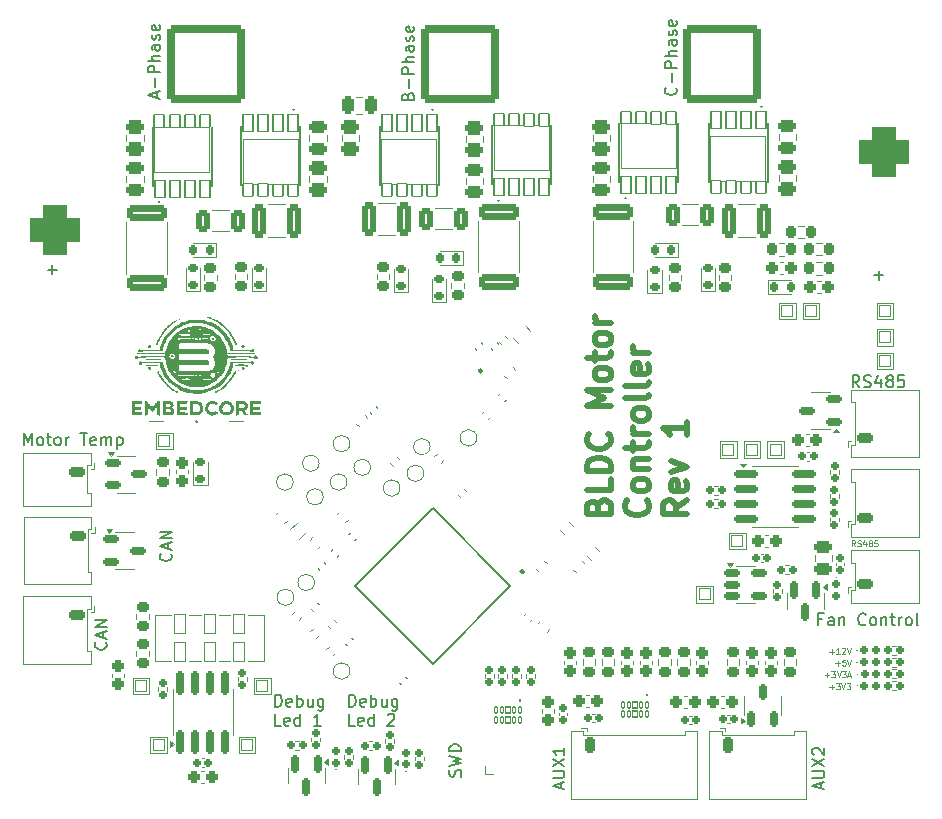
<source format=gbr>
%TF.GenerationSoftware,KiCad,Pcbnew,8.0.4*%
%TF.CreationDate,2024-12-09T12:19:11+01:00*%
%TF.ProjectId,BLDC motor controller,424c4443-206d-46f7-946f-7220636f6e74,1.1*%
%TF.SameCoordinates,Original*%
%TF.FileFunction,Legend,Top*%
%TF.FilePolarity,Positive*%
%FSLAX46Y46*%
G04 Gerber Fmt 4.6, Leading zero omitted, Abs format (unit mm)*
G04 Created by KiCad (PCBNEW 8.0.4) date 2024-12-09 12:19:11*
%MOMM*%
%LPD*%
G01*
G04 APERTURE LIST*
G04 Aperture macros list*
%AMRoundRect*
0 Rectangle with rounded corners*
0 $1 Rounding radius*
0 $2 $3 $4 $5 $6 $7 $8 $9 X,Y pos of 4 corners*
0 Add a 4 corners polygon primitive as box body*
4,1,4,$2,$3,$4,$5,$6,$7,$8,$9,$2,$3,0*
0 Add four circle primitives for the rounded corners*
1,1,$1+$1,$2,$3*
1,1,$1+$1,$4,$5*
1,1,$1+$1,$6,$7*
1,1,$1+$1,$8,$9*
0 Add four rect primitives between the rounded corners*
20,1,$1+$1,$2,$3,$4,$5,0*
20,1,$1+$1,$4,$5,$6,$7,0*
20,1,$1+$1,$6,$7,$8,$9,0*
20,1,$1+$1,$8,$9,$2,$3,0*%
G04 Aperture macros list end*
%ADD10C,0.200000*%
%ADD11C,0.125000*%
%ADD12C,0.150000*%
%ADD13C,0.500000*%
%ADD14C,0.120000*%
%ADD15C,0.100000*%
%ADD16C,0.000000*%
%ADD17C,0.250000*%
%ADD18RoundRect,0.275000X0.500000X-0.275000X0.500000X0.275000X-0.500000X0.275000X-0.500000X-0.275000X0*%
%ADD19RoundRect,0.275000X0.548008X0.159099X0.159099X0.548008X-0.548008X-0.159099X-0.159099X-0.548008X0*%
%ADD20RoundRect,0.172500X-0.172500X-0.197500X0.172500X-0.197500X0.172500X0.197500X-0.172500X0.197500X0*%
%ADD21RoundRect,0.050000X-0.500000X-0.500000X0.500000X-0.500000X0.500000X0.500000X-0.500000X0.500000X0*%
%ADD22RoundRect,0.160000X-0.210000X0.160000X-0.210000X-0.160000X0.210000X-0.160000X0.210000X0.160000X0*%
%ADD23RoundRect,0.175000X-0.225000X0.175000X-0.225000X-0.175000X0.225000X-0.175000X0.225000X0.175000X0*%
%ADD24RoundRect,0.225000X-0.225000X-0.300000X0.225000X-0.300000X0.225000X0.300000X-0.225000X0.300000X0*%
%ADD25RoundRect,0.250000X-0.275000X0.250000X-0.275000X-0.250000X0.275000X-0.250000X0.275000X0.250000X0*%
%ADD26RoundRect,0.225000X-0.300000X0.225000X-0.300000X-0.225000X0.300000X-0.225000X0.300000X0.225000X0*%
%ADD27RoundRect,0.270409X-1.454591X0.392091X-1.454591X-0.392091X1.454591X-0.392091X1.454591X0.392091X0*%
%ADD28RoundRect,0.160000X-0.160000X-0.210000X0.160000X-0.210000X0.160000X0.210000X-0.160000X0.210000X0*%
%ADD29C,0.900000*%
%ADD30C,6.100000*%
%ADD31RoundRect,0.225000X-0.225000X-0.475000X0.225000X-0.475000X0.225000X0.475000X-0.225000X0.475000X0*%
%ADD32O,0.900000X1.400000*%
%ADD33RoundRect,0.050000X0.125000X0.250000X-0.125000X0.250000X-0.125000X-0.250000X0.125000X-0.250000X0*%
%ADD34RoundRect,0.050000X0.225000X0.250000X-0.225000X0.250000X-0.225000X-0.250000X0.225000X-0.250000X0*%
%ADD35RoundRect,0.250000X-0.017678X0.371231X-0.371231X0.017678X0.017678X-0.371231X0.371231X-0.017678X0*%
%ADD36RoundRect,0.225000X-0.475000X0.225000X-0.475000X-0.225000X0.475000X-0.225000X0.475000X0.225000X0*%
%ADD37O,1.400000X0.900000*%
%ADD38RoundRect,0.160000X-0.035355X0.261630X-0.261630X0.035355X0.035355X-0.261630X0.261630X-0.035355X0*%
%ADD39RoundRect,0.175000X-0.175000X-0.225000X0.175000X-0.225000X0.175000X0.225000X-0.175000X0.225000X0*%
%ADD40RoundRect,0.225000X0.300000X-0.225000X0.300000X0.225000X-0.300000X0.225000X-0.300000X-0.225000X0*%
%ADD41RoundRect,0.165000X0.165000X0.195000X-0.165000X0.195000X-0.165000X-0.195000X0.165000X-0.195000X0*%
%ADD42RoundRect,0.160000X0.210000X-0.160000X0.210000X0.160000X-0.210000X0.160000X-0.210000X-0.160000X0*%
%ADD43RoundRect,0.175000X-0.537500X-0.175000X0.537500X-0.175000X0.537500X0.175000X-0.537500X0.175000X0*%
%ADD44RoundRect,0.275000X-0.275000X-0.500000X0.275000X-0.500000X0.275000X0.500000X-0.275000X0.500000X0*%
%ADD45RoundRect,0.175000X-0.175000X0.612500X-0.175000X-0.612500X0.175000X-0.612500X0.175000X0.612500X0*%
%ADD46C,1.100000*%
%ADD47RoundRect,0.271739X-0.353261X-1.128261X0.353261X-1.128261X0.353261X1.128261X-0.353261X1.128261X0*%
%ADD48RoundRect,0.160000X0.261630X0.035355X0.035355X0.261630X-0.261630X-0.035355X-0.035355X-0.261630X0*%
%ADD49RoundRect,0.165000X0.254558X0.021213X0.021213X0.254558X-0.254558X-0.021213X-0.021213X-0.254558X0*%
%ADD50RoundRect,0.175000X-0.850000X-0.175000X0.850000X-0.175000X0.850000X0.175000X-0.850000X0.175000X0*%
%ADD51RoundRect,0.175000X0.175000X-0.537500X0.175000X0.537500X-0.175000X0.537500X-0.175000X-0.537500X0*%
%ADD52RoundRect,0.050000X-0.425000X-0.525000X0.425000X-0.525000X0.425000X0.525000X-0.425000X0.525000X0*%
%ADD53RoundRect,0.050000X2.350000X-1.875000X2.350000X1.875000X-2.350000X1.875000X-2.350000X-1.875000X0*%
%ADD54RoundRect,0.050000X-0.425000X-0.725000X0.425000X-0.725000X0.425000X0.725000X-0.425000X0.725000X0*%
%ADD55RoundRect,0.172500X0.197500X-0.172500X0.197500X0.172500X-0.197500X0.172500X-0.197500X-0.172500X0*%
%ADD56RoundRect,0.250000X0.017678X-0.371231X0.371231X-0.017678X-0.017678X0.371231X-0.371231X0.017678X0*%
%ADD57RoundRect,0.274390X-0.475610X0.288110X-0.475610X-0.288110X0.475610X-0.288110X0.475610X0.288110X0*%
%ADD58RoundRect,0.165000X-0.254558X-0.021213X-0.021213X-0.254558X0.254558X0.021213X0.021213X0.254558X0*%
%ADD59RoundRect,0.275000X-0.500000X0.275000X-0.500000X-0.275000X0.500000X-0.275000X0.500000X0.275000X0*%
%ADD60RoundRect,0.330000X-2.970000X-2.970000X2.970000X-2.970000X2.970000X2.970000X-2.970000X2.970000X0*%
%ADD61RoundRect,0.050000X0.425000X0.525000X-0.425000X0.525000X-0.425000X-0.525000X0.425000X-0.525000X0*%
%ADD62RoundRect,0.050000X-2.350000X1.875000X-2.350000X-1.875000X2.350000X-1.875000X2.350000X1.875000X0*%
%ADD63RoundRect,0.050000X0.425000X0.725000X-0.425000X0.725000X-0.425000X-0.725000X0.425000X-0.725000X0*%
%ADD64RoundRect,0.165000X-0.021213X0.254558X-0.254558X0.021213X0.021213X-0.254558X0.254558X-0.021213X0*%
%ADD65RoundRect,0.250000X0.250000X0.275000X-0.250000X0.275000X-0.250000X-0.275000X0.250000X-0.275000X0*%
%ADD66RoundRect,0.172500X-0.197500X0.172500X-0.197500X-0.172500X0.197500X-0.172500X0.197500X0.172500X0*%
%ADD67RoundRect,0.225000X0.475000X-0.225000X0.475000X0.225000X-0.475000X0.225000X-0.475000X-0.225000X0*%
%ADD68RoundRect,0.165000X-0.165000X-0.195000X0.165000X-0.195000X0.165000X0.195000X-0.165000X0.195000X0*%
%ADD69RoundRect,0.274390X0.475610X-0.288110X0.475610X0.288110X-0.475610X0.288110X-0.475610X-0.288110X0*%
%ADD70RoundRect,0.165000X0.195000X-0.165000X0.195000X0.165000X-0.195000X0.165000X-0.195000X-0.165000X0*%
%ADD71RoundRect,0.165000X0.021213X-0.254558X0.254558X-0.021213X-0.021213X0.254558X-0.254558X0.021213X0*%
%ADD72RoundRect,0.250000X-0.371231X-0.017678X-0.017678X-0.371231X0.371231X0.017678X0.017678X0.371231X0*%
%ADD73RoundRect,0.225000X0.371231X0.053033X0.053033X0.371231X-0.371231X-0.053033X-0.053033X-0.371231X0*%
%ADD74RoundRect,0.225000X0.225000X0.300000X-0.225000X0.300000X-0.225000X-0.300000X0.225000X-0.300000X0*%
%ADD75RoundRect,0.175000X0.537500X0.175000X-0.537500X0.175000X-0.537500X-0.175000X0.537500X-0.175000X0*%
%ADD76RoundRect,0.271739X-0.353261X-0.678261X0.353261X-0.678261X0.353261X0.678261X-0.353261X0.678261X0*%
%ADD77RoundRect,0.243750X0.114905X-0.459619X0.459619X-0.114905X-0.114905X0.459619X-0.459619X0.114905X0*%
%ADD78RoundRect,0.271739X0.353261X1.128261X-0.353261X1.128261X-0.353261X-1.128261X0.353261X-1.128261X0*%
%ADD79RoundRect,0.050000X-0.627557X-0.415425X-0.415425X-0.627557X0.627557X0.415425X0.415425X0.627557X0*%
%ADD80RoundRect,0.050000X-0.415425X0.627557X-0.627557X0.415425X0.415425X-0.627557X0.627557X-0.415425X0*%
%ADD81C,1.090600*%
%ADD82C,0.887400*%
%ADD83RoundRect,0.250000X-0.250000X-0.275000X0.250000X-0.275000X0.250000X0.275000X-0.250000X0.275000X0*%
%ADD84RoundRect,0.050000X0.500000X0.800000X-0.500000X0.800000X-0.500000X-0.800000X0.500000X-0.800000X0*%
%ADD85RoundRect,0.175000X0.175000X0.225000X-0.175000X0.225000X-0.175000X-0.225000X0.175000X-0.225000X0*%
%ADD86RoundRect,0.050000X-0.388909X-0.212132X-0.212132X-0.388909X0.388909X0.212132X0.212132X0.388909X0*%
%ADD87RoundRect,0.050000X-0.212132X0.388909X-0.388909X0.212132X0.212132X-0.388909X0.388909X-0.212132X0*%
%ADD88RoundRect,0.050000X0.000000X3.005204X-3.005204X0.000000X0.000000X-3.005204X3.005204X0.000000X0*%
%ADD89RoundRect,0.160000X0.035355X-0.261630X0.261630X-0.035355X-0.035355X0.261630X-0.261630X0.035355X0*%
%ADD90RoundRect,0.160000X0.160000X0.210000X-0.160000X0.210000X-0.160000X-0.210000X0.160000X-0.210000X0*%
%ADD91RoundRect,0.250000X0.275000X-0.250000X0.275000X0.250000X-0.275000X0.250000X-0.275000X-0.250000X0*%
%ADD92RoundRect,0.271739X0.353261X0.678261X-0.353261X0.678261X-0.353261X-0.678261X0.353261X-0.678261X0*%
%ADD93RoundRect,0.175000X0.175000X-0.850000X0.175000X0.850000X-0.175000X0.850000X-0.175000X-0.850000X0*%
%ADD94RoundRect,0.050000X-1.000000X0.450000X-1.000000X-0.450000X1.000000X-0.450000X1.000000X0.450000X0*%
%ADD95RoundRect,1.050000X-1.050000X1.050000X-1.050000X-1.050000X1.050000X-1.050000X1.050000X1.050000X0*%
%ADD96C,4.200000*%
%ADD97RoundRect,0.050000X1.000000X-0.450000X1.000000X0.450000X-1.000000X0.450000X-1.000000X-0.450000X0*%
%ADD98RoundRect,1.050000X1.050000X-1.050000X1.050000X1.050000X-1.050000X1.050000X-1.050000X-1.050000X0*%
G04 APERTURE END LIST*
D10*
X115369673Y-126507275D02*
X115369673Y-125507275D01*
X115369673Y-125507275D02*
X115607768Y-125507275D01*
X115607768Y-125507275D02*
X115750625Y-125554894D01*
X115750625Y-125554894D02*
X115845863Y-125650132D01*
X115845863Y-125650132D02*
X115893482Y-125745370D01*
X115893482Y-125745370D02*
X115941101Y-125935846D01*
X115941101Y-125935846D02*
X115941101Y-126078703D01*
X115941101Y-126078703D02*
X115893482Y-126269179D01*
X115893482Y-126269179D02*
X115845863Y-126364417D01*
X115845863Y-126364417D02*
X115750625Y-126459656D01*
X115750625Y-126459656D02*
X115607768Y-126507275D01*
X115607768Y-126507275D02*
X115369673Y-126507275D01*
X116750625Y-126459656D02*
X116655387Y-126507275D01*
X116655387Y-126507275D02*
X116464911Y-126507275D01*
X116464911Y-126507275D02*
X116369673Y-126459656D01*
X116369673Y-126459656D02*
X116322054Y-126364417D01*
X116322054Y-126364417D02*
X116322054Y-125983465D01*
X116322054Y-125983465D02*
X116369673Y-125888227D01*
X116369673Y-125888227D02*
X116464911Y-125840608D01*
X116464911Y-125840608D02*
X116655387Y-125840608D01*
X116655387Y-125840608D02*
X116750625Y-125888227D01*
X116750625Y-125888227D02*
X116798244Y-125983465D01*
X116798244Y-125983465D02*
X116798244Y-126078703D01*
X116798244Y-126078703D02*
X116322054Y-126173941D01*
X117226816Y-126507275D02*
X117226816Y-125507275D01*
X117226816Y-125888227D02*
X117322054Y-125840608D01*
X117322054Y-125840608D02*
X117512530Y-125840608D01*
X117512530Y-125840608D02*
X117607768Y-125888227D01*
X117607768Y-125888227D02*
X117655387Y-125935846D01*
X117655387Y-125935846D02*
X117703006Y-126031084D01*
X117703006Y-126031084D02*
X117703006Y-126316798D01*
X117703006Y-126316798D02*
X117655387Y-126412036D01*
X117655387Y-126412036D02*
X117607768Y-126459656D01*
X117607768Y-126459656D02*
X117512530Y-126507275D01*
X117512530Y-126507275D02*
X117322054Y-126507275D01*
X117322054Y-126507275D02*
X117226816Y-126459656D01*
X118560149Y-125840608D02*
X118560149Y-126507275D01*
X118131578Y-125840608D02*
X118131578Y-126364417D01*
X118131578Y-126364417D02*
X118179197Y-126459656D01*
X118179197Y-126459656D02*
X118274435Y-126507275D01*
X118274435Y-126507275D02*
X118417292Y-126507275D01*
X118417292Y-126507275D02*
X118512530Y-126459656D01*
X118512530Y-126459656D02*
X118560149Y-126412036D01*
X119464911Y-125840608D02*
X119464911Y-126650132D01*
X119464911Y-126650132D02*
X119417292Y-126745370D01*
X119417292Y-126745370D02*
X119369673Y-126792989D01*
X119369673Y-126792989D02*
X119274435Y-126840608D01*
X119274435Y-126840608D02*
X119131578Y-126840608D01*
X119131578Y-126840608D02*
X119036340Y-126792989D01*
X119464911Y-126459656D02*
X119369673Y-126507275D01*
X119369673Y-126507275D02*
X119179197Y-126507275D01*
X119179197Y-126507275D02*
X119083959Y-126459656D01*
X119083959Y-126459656D02*
X119036340Y-126412036D01*
X119036340Y-126412036D02*
X118988721Y-126316798D01*
X118988721Y-126316798D02*
X118988721Y-126031084D01*
X118988721Y-126031084D02*
X119036340Y-125935846D01*
X119036340Y-125935846D02*
X119083959Y-125888227D01*
X119083959Y-125888227D02*
X119179197Y-125840608D01*
X119179197Y-125840608D02*
X119369673Y-125840608D01*
X119369673Y-125840608D02*
X119464911Y-125888227D01*
X115845863Y-128117219D02*
X115369673Y-128117219D01*
X115369673Y-128117219D02*
X115369673Y-127117219D01*
X116560149Y-128069600D02*
X116464911Y-128117219D01*
X116464911Y-128117219D02*
X116274435Y-128117219D01*
X116274435Y-128117219D02*
X116179197Y-128069600D01*
X116179197Y-128069600D02*
X116131578Y-127974361D01*
X116131578Y-127974361D02*
X116131578Y-127593409D01*
X116131578Y-127593409D02*
X116179197Y-127498171D01*
X116179197Y-127498171D02*
X116274435Y-127450552D01*
X116274435Y-127450552D02*
X116464911Y-127450552D01*
X116464911Y-127450552D02*
X116560149Y-127498171D01*
X116560149Y-127498171D02*
X116607768Y-127593409D01*
X116607768Y-127593409D02*
X116607768Y-127688647D01*
X116607768Y-127688647D02*
X116131578Y-127783885D01*
X117464911Y-128117219D02*
X117464911Y-127117219D01*
X117464911Y-128069600D02*
X117369673Y-128117219D01*
X117369673Y-128117219D02*
X117179197Y-128117219D01*
X117179197Y-128117219D02*
X117083959Y-128069600D01*
X117083959Y-128069600D02*
X117036340Y-128021980D01*
X117036340Y-128021980D02*
X116988721Y-127926742D01*
X116988721Y-127926742D02*
X116988721Y-127641028D01*
X116988721Y-127641028D02*
X117036340Y-127545790D01*
X117036340Y-127545790D02*
X117083959Y-127498171D01*
X117083959Y-127498171D02*
X117179197Y-127450552D01*
X117179197Y-127450552D02*
X117369673Y-127450552D01*
X117369673Y-127450552D02*
X117464911Y-127498171D01*
X119226816Y-128117219D02*
X118655388Y-128117219D01*
X118941102Y-128117219D02*
X118941102Y-127117219D01*
X118941102Y-127117219D02*
X118845864Y-127260076D01*
X118845864Y-127260076D02*
X118750626Y-127355314D01*
X118750626Y-127355314D02*
X118655388Y-127402933D01*
X131069600Y-132427945D02*
X131117219Y-132285088D01*
X131117219Y-132285088D02*
X131117219Y-132046993D01*
X131117219Y-132046993D02*
X131069600Y-131951755D01*
X131069600Y-131951755D02*
X131021980Y-131904136D01*
X131021980Y-131904136D02*
X130926742Y-131856517D01*
X130926742Y-131856517D02*
X130831504Y-131856517D01*
X130831504Y-131856517D02*
X130736266Y-131904136D01*
X130736266Y-131904136D02*
X130688647Y-131951755D01*
X130688647Y-131951755D02*
X130641028Y-132046993D01*
X130641028Y-132046993D02*
X130593409Y-132237469D01*
X130593409Y-132237469D02*
X130545790Y-132332707D01*
X130545790Y-132332707D02*
X130498171Y-132380326D01*
X130498171Y-132380326D02*
X130402933Y-132427945D01*
X130402933Y-132427945D02*
X130307695Y-132427945D01*
X130307695Y-132427945D02*
X130212457Y-132380326D01*
X130212457Y-132380326D02*
X130164838Y-132332707D01*
X130164838Y-132332707D02*
X130117219Y-132237469D01*
X130117219Y-132237469D02*
X130117219Y-131999374D01*
X130117219Y-131999374D02*
X130164838Y-131856517D01*
X130117219Y-131523183D02*
X131117219Y-131285088D01*
X131117219Y-131285088D02*
X130402933Y-131094612D01*
X130402933Y-131094612D02*
X131117219Y-130904136D01*
X131117219Y-130904136D02*
X130117219Y-130666041D01*
X131117219Y-130285088D02*
X130117219Y-130285088D01*
X130117219Y-130285088D02*
X130117219Y-130046993D01*
X130117219Y-130046993D02*
X130164838Y-129904136D01*
X130164838Y-129904136D02*
X130260076Y-129808898D01*
X130260076Y-129808898D02*
X130355314Y-129761279D01*
X130355314Y-129761279D02*
X130545790Y-129713660D01*
X130545790Y-129713660D02*
X130688647Y-129713660D01*
X130688647Y-129713660D02*
X130879123Y-129761279D01*
X130879123Y-129761279D02*
X130974361Y-129808898D01*
X130974361Y-129808898D02*
X131069600Y-129904136D01*
X131069600Y-129904136D02*
X131117219Y-130046993D01*
X131117219Y-130046993D02*
X131117219Y-130285088D01*
D11*
X162301283Y-121841833D02*
X162682236Y-121841833D01*
X162491759Y-122032309D02*
X162491759Y-121651357D01*
X163182236Y-122032309D02*
X162896522Y-122032309D01*
X163039379Y-122032309D02*
X163039379Y-121532309D01*
X163039379Y-121532309D02*
X162991760Y-121603738D01*
X162991760Y-121603738D02*
X162944141Y-121651357D01*
X162944141Y-121651357D02*
X162896522Y-121675166D01*
X163372712Y-121579928D02*
X163396521Y-121556119D01*
X163396521Y-121556119D02*
X163444140Y-121532309D01*
X163444140Y-121532309D02*
X163563188Y-121532309D01*
X163563188Y-121532309D02*
X163610807Y-121556119D01*
X163610807Y-121556119D02*
X163634616Y-121579928D01*
X163634616Y-121579928D02*
X163658426Y-121627547D01*
X163658426Y-121627547D02*
X163658426Y-121675166D01*
X163658426Y-121675166D02*
X163634616Y-121746595D01*
X163634616Y-121746595D02*
X163348902Y-122032309D01*
X163348902Y-122032309D02*
X163658426Y-122032309D01*
X163801283Y-121532309D02*
X163967949Y-122032309D01*
X163967949Y-122032309D02*
X164134616Y-121532309D01*
D12*
X126596009Y-74829887D02*
X126643628Y-74687030D01*
X126643628Y-74687030D02*
X126691247Y-74639411D01*
X126691247Y-74639411D02*
X126786485Y-74591792D01*
X126786485Y-74591792D02*
X126929342Y-74591792D01*
X126929342Y-74591792D02*
X127024580Y-74639411D01*
X127024580Y-74639411D02*
X127072200Y-74687030D01*
X127072200Y-74687030D02*
X127119819Y-74782268D01*
X127119819Y-74782268D02*
X127119819Y-75163220D01*
X127119819Y-75163220D02*
X126119819Y-75163220D01*
X126119819Y-75163220D02*
X126119819Y-74829887D01*
X126119819Y-74829887D02*
X126167438Y-74734649D01*
X126167438Y-74734649D02*
X126215057Y-74687030D01*
X126215057Y-74687030D02*
X126310295Y-74639411D01*
X126310295Y-74639411D02*
X126405533Y-74639411D01*
X126405533Y-74639411D02*
X126500771Y-74687030D01*
X126500771Y-74687030D02*
X126548390Y-74734649D01*
X126548390Y-74734649D02*
X126596009Y-74829887D01*
X126596009Y-74829887D02*
X126596009Y-75163220D01*
X126738866Y-74163220D02*
X126738866Y-73401316D01*
X127119819Y-72925125D02*
X126119819Y-72925125D01*
X126119819Y-72925125D02*
X126119819Y-72544173D01*
X126119819Y-72544173D02*
X126167438Y-72448935D01*
X126167438Y-72448935D02*
X126215057Y-72401316D01*
X126215057Y-72401316D02*
X126310295Y-72353697D01*
X126310295Y-72353697D02*
X126453152Y-72353697D01*
X126453152Y-72353697D02*
X126548390Y-72401316D01*
X126548390Y-72401316D02*
X126596009Y-72448935D01*
X126596009Y-72448935D02*
X126643628Y-72544173D01*
X126643628Y-72544173D02*
X126643628Y-72925125D01*
X127119819Y-71925125D02*
X126119819Y-71925125D01*
X127119819Y-71496554D02*
X126596009Y-71496554D01*
X126596009Y-71496554D02*
X126500771Y-71544173D01*
X126500771Y-71544173D02*
X126453152Y-71639411D01*
X126453152Y-71639411D02*
X126453152Y-71782268D01*
X126453152Y-71782268D02*
X126500771Y-71877506D01*
X126500771Y-71877506D02*
X126548390Y-71925125D01*
X127119819Y-70591792D02*
X126596009Y-70591792D01*
X126596009Y-70591792D02*
X126500771Y-70639411D01*
X126500771Y-70639411D02*
X126453152Y-70734649D01*
X126453152Y-70734649D02*
X126453152Y-70925125D01*
X126453152Y-70925125D02*
X126500771Y-71020363D01*
X127072200Y-70591792D02*
X127119819Y-70687030D01*
X127119819Y-70687030D02*
X127119819Y-70925125D01*
X127119819Y-70925125D02*
X127072200Y-71020363D01*
X127072200Y-71020363D02*
X126976961Y-71067982D01*
X126976961Y-71067982D02*
X126881723Y-71067982D01*
X126881723Y-71067982D02*
X126786485Y-71020363D01*
X126786485Y-71020363D02*
X126738866Y-70925125D01*
X126738866Y-70925125D02*
X126738866Y-70687030D01*
X126738866Y-70687030D02*
X126691247Y-70591792D01*
X127072200Y-70163220D02*
X127119819Y-70067982D01*
X127119819Y-70067982D02*
X127119819Y-69877506D01*
X127119819Y-69877506D02*
X127072200Y-69782268D01*
X127072200Y-69782268D02*
X126976961Y-69734649D01*
X126976961Y-69734649D02*
X126929342Y-69734649D01*
X126929342Y-69734649D02*
X126834104Y-69782268D01*
X126834104Y-69782268D02*
X126786485Y-69877506D01*
X126786485Y-69877506D02*
X126786485Y-70020363D01*
X126786485Y-70020363D02*
X126738866Y-70115601D01*
X126738866Y-70115601D02*
X126643628Y-70163220D01*
X126643628Y-70163220D02*
X126596009Y-70163220D01*
X126596009Y-70163220D02*
X126500771Y-70115601D01*
X126500771Y-70115601D02*
X126453152Y-70020363D01*
X126453152Y-70020363D02*
X126453152Y-69877506D01*
X126453152Y-69877506D02*
X126500771Y-69782268D01*
X127072200Y-68925125D02*
X127119819Y-69020363D01*
X127119819Y-69020363D02*
X127119819Y-69210839D01*
X127119819Y-69210839D02*
X127072200Y-69306077D01*
X127072200Y-69306077D02*
X126976961Y-69353696D01*
X126976961Y-69353696D02*
X126596009Y-69353696D01*
X126596009Y-69353696D02*
X126500771Y-69306077D01*
X126500771Y-69306077D02*
X126453152Y-69210839D01*
X126453152Y-69210839D02*
X126453152Y-69020363D01*
X126453152Y-69020363D02*
X126500771Y-68925125D01*
X126500771Y-68925125D02*
X126596009Y-68877506D01*
X126596009Y-68877506D02*
X126691247Y-68877506D01*
X126691247Y-68877506D02*
X126786485Y-69353696D01*
D10*
X166486266Y-90380326D02*
X166486266Y-89618422D01*
X166867219Y-89999374D02*
X166105314Y-89999374D01*
D13*
X142741843Y-109528195D02*
X142837081Y-109242481D01*
X142837081Y-109242481D02*
X142932319Y-109147243D01*
X142932319Y-109147243D02*
X143122795Y-109052005D01*
X143122795Y-109052005D02*
X143408509Y-109052005D01*
X143408509Y-109052005D02*
X143598985Y-109147243D01*
X143598985Y-109147243D02*
X143694224Y-109242481D01*
X143694224Y-109242481D02*
X143789462Y-109432957D01*
X143789462Y-109432957D02*
X143789462Y-110194862D01*
X143789462Y-110194862D02*
X141789462Y-110194862D01*
X141789462Y-110194862D02*
X141789462Y-109528195D01*
X141789462Y-109528195D02*
X141884700Y-109337719D01*
X141884700Y-109337719D02*
X141979938Y-109242481D01*
X141979938Y-109242481D02*
X142170414Y-109147243D01*
X142170414Y-109147243D02*
X142360890Y-109147243D01*
X142360890Y-109147243D02*
X142551366Y-109242481D01*
X142551366Y-109242481D02*
X142646604Y-109337719D01*
X142646604Y-109337719D02*
X142741843Y-109528195D01*
X142741843Y-109528195D02*
X142741843Y-110194862D01*
X143789462Y-107242481D02*
X143789462Y-108194862D01*
X143789462Y-108194862D02*
X141789462Y-108194862D01*
X143789462Y-106575814D02*
X141789462Y-106575814D01*
X141789462Y-106575814D02*
X141789462Y-106099624D01*
X141789462Y-106099624D02*
X141884700Y-105813909D01*
X141884700Y-105813909D02*
X142075176Y-105623433D01*
X142075176Y-105623433D02*
X142265652Y-105528195D01*
X142265652Y-105528195D02*
X142646604Y-105432957D01*
X142646604Y-105432957D02*
X142932319Y-105432957D01*
X142932319Y-105432957D02*
X143313271Y-105528195D01*
X143313271Y-105528195D02*
X143503747Y-105623433D01*
X143503747Y-105623433D02*
X143694224Y-105813909D01*
X143694224Y-105813909D02*
X143789462Y-106099624D01*
X143789462Y-106099624D02*
X143789462Y-106575814D01*
X143598985Y-103432957D02*
X143694224Y-103528195D01*
X143694224Y-103528195D02*
X143789462Y-103813909D01*
X143789462Y-103813909D02*
X143789462Y-104004385D01*
X143789462Y-104004385D02*
X143694224Y-104290100D01*
X143694224Y-104290100D02*
X143503747Y-104480576D01*
X143503747Y-104480576D02*
X143313271Y-104575814D01*
X143313271Y-104575814D02*
X142932319Y-104671052D01*
X142932319Y-104671052D02*
X142646604Y-104671052D01*
X142646604Y-104671052D02*
X142265652Y-104575814D01*
X142265652Y-104575814D02*
X142075176Y-104480576D01*
X142075176Y-104480576D02*
X141884700Y-104290100D01*
X141884700Y-104290100D02*
X141789462Y-104004385D01*
X141789462Y-104004385D02*
X141789462Y-103813909D01*
X141789462Y-103813909D02*
X141884700Y-103528195D01*
X141884700Y-103528195D02*
X141979938Y-103432957D01*
X143789462Y-101052004D02*
X141789462Y-101052004D01*
X141789462Y-101052004D02*
X143218033Y-100385337D01*
X143218033Y-100385337D02*
X141789462Y-99718671D01*
X141789462Y-99718671D02*
X143789462Y-99718671D01*
X143789462Y-98480576D02*
X143694224Y-98671052D01*
X143694224Y-98671052D02*
X143598985Y-98766290D01*
X143598985Y-98766290D02*
X143408509Y-98861528D01*
X143408509Y-98861528D02*
X142837081Y-98861528D01*
X142837081Y-98861528D02*
X142646604Y-98766290D01*
X142646604Y-98766290D02*
X142551366Y-98671052D01*
X142551366Y-98671052D02*
X142456128Y-98480576D01*
X142456128Y-98480576D02*
X142456128Y-98194861D01*
X142456128Y-98194861D02*
X142551366Y-98004385D01*
X142551366Y-98004385D02*
X142646604Y-97909147D01*
X142646604Y-97909147D02*
X142837081Y-97813909D01*
X142837081Y-97813909D02*
X143408509Y-97813909D01*
X143408509Y-97813909D02*
X143598985Y-97909147D01*
X143598985Y-97909147D02*
X143694224Y-98004385D01*
X143694224Y-98004385D02*
X143789462Y-98194861D01*
X143789462Y-98194861D02*
X143789462Y-98480576D01*
X142456128Y-97242480D02*
X142456128Y-96480576D01*
X141789462Y-96956766D02*
X143503747Y-96956766D01*
X143503747Y-96956766D02*
X143694224Y-96861528D01*
X143694224Y-96861528D02*
X143789462Y-96671052D01*
X143789462Y-96671052D02*
X143789462Y-96480576D01*
X143789462Y-95528195D02*
X143694224Y-95718671D01*
X143694224Y-95718671D02*
X143598985Y-95813909D01*
X143598985Y-95813909D02*
X143408509Y-95909147D01*
X143408509Y-95909147D02*
X142837081Y-95909147D01*
X142837081Y-95909147D02*
X142646604Y-95813909D01*
X142646604Y-95813909D02*
X142551366Y-95718671D01*
X142551366Y-95718671D02*
X142456128Y-95528195D01*
X142456128Y-95528195D02*
X142456128Y-95242480D01*
X142456128Y-95242480D02*
X142551366Y-95052004D01*
X142551366Y-95052004D02*
X142646604Y-94956766D01*
X142646604Y-94956766D02*
X142837081Y-94861528D01*
X142837081Y-94861528D02*
X143408509Y-94861528D01*
X143408509Y-94861528D02*
X143598985Y-94956766D01*
X143598985Y-94956766D02*
X143694224Y-95052004D01*
X143694224Y-95052004D02*
X143789462Y-95242480D01*
X143789462Y-95242480D02*
X143789462Y-95528195D01*
X143789462Y-94004385D02*
X142456128Y-94004385D01*
X142837081Y-94004385D02*
X142646604Y-93909147D01*
X142646604Y-93909147D02*
X142551366Y-93813909D01*
X142551366Y-93813909D02*
X142456128Y-93623433D01*
X142456128Y-93623433D02*
X142456128Y-93432956D01*
X146818873Y-109052005D02*
X146914112Y-109147243D01*
X146914112Y-109147243D02*
X147009350Y-109432957D01*
X147009350Y-109432957D02*
X147009350Y-109623433D01*
X147009350Y-109623433D02*
X146914112Y-109909148D01*
X146914112Y-109909148D02*
X146723635Y-110099624D01*
X146723635Y-110099624D02*
X146533159Y-110194862D01*
X146533159Y-110194862D02*
X146152207Y-110290100D01*
X146152207Y-110290100D02*
X145866492Y-110290100D01*
X145866492Y-110290100D02*
X145485540Y-110194862D01*
X145485540Y-110194862D02*
X145295064Y-110099624D01*
X145295064Y-110099624D02*
X145104588Y-109909148D01*
X145104588Y-109909148D02*
X145009350Y-109623433D01*
X145009350Y-109623433D02*
X145009350Y-109432957D01*
X145009350Y-109432957D02*
X145104588Y-109147243D01*
X145104588Y-109147243D02*
X145199826Y-109052005D01*
X147009350Y-107909148D02*
X146914112Y-108099624D01*
X146914112Y-108099624D02*
X146818873Y-108194862D01*
X146818873Y-108194862D02*
X146628397Y-108290100D01*
X146628397Y-108290100D02*
X146056969Y-108290100D01*
X146056969Y-108290100D02*
X145866492Y-108194862D01*
X145866492Y-108194862D02*
X145771254Y-108099624D01*
X145771254Y-108099624D02*
X145676016Y-107909148D01*
X145676016Y-107909148D02*
X145676016Y-107623433D01*
X145676016Y-107623433D02*
X145771254Y-107432957D01*
X145771254Y-107432957D02*
X145866492Y-107337719D01*
X145866492Y-107337719D02*
X146056969Y-107242481D01*
X146056969Y-107242481D02*
X146628397Y-107242481D01*
X146628397Y-107242481D02*
X146818873Y-107337719D01*
X146818873Y-107337719D02*
X146914112Y-107432957D01*
X146914112Y-107432957D02*
X147009350Y-107623433D01*
X147009350Y-107623433D02*
X147009350Y-107909148D01*
X145676016Y-106385338D02*
X147009350Y-106385338D01*
X145866492Y-106385338D02*
X145771254Y-106290100D01*
X145771254Y-106290100D02*
X145676016Y-106099624D01*
X145676016Y-106099624D02*
X145676016Y-105813909D01*
X145676016Y-105813909D02*
X145771254Y-105623433D01*
X145771254Y-105623433D02*
X145961731Y-105528195D01*
X145961731Y-105528195D02*
X147009350Y-105528195D01*
X145676016Y-104861528D02*
X145676016Y-104099624D01*
X145009350Y-104575814D02*
X146723635Y-104575814D01*
X146723635Y-104575814D02*
X146914112Y-104480576D01*
X146914112Y-104480576D02*
X147009350Y-104290100D01*
X147009350Y-104290100D02*
X147009350Y-104099624D01*
X147009350Y-103432957D02*
X145676016Y-103432957D01*
X146056969Y-103432957D02*
X145866492Y-103337719D01*
X145866492Y-103337719D02*
X145771254Y-103242481D01*
X145771254Y-103242481D02*
X145676016Y-103052005D01*
X145676016Y-103052005D02*
X145676016Y-102861528D01*
X147009350Y-101909148D02*
X146914112Y-102099624D01*
X146914112Y-102099624D02*
X146818873Y-102194862D01*
X146818873Y-102194862D02*
X146628397Y-102290100D01*
X146628397Y-102290100D02*
X146056969Y-102290100D01*
X146056969Y-102290100D02*
X145866492Y-102194862D01*
X145866492Y-102194862D02*
X145771254Y-102099624D01*
X145771254Y-102099624D02*
X145676016Y-101909148D01*
X145676016Y-101909148D02*
X145676016Y-101623433D01*
X145676016Y-101623433D02*
X145771254Y-101432957D01*
X145771254Y-101432957D02*
X145866492Y-101337719D01*
X145866492Y-101337719D02*
X146056969Y-101242481D01*
X146056969Y-101242481D02*
X146628397Y-101242481D01*
X146628397Y-101242481D02*
X146818873Y-101337719D01*
X146818873Y-101337719D02*
X146914112Y-101432957D01*
X146914112Y-101432957D02*
X147009350Y-101623433D01*
X147009350Y-101623433D02*
X147009350Y-101909148D01*
X147009350Y-100099624D02*
X146914112Y-100290100D01*
X146914112Y-100290100D02*
X146723635Y-100385338D01*
X146723635Y-100385338D02*
X145009350Y-100385338D01*
X147009350Y-99052005D02*
X146914112Y-99242481D01*
X146914112Y-99242481D02*
X146723635Y-99337719D01*
X146723635Y-99337719D02*
X145009350Y-99337719D01*
X146914112Y-97528195D02*
X147009350Y-97718671D01*
X147009350Y-97718671D02*
X147009350Y-98099624D01*
X147009350Y-98099624D02*
X146914112Y-98290100D01*
X146914112Y-98290100D02*
X146723635Y-98385338D01*
X146723635Y-98385338D02*
X145961731Y-98385338D01*
X145961731Y-98385338D02*
X145771254Y-98290100D01*
X145771254Y-98290100D02*
X145676016Y-98099624D01*
X145676016Y-98099624D02*
X145676016Y-97718671D01*
X145676016Y-97718671D02*
X145771254Y-97528195D01*
X145771254Y-97528195D02*
X145961731Y-97432957D01*
X145961731Y-97432957D02*
X146152207Y-97432957D01*
X146152207Y-97432957D02*
X146342683Y-98385338D01*
X147009350Y-96575814D02*
X145676016Y-96575814D01*
X146056969Y-96575814D02*
X145866492Y-96480576D01*
X145866492Y-96480576D02*
X145771254Y-96385338D01*
X145771254Y-96385338D02*
X145676016Y-96194862D01*
X145676016Y-96194862D02*
X145676016Y-96004385D01*
X150229238Y-109052005D02*
X149276857Y-109718672D01*
X150229238Y-110194862D02*
X148229238Y-110194862D01*
X148229238Y-110194862D02*
X148229238Y-109432957D01*
X148229238Y-109432957D02*
X148324476Y-109242481D01*
X148324476Y-109242481D02*
X148419714Y-109147243D01*
X148419714Y-109147243D02*
X148610190Y-109052005D01*
X148610190Y-109052005D02*
X148895904Y-109052005D01*
X148895904Y-109052005D02*
X149086380Y-109147243D01*
X149086380Y-109147243D02*
X149181619Y-109242481D01*
X149181619Y-109242481D02*
X149276857Y-109432957D01*
X149276857Y-109432957D02*
X149276857Y-110194862D01*
X150134000Y-107432957D02*
X150229238Y-107623433D01*
X150229238Y-107623433D02*
X150229238Y-108004386D01*
X150229238Y-108004386D02*
X150134000Y-108194862D01*
X150134000Y-108194862D02*
X149943523Y-108290100D01*
X149943523Y-108290100D02*
X149181619Y-108290100D01*
X149181619Y-108290100D02*
X148991142Y-108194862D01*
X148991142Y-108194862D02*
X148895904Y-108004386D01*
X148895904Y-108004386D02*
X148895904Y-107623433D01*
X148895904Y-107623433D02*
X148991142Y-107432957D01*
X148991142Y-107432957D02*
X149181619Y-107337719D01*
X149181619Y-107337719D02*
X149372095Y-107337719D01*
X149372095Y-107337719D02*
X149562571Y-108290100D01*
X148895904Y-106671052D02*
X150229238Y-106194862D01*
X150229238Y-106194862D02*
X148895904Y-105718671D01*
X150229238Y-102385337D02*
X150229238Y-103528194D01*
X150229238Y-102956766D02*
X148229238Y-102956766D01*
X148229238Y-102956766D02*
X148514952Y-103147242D01*
X148514952Y-103147242D02*
X148705428Y-103337718D01*
X148705428Y-103337718D02*
X148800666Y-103528194D01*
D10*
X121619673Y-126507275D02*
X121619673Y-125507275D01*
X121619673Y-125507275D02*
X121857768Y-125507275D01*
X121857768Y-125507275D02*
X122000625Y-125554894D01*
X122000625Y-125554894D02*
X122095863Y-125650132D01*
X122095863Y-125650132D02*
X122143482Y-125745370D01*
X122143482Y-125745370D02*
X122191101Y-125935846D01*
X122191101Y-125935846D02*
X122191101Y-126078703D01*
X122191101Y-126078703D02*
X122143482Y-126269179D01*
X122143482Y-126269179D02*
X122095863Y-126364417D01*
X122095863Y-126364417D02*
X122000625Y-126459656D01*
X122000625Y-126459656D02*
X121857768Y-126507275D01*
X121857768Y-126507275D02*
X121619673Y-126507275D01*
X123000625Y-126459656D02*
X122905387Y-126507275D01*
X122905387Y-126507275D02*
X122714911Y-126507275D01*
X122714911Y-126507275D02*
X122619673Y-126459656D01*
X122619673Y-126459656D02*
X122572054Y-126364417D01*
X122572054Y-126364417D02*
X122572054Y-125983465D01*
X122572054Y-125983465D02*
X122619673Y-125888227D01*
X122619673Y-125888227D02*
X122714911Y-125840608D01*
X122714911Y-125840608D02*
X122905387Y-125840608D01*
X122905387Y-125840608D02*
X123000625Y-125888227D01*
X123000625Y-125888227D02*
X123048244Y-125983465D01*
X123048244Y-125983465D02*
X123048244Y-126078703D01*
X123048244Y-126078703D02*
X122572054Y-126173941D01*
X123476816Y-126507275D02*
X123476816Y-125507275D01*
X123476816Y-125888227D02*
X123572054Y-125840608D01*
X123572054Y-125840608D02*
X123762530Y-125840608D01*
X123762530Y-125840608D02*
X123857768Y-125888227D01*
X123857768Y-125888227D02*
X123905387Y-125935846D01*
X123905387Y-125935846D02*
X123953006Y-126031084D01*
X123953006Y-126031084D02*
X123953006Y-126316798D01*
X123953006Y-126316798D02*
X123905387Y-126412036D01*
X123905387Y-126412036D02*
X123857768Y-126459656D01*
X123857768Y-126459656D02*
X123762530Y-126507275D01*
X123762530Y-126507275D02*
X123572054Y-126507275D01*
X123572054Y-126507275D02*
X123476816Y-126459656D01*
X124810149Y-125840608D02*
X124810149Y-126507275D01*
X124381578Y-125840608D02*
X124381578Y-126364417D01*
X124381578Y-126364417D02*
X124429197Y-126459656D01*
X124429197Y-126459656D02*
X124524435Y-126507275D01*
X124524435Y-126507275D02*
X124667292Y-126507275D01*
X124667292Y-126507275D02*
X124762530Y-126459656D01*
X124762530Y-126459656D02*
X124810149Y-126412036D01*
X125714911Y-125840608D02*
X125714911Y-126650132D01*
X125714911Y-126650132D02*
X125667292Y-126745370D01*
X125667292Y-126745370D02*
X125619673Y-126792989D01*
X125619673Y-126792989D02*
X125524435Y-126840608D01*
X125524435Y-126840608D02*
X125381578Y-126840608D01*
X125381578Y-126840608D02*
X125286340Y-126792989D01*
X125714911Y-126459656D02*
X125619673Y-126507275D01*
X125619673Y-126507275D02*
X125429197Y-126507275D01*
X125429197Y-126507275D02*
X125333959Y-126459656D01*
X125333959Y-126459656D02*
X125286340Y-126412036D01*
X125286340Y-126412036D02*
X125238721Y-126316798D01*
X125238721Y-126316798D02*
X125238721Y-126031084D01*
X125238721Y-126031084D02*
X125286340Y-125935846D01*
X125286340Y-125935846D02*
X125333959Y-125888227D01*
X125333959Y-125888227D02*
X125429197Y-125840608D01*
X125429197Y-125840608D02*
X125619673Y-125840608D01*
X125619673Y-125840608D02*
X125714911Y-125888227D01*
X122095863Y-128117219D02*
X121619673Y-128117219D01*
X121619673Y-128117219D02*
X121619673Y-127117219D01*
X122810149Y-128069600D02*
X122714911Y-128117219D01*
X122714911Y-128117219D02*
X122524435Y-128117219D01*
X122524435Y-128117219D02*
X122429197Y-128069600D01*
X122429197Y-128069600D02*
X122381578Y-127974361D01*
X122381578Y-127974361D02*
X122381578Y-127593409D01*
X122381578Y-127593409D02*
X122429197Y-127498171D01*
X122429197Y-127498171D02*
X122524435Y-127450552D01*
X122524435Y-127450552D02*
X122714911Y-127450552D01*
X122714911Y-127450552D02*
X122810149Y-127498171D01*
X122810149Y-127498171D02*
X122857768Y-127593409D01*
X122857768Y-127593409D02*
X122857768Y-127688647D01*
X122857768Y-127688647D02*
X122381578Y-127783885D01*
X123714911Y-128117219D02*
X123714911Y-127117219D01*
X123714911Y-128069600D02*
X123619673Y-128117219D01*
X123619673Y-128117219D02*
X123429197Y-128117219D01*
X123429197Y-128117219D02*
X123333959Y-128069600D01*
X123333959Y-128069600D02*
X123286340Y-128021980D01*
X123286340Y-128021980D02*
X123238721Y-127926742D01*
X123238721Y-127926742D02*
X123238721Y-127641028D01*
X123238721Y-127641028D02*
X123286340Y-127545790D01*
X123286340Y-127545790D02*
X123333959Y-127498171D01*
X123333959Y-127498171D02*
X123429197Y-127450552D01*
X123429197Y-127450552D02*
X123619673Y-127450552D01*
X123619673Y-127450552D02*
X123714911Y-127498171D01*
X124905388Y-127212457D02*
X124953007Y-127164838D01*
X124953007Y-127164838D02*
X125048245Y-127117219D01*
X125048245Y-127117219D02*
X125286340Y-127117219D01*
X125286340Y-127117219D02*
X125381578Y-127164838D01*
X125381578Y-127164838D02*
X125429197Y-127212457D01*
X125429197Y-127212457D02*
X125476816Y-127307695D01*
X125476816Y-127307695D02*
X125476816Y-127402933D01*
X125476816Y-127402933D02*
X125429197Y-127545790D01*
X125429197Y-127545790D02*
X124857769Y-128117219D01*
X124857769Y-128117219D02*
X125476816Y-128117219D01*
D12*
X149274580Y-74091792D02*
X149322200Y-74139411D01*
X149322200Y-74139411D02*
X149369819Y-74282268D01*
X149369819Y-74282268D02*
X149369819Y-74377506D01*
X149369819Y-74377506D02*
X149322200Y-74520363D01*
X149322200Y-74520363D02*
X149226961Y-74615601D01*
X149226961Y-74615601D02*
X149131723Y-74663220D01*
X149131723Y-74663220D02*
X148941247Y-74710839D01*
X148941247Y-74710839D02*
X148798390Y-74710839D01*
X148798390Y-74710839D02*
X148607914Y-74663220D01*
X148607914Y-74663220D02*
X148512676Y-74615601D01*
X148512676Y-74615601D02*
X148417438Y-74520363D01*
X148417438Y-74520363D02*
X148369819Y-74377506D01*
X148369819Y-74377506D02*
X148369819Y-74282268D01*
X148369819Y-74282268D02*
X148417438Y-74139411D01*
X148417438Y-74139411D02*
X148465057Y-74091792D01*
X148988866Y-73663220D02*
X148988866Y-72901316D01*
X149369819Y-72425125D02*
X148369819Y-72425125D01*
X148369819Y-72425125D02*
X148369819Y-72044173D01*
X148369819Y-72044173D02*
X148417438Y-71948935D01*
X148417438Y-71948935D02*
X148465057Y-71901316D01*
X148465057Y-71901316D02*
X148560295Y-71853697D01*
X148560295Y-71853697D02*
X148703152Y-71853697D01*
X148703152Y-71853697D02*
X148798390Y-71901316D01*
X148798390Y-71901316D02*
X148846009Y-71948935D01*
X148846009Y-71948935D02*
X148893628Y-72044173D01*
X148893628Y-72044173D02*
X148893628Y-72425125D01*
X149369819Y-71425125D02*
X148369819Y-71425125D01*
X149369819Y-70996554D02*
X148846009Y-70996554D01*
X148846009Y-70996554D02*
X148750771Y-71044173D01*
X148750771Y-71044173D02*
X148703152Y-71139411D01*
X148703152Y-71139411D02*
X148703152Y-71282268D01*
X148703152Y-71282268D02*
X148750771Y-71377506D01*
X148750771Y-71377506D02*
X148798390Y-71425125D01*
X149369819Y-70091792D02*
X148846009Y-70091792D01*
X148846009Y-70091792D02*
X148750771Y-70139411D01*
X148750771Y-70139411D02*
X148703152Y-70234649D01*
X148703152Y-70234649D02*
X148703152Y-70425125D01*
X148703152Y-70425125D02*
X148750771Y-70520363D01*
X149322200Y-70091792D02*
X149369819Y-70187030D01*
X149369819Y-70187030D02*
X149369819Y-70425125D01*
X149369819Y-70425125D02*
X149322200Y-70520363D01*
X149322200Y-70520363D02*
X149226961Y-70567982D01*
X149226961Y-70567982D02*
X149131723Y-70567982D01*
X149131723Y-70567982D02*
X149036485Y-70520363D01*
X149036485Y-70520363D02*
X148988866Y-70425125D01*
X148988866Y-70425125D02*
X148988866Y-70187030D01*
X148988866Y-70187030D02*
X148941247Y-70091792D01*
X149322200Y-69663220D02*
X149369819Y-69567982D01*
X149369819Y-69567982D02*
X149369819Y-69377506D01*
X149369819Y-69377506D02*
X149322200Y-69282268D01*
X149322200Y-69282268D02*
X149226961Y-69234649D01*
X149226961Y-69234649D02*
X149179342Y-69234649D01*
X149179342Y-69234649D02*
X149084104Y-69282268D01*
X149084104Y-69282268D02*
X149036485Y-69377506D01*
X149036485Y-69377506D02*
X149036485Y-69520363D01*
X149036485Y-69520363D02*
X148988866Y-69615601D01*
X148988866Y-69615601D02*
X148893628Y-69663220D01*
X148893628Y-69663220D02*
X148846009Y-69663220D01*
X148846009Y-69663220D02*
X148750771Y-69615601D01*
X148750771Y-69615601D02*
X148703152Y-69520363D01*
X148703152Y-69520363D02*
X148703152Y-69377506D01*
X148703152Y-69377506D02*
X148750771Y-69282268D01*
X149322200Y-68425125D02*
X149369819Y-68520363D01*
X149369819Y-68520363D02*
X149369819Y-68710839D01*
X149369819Y-68710839D02*
X149322200Y-68806077D01*
X149322200Y-68806077D02*
X149226961Y-68853696D01*
X149226961Y-68853696D02*
X148846009Y-68853696D01*
X148846009Y-68853696D02*
X148750771Y-68806077D01*
X148750771Y-68806077D02*
X148703152Y-68710839D01*
X148703152Y-68710839D02*
X148703152Y-68520363D01*
X148703152Y-68520363D02*
X148750771Y-68425125D01*
X148750771Y-68425125D02*
X148846009Y-68377506D01*
X148846009Y-68377506D02*
X148941247Y-68377506D01*
X148941247Y-68377506D02*
X149036485Y-68853696D01*
D11*
X164486997Y-112932309D02*
X164320331Y-112694214D01*
X164201283Y-112932309D02*
X164201283Y-112432309D01*
X164201283Y-112432309D02*
X164391759Y-112432309D01*
X164391759Y-112432309D02*
X164439378Y-112456119D01*
X164439378Y-112456119D02*
X164463188Y-112479928D01*
X164463188Y-112479928D02*
X164486997Y-112527547D01*
X164486997Y-112527547D02*
X164486997Y-112598976D01*
X164486997Y-112598976D02*
X164463188Y-112646595D01*
X164463188Y-112646595D02*
X164439378Y-112670404D01*
X164439378Y-112670404D02*
X164391759Y-112694214D01*
X164391759Y-112694214D02*
X164201283Y-112694214D01*
X164677474Y-112908500D02*
X164748902Y-112932309D01*
X164748902Y-112932309D02*
X164867950Y-112932309D01*
X164867950Y-112932309D02*
X164915569Y-112908500D01*
X164915569Y-112908500D02*
X164939378Y-112884690D01*
X164939378Y-112884690D02*
X164963188Y-112837071D01*
X164963188Y-112837071D02*
X164963188Y-112789452D01*
X164963188Y-112789452D02*
X164939378Y-112741833D01*
X164939378Y-112741833D02*
X164915569Y-112718023D01*
X164915569Y-112718023D02*
X164867950Y-112694214D01*
X164867950Y-112694214D02*
X164772712Y-112670404D01*
X164772712Y-112670404D02*
X164725093Y-112646595D01*
X164725093Y-112646595D02*
X164701283Y-112622785D01*
X164701283Y-112622785D02*
X164677474Y-112575166D01*
X164677474Y-112575166D02*
X164677474Y-112527547D01*
X164677474Y-112527547D02*
X164701283Y-112479928D01*
X164701283Y-112479928D02*
X164725093Y-112456119D01*
X164725093Y-112456119D02*
X164772712Y-112432309D01*
X164772712Y-112432309D02*
X164891759Y-112432309D01*
X164891759Y-112432309D02*
X164963188Y-112456119D01*
X165391759Y-112598976D02*
X165391759Y-112932309D01*
X165272711Y-112408500D02*
X165153664Y-112765642D01*
X165153664Y-112765642D02*
X165463187Y-112765642D01*
X165725092Y-112646595D02*
X165677473Y-112622785D01*
X165677473Y-112622785D02*
X165653663Y-112598976D01*
X165653663Y-112598976D02*
X165629854Y-112551357D01*
X165629854Y-112551357D02*
X165629854Y-112527547D01*
X165629854Y-112527547D02*
X165653663Y-112479928D01*
X165653663Y-112479928D02*
X165677473Y-112456119D01*
X165677473Y-112456119D02*
X165725092Y-112432309D01*
X165725092Y-112432309D02*
X165820330Y-112432309D01*
X165820330Y-112432309D02*
X165867949Y-112456119D01*
X165867949Y-112456119D02*
X165891758Y-112479928D01*
X165891758Y-112479928D02*
X165915568Y-112527547D01*
X165915568Y-112527547D02*
X165915568Y-112551357D01*
X165915568Y-112551357D02*
X165891758Y-112598976D01*
X165891758Y-112598976D02*
X165867949Y-112622785D01*
X165867949Y-112622785D02*
X165820330Y-112646595D01*
X165820330Y-112646595D02*
X165725092Y-112646595D01*
X165725092Y-112646595D02*
X165677473Y-112670404D01*
X165677473Y-112670404D02*
X165653663Y-112694214D01*
X165653663Y-112694214D02*
X165629854Y-112741833D01*
X165629854Y-112741833D02*
X165629854Y-112837071D01*
X165629854Y-112837071D02*
X165653663Y-112884690D01*
X165653663Y-112884690D02*
X165677473Y-112908500D01*
X165677473Y-112908500D02*
X165725092Y-112932309D01*
X165725092Y-112932309D02*
X165820330Y-112932309D01*
X165820330Y-112932309D02*
X165867949Y-112908500D01*
X165867949Y-112908500D02*
X165891758Y-112884690D01*
X165891758Y-112884690D02*
X165915568Y-112837071D01*
X165915568Y-112837071D02*
X165915568Y-112741833D01*
X165915568Y-112741833D02*
X165891758Y-112694214D01*
X165891758Y-112694214D02*
X165867949Y-112670404D01*
X165867949Y-112670404D02*
X165820330Y-112646595D01*
X166367948Y-112432309D02*
X166129853Y-112432309D01*
X166129853Y-112432309D02*
X166106044Y-112670404D01*
X166106044Y-112670404D02*
X166129853Y-112646595D01*
X166129853Y-112646595D02*
X166177472Y-112622785D01*
X166177472Y-112622785D02*
X166296520Y-112622785D01*
X166296520Y-112622785D02*
X166344139Y-112646595D01*
X166344139Y-112646595D02*
X166367948Y-112670404D01*
X166367948Y-112670404D02*
X166391758Y-112718023D01*
X166391758Y-112718023D02*
X166391758Y-112837071D01*
X166391758Y-112837071D02*
X166367948Y-112884690D01*
X166367948Y-112884690D02*
X166344139Y-112908500D01*
X166344139Y-112908500D02*
X166296520Y-112932309D01*
X166296520Y-112932309D02*
X166177472Y-112932309D01*
X166177472Y-112932309D02*
X166129853Y-112908500D01*
X166129853Y-112908500D02*
X166106044Y-112884690D01*
D12*
X105334104Y-74960839D02*
X105334104Y-74484649D01*
X105619819Y-75056077D02*
X104619819Y-74722744D01*
X104619819Y-74722744D02*
X105619819Y-74389411D01*
X105238866Y-74056077D02*
X105238866Y-73294173D01*
X105619819Y-72817982D02*
X104619819Y-72817982D01*
X104619819Y-72817982D02*
X104619819Y-72437030D01*
X104619819Y-72437030D02*
X104667438Y-72341792D01*
X104667438Y-72341792D02*
X104715057Y-72294173D01*
X104715057Y-72294173D02*
X104810295Y-72246554D01*
X104810295Y-72246554D02*
X104953152Y-72246554D01*
X104953152Y-72246554D02*
X105048390Y-72294173D01*
X105048390Y-72294173D02*
X105096009Y-72341792D01*
X105096009Y-72341792D02*
X105143628Y-72437030D01*
X105143628Y-72437030D02*
X105143628Y-72817982D01*
X105619819Y-71817982D02*
X104619819Y-71817982D01*
X105619819Y-71389411D02*
X105096009Y-71389411D01*
X105096009Y-71389411D02*
X105000771Y-71437030D01*
X105000771Y-71437030D02*
X104953152Y-71532268D01*
X104953152Y-71532268D02*
X104953152Y-71675125D01*
X104953152Y-71675125D02*
X105000771Y-71770363D01*
X105000771Y-71770363D02*
X105048390Y-71817982D01*
X105619819Y-70484649D02*
X105096009Y-70484649D01*
X105096009Y-70484649D02*
X105000771Y-70532268D01*
X105000771Y-70532268D02*
X104953152Y-70627506D01*
X104953152Y-70627506D02*
X104953152Y-70817982D01*
X104953152Y-70817982D02*
X105000771Y-70913220D01*
X105572200Y-70484649D02*
X105619819Y-70579887D01*
X105619819Y-70579887D02*
X105619819Y-70817982D01*
X105619819Y-70817982D02*
X105572200Y-70913220D01*
X105572200Y-70913220D02*
X105476961Y-70960839D01*
X105476961Y-70960839D02*
X105381723Y-70960839D01*
X105381723Y-70960839D02*
X105286485Y-70913220D01*
X105286485Y-70913220D02*
X105238866Y-70817982D01*
X105238866Y-70817982D02*
X105238866Y-70579887D01*
X105238866Y-70579887D02*
X105191247Y-70484649D01*
X105572200Y-70056077D02*
X105619819Y-69960839D01*
X105619819Y-69960839D02*
X105619819Y-69770363D01*
X105619819Y-69770363D02*
X105572200Y-69675125D01*
X105572200Y-69675125D02*
X105476961Y-69627506D01*
X105476961Y-69627506D02*
X105429342Y-69627506D01*
X105429342Y-69627506D02*
X105334104Y-69675125D01*
X105334104Y-69675125D02*
X105286485Y-69770363D01*
X105286485Y-69770363D02*
X105286485Y-69913220D01*
X105286485Y-69913220D02*
X105238866Y-70008458D01*
X105238866Y-70008458D02*
X105143628Y-70056077D01*
X105143628Y-70056077D02*
X105096009Y-70056077D01*
X105096009Y-70056077D02*
X105000771Y-70008458D01*
X105000771Y-70008458D02*
X104953152Y-69913220D01*
X104953152Y-69913220D02*
X104953152Y-69770363D01*
X104953152Y-69770363D02*
X105000771Y-69675125D01*
X105572200Y-68817982D02*
X105619819Y-68913220D01*
X105619819Y-68913220D02*
X105619819Y-69103696D01*
X105619819Y-69103696D02*
X105572200Y-69198934D01*
X105572200Y-69198934D02*
X105476961Y-69246553D01*
X105476961Y-69246553D02*
X105096009Y-69246553D01*
X105096009Y-69246553D02*
X105000771Y-69198934D01*
X105000771Y-69198934D02*
X104953152Y-69103696D01*
X104953152Y-69103696D02*
X104953152Y-68913220D01*
X104953152Y-68913220D02*
X105000771Y-68817982D01*
X105000771Y-68817982D02*
X105096009Y-68770363D01*
X105096009Y-68770363D02*
X105191247Y-68770363D01*
X105191247Y-68770363D02*
X105286485Y-69246553D01*
D11*
X161901283Y-123841833D02*
X162282236Y-123841833D01*
X162091759Y-124032309D02*
X162091759Y-123651357D01*
X162472712Y-123532309D02*
X162782236Y-123532309D01*
X162782236Y-123532309D02*
X162615569Y-123722785D01*
X162615569Y-123722785D02*
X162686998Y-123722785D01*
X162686998Y-123722785D02*
X162734617Y-123746595D01*
X162734617Y-123746595D02*
X162758426Y-123770404D01*
X162758426Y-123770404D02*
X162782236Y-123818023D01*
X162782236Y-123818023D02*
X162782236Y-123937071D01*
X162782236Y-123937071D02*
X162758426Y-123984690D01*
X162758426Y-123984690D02*
X162734617Y-124008500D01*
X162734617Y-124008500D02*
X162686998Y-124032309D01*
X162686998Y-124032309D02*
X162544141Y-124032309D01*
X162544141Y-124032309D02*
X162496522Y-124008500D01*
X162496522Y-124008500D02*
X162472712Y-123984690D01*
X162925093Y-123532309D02*
X163091759Y-124032309D01*
X163091759Y-124032309D02*
X163258426Y-123532309D01*
X163377473Y-123532309D02*
X163686997Y-123532309D01*
X163686997Y-123532309D02*
X163520330Y-123722785D01*
X163520330Y-123722785D02*
X163591759Y-123722785D01*
X163591759Y-123722785D02*
X163639378Y-123746595D01*
X163639378Y-123746595D02*
X163663187Y-123770404D01*
X163663187Y-123770404D02*
X163686997Y-123818023D01*
X163686997Y-123818023D02*
X163686997Y-123937071D01*
X163686997Y-123937071D02*
X163663187Y-123984690D01*
X163663187Y-123984690D02*
X163639378Y-124008500D01*
X163639378Y-124008500D02*
X163591759Y-124032309D01*
X163591759Y-124032309D02*
X163448902Y-124032309D01*
X163448902Y-124032309D02*
X163401283Y-124008500D01*
X163401283Y-124008500D02*
X163377473Y-123984690D01*
X163877473Y-123889452D02*
X164115568Y-123889452D01*
X163829854Y-124032309D02*
X163996520Y-123532309D01*
X163996520Y-123532309D02*
X164163187Y-124032309D01*
D10*
X139581504Y-133427945D02*
X139581504Y-132951755D01*
X139867219Y-133523183D02*
X138867219Y-133189850D01*
X138867219Y-133189850D02*
X139867219Y-132856517D01*
X138867219Y-132523183D02*
X139676742Y-132523183D01*
X139676742Y-132523183D02*
X139771980Y-132475564D01*
X139771980Y-132475564D02*
X139819600Y-132427945D01*
X139819600Y-132427945D02*
X139867219Y-132332707D01*
X139867219Y-132332707D02*
X139867219Y-132142231D01*
X139867219Y-132142231D02*
X139819600Y-132046993D01*
X139819600Y-132046993D02*
X139771980Y-131999374D01*
X139771980Y-131999374D02*
X139676742Y-131951755D01*
X139676742Y-131951755D02*
X138867219Y-131951755D01*
X138867219Y-131570802D02*
X139867219Y-130904136D01*
X138867219Y-130904136D02*
X139867219Y-131570802D01*
X139867219Y-129999374D02*
X139867219Y-130570802D01*
X139867219Y-130285088D02*
X138867219Y-130285088D01*
X138867219Y-130285088D02*
X139010076Y-130380326D01*
X139010076Y-130380326D02*
X139105314Y-130475564D01*
X139105314Y-130475564D02*
X139152933Y-130570802D01*
X94119673Y-104367219D02*
X94119673Y-103367219D01*
X94119673Y-103367219D02*
X94453006Y-104081504D01*
X94453006Y-104081504D02*
X94786339Y-103367219D01*
X94786339Y-103367219D02*
X94786339Y-104367219D01*
X95405387Y-104367219D02*
X95310149Y-104319600D01*
X95310149Y-104319600D02*
X95262530Y-104271980D01*
X95262530Y-104271980D02*
X95214911Y-104176742D01*
X95214911Y-104176742D02*
X95214911Y-103891028D01*
X95214911Y-103891028D02*
X95262530Y-103795790D01*
X95262530Y-103795790D02*
X95310149Y-103748171D01*
X95310149Y-103748171D02*
X95405387Y-103700552D01*
X95405387Y-103700552D02*
X95548244Y-103700552D01*
X95548244Y-103700552D02*
X95643482Y-103748171D01*
X95643482Y-103748171D02*
X95691101Y-103795790D01*
X95691101Y-103795790D02*
X95738720Y-103891028D01*
X95738720Y-103891028D02*
X95738720Y-104176742D01*
X95738720Y-104176742D02*
X95691101Y-104271980D01*
X95691101Y-104271980D02*
X95643482Y-104319600D01*
X95643482Y-104319600D02*
X95548244Y-104367219D01*
X95548244Y-104367219D02*
X95405387Y-104367219D01*
X96024435Y-103700552D02*
X96405387Y-103700552D01*
X96167292Y-103367219D02*
X96167292Y-104224361D01*
X96167292Y-104224361D02*
X96214911Y-104319600D01*
X96214911Y-104319600D02*
X96310149Y-104367219D01*
X96310149Y-104367219D02*
X96405387Y-104367219D01*
X96881578Y-104367219D02*
X96786340Y-104319600D01*
X96786340Y-104319600D02*
X96738721Y-104271980D01*
X96738721Y-104271980D02*
X96691102Y-104176742D01*
X96691102Y-104176742D02*
X96691102Y-103891028D01*
X96691102Y-103891028D02*
X96738721Y-103795790D01*
X96738721Y-103795790D02*
X96786340Y-103748171D01*
X96786340Y-103748171D02*
X96881578Y-103700552D01*
X96881578Y-103700552D02*
X97024435Y-103700552D01*
X97024435Y-103700552D02*
X97119673Y-103748171D01*
X97119673Y-103748171D02*
X97167292Y-103795790D01*
X97167292Y-103795790D02*
X97214911Y-103891028D01*
X97214911Y-103891028D02*
X97214911Y-104176742D01*
X97214911Y-104176742D02*
X97167292Y-104271980D01*
X97167292Y-104271980D02*
X97119673Y-104319600D01*
X97119673Y-104319600D02*
X97024435Y-104367219D01*
X97024435Y-104367219D02*
X96881578Y-104367219D01*
X97643483Y-104367219D02*
X97643483Y-103700552D01*
X97643483Y-103891028D02*
X97691102Y-103795790D01*
X97691102Y-103795790D02*
X97738721Y-103748171D01*
X97738721Y-103748171D02*
X97833959Y-103700552D01*
X97833959Y-103700552D02*
X97929197Y-103700552D01*
X98881579Y-103367219D02*
X99453007Y-103367219D01*
X99167293Y-104367219D02*
X99167293Y-103367219D01*
X100167293Y-104319600D02*
X100072055Y-104367219D01*
X100072055Y-104367219D02*
X99881579Y-104367219D01*
X99881579Y-104367219D02*
X99786341Y-104319600D01*
X99786341Y-104319600D02*
X99738722Y-104224361D01*
X99738722Y-104224361D02*
X99738722Y-103843409D01*
X99738722Y-103843409D02*
X99786341Y-103748171D01*
X99786341Y-103748171D02*
X99881579Y-103700552D01*
X99881579Y-103700552D02*
X100072055Y-103700552D01*
X100072055Y-103700552D02*
X100167293Y-103748171D01*
X100167293Y-103748171D02*
X100214912Y-103843409D01*
X100214912Y-103843409D02*
X100214912Y-103938647D01*
X100214912Y-103938647D02*
X99738722Y-104033885D01*
X100643484Y-104367219D02*
X100643484Y-103700552D01*
X100643484Y-103795790D02*
X100691103Y-103748171D01*
X100691103Y-103748171D02*
X100786341Y-103700552D01*
X100786341Y-103700552D02*
X100929198Y-103700552D01*
X100929198Y-103700552D02*
X101024436Y-103748171D01*
X101024436Y-103748171D02*
X101072055Y-103843409D01*
X101072055Y-103843409D02*
X101072055Y-104367219D01*
X101072055Y-103843409D02*
X101119674Y-103748171D01*
X101119674Y-103748171D02*
X101214912Y-103700552D01*
X101214912Y-103700552D02*
X101357769Y-103700552D01*
X101357769Y-103700552D02*
X101453008Y-103748171D01*
X101453008Y-103748171D02*
X101500627Y-103843409D01*
X101500627Y-103843409D02*
X101500627Y-104367219D01*
X101976817Y-103700552D02*
X101976817Y-104700552D01*
X101976817Y-103748171D02*
X102072055Y-103700552D01*
X102072055Y-103700552D02*
X102262531Y-103700552D01*
X102262531Y-103700552D02*
X102357769Y-103748171D01*
X102357769Y-103748171D02*
X102405388Y-103795790D01*
X102405388Y-103795790D02*
X102453007Y-103891028D01*
X102453007Y-103891028D02*
X102453007Y-104176742D01*
X102453007Y-104176742D02*
X102405388Y-104271980D01*
X102405388Y-104271980D02*
X102357769Y-104319600D01*
X102357769Y-104319600D02*
X102262531Y-104367219D01*
X102262531Y-104367219D02*
X102072055Y-104367219D01*
X102072055Y-104367219D02*
X101976817Y-104319600D01*
X96486266Y-89880326D02*
X96486266Y-89118422D01*
X96867219Y-89499374D02*
X96105314Y-89499374D01*
D11*
X162301283Y-124841833D02*
X162682236Y-124841833D01*
X162491759Y-125032309D02*
X162491759Y-124651357D01*
X162872712Y-124532309D02*
X163182236Y-124532309D01*
X163182236Y-124532309D02*
X163015569Y-124722785D01*
X163015569Y-124722785D02*
X163086998Y-124722785D01*
X163086998Y-124722785D02*
X163134617Y-124746595D01*
X163134617Y-124746595D02*
X163158426Y-124770404D01*
X163158426Y-124770404D02*
X163182236Y-124818023D01*
X163182236Y-124818023D02*
X163182236Y-124937071D01*
X163182236Y-124937071D02*
X163158426Y-124984690D01*
X163158426Y-124984690D02*
X163134617Y-125008500D01*
X163134617Y-125008500D02*
X163086998Y-125032309D01*
X163086998Y-125032309D02*
X162944141Y-125032309D01*
X162944141Y-125032309D02*
X162896522Y-125008500D01*
X162896522Y-125008500D02*
X162872712Y-124984690D01*
X163325093Y-124532309D02*
X163491759Y-125032309D01*
X163491759Y-125032309D02*
X163658426Y-124532309D01*
X163777473Y-124532309D02*
X164086997Y-124532309D01*
X164086997Y-124532309D02*
X163920330Y-124722785D01*
X163920330Y-124722785D02*
X163991759Y-124722785D01*
X163991759Y-124722785D02*
X164039378Y-124746595D01*
X164039378Y-124746595D02*
X164063187Y-124770404D01*
X164063187Y-124770404D02*
X164086997Y-124818023D01*
X164086997Y-124818023D02*
X164086997Y-124937071D01*
X164086997Y-124937071D02*
X164063187Y-124984690D01*
X164063187Y-124984690D02*
X164039378Y-125008500D01*
X164039378Y-125008500D02*
X163991759Y-125032309D01*
X163991759Y-125032309D02*
X163848902Y-125032309D01*
X163848902Y-125032309D02*
X163801283Y-125008500D01*
X163801283Y-125008500D02*
X163777473Y-124984690D01*
D10*
X161703006Y-119093409D02*
X161369673Y-119093409D01*
X161369673Y-119617219D02*
X161369673Y-118617219D01*
X161369673Y-118617219D02*
X161845863Y-118617219D01*
X162655387Y-119617219D02*
X162655387Y-119093409D01*
X162655387Y-119093409D02*
X162607768Y-118998171D01*
X162607768Y-118998171D02*
X162512530Y-118950552D01*
X162512530Y-118950552D02*
X162322054Y-118950552D01*
X162322054Y-118950552D02*
X162226816Y-118998171D01*
X162655387Y-119569600D02*
X162560149Y-119617219D01*
X162560149Y-119617219D02*
X162322054Y-119617219D01*
X162322054Y-119617219D02*
X162226816Y-119569600D01*
X162226816Y-119569600D02*
X162179197Y-119474361D01*
X162179197Y-119474361D02*
X162179197Y-119379123D01*
X162179197Y-119379123D02*
X162226816Y-119283885D01*
X162226816Y-119283885D02*
X162322054Y-119236266D01*
X162322054Y-119236266D02*
X162560149Y-119236266D01*
X162560149Y-119236266D02*
X162655387Y-119188647D01*
X163131578Y-118950552D02*
X163131578Y-119617219D01*
X163131578Y-119045790D02*
X163179197Y-118998171D01*
X163179197Y-118998171D02*
X163274435Y-118950552D01*
X163274435Y-118950552D02*
X163417292Y-118950552D01*
X163417292Y-118950552D02*
X163512530Y-118998171D01*
X163512530Y-118998171D02*
X163560149Y-119093409D01*
X163560149Y-119093409D02*
X163560149Y-119617219D01*
X165369673Y-119521980D02*
X165322054Y-119569600D01*
X165322054Y-119569600D02*
X165179197Y-119617219D01*
X165179197Y-119617219D02*
X165083959Y-119617219D01*
X165083959Y-119617219D02*
X164941102Y-119569600D01*
X164941102Y-119569600D02*
X164845864Y-119474361D01*
X164845864Y-119474361D02*
X164798245Y-119379123D01*
X164798245Y-119379123D02*
X164750626Y-119188647D01*
X164750626Y-119188647D02*
X164750626Y-119045790D01*
X164750626Y-119045790D02*
X164798245Y-118855314D01*
X164798245Y-118855314D02*
X164845864Y-118760076D01*
X164845864Y-118760076D02*
X164941102Y-118664838D01*
X164941102Y-118664838D02*
X165083959Y-118617219D01*
X165083959Y-118617219D02*
X165179197Y-118617219D01*
X165179197Y-118617219D02*
X165322054Y-118664838D01*
X165322054Y-118664838D02*
X165369673Y-118712457D01*
X165941102Y-119617219D02*
X165845864Y-119569600D01*
X165845864Y-119569600D02*
X165798245Y-119521980D01*
X165798245Y-119521980D02*
X165750626Y-119426742D01*
X165750626Y-119426742D02*
X165750626Y-119141028D01*
X165750626Y-119141028D02*
X165798245Y-119045790D01*
X165798245Y-119045790D02*
X165845864Y-118998171D01*
X165845864Y-118998171D02*
X165941102Y-118950552D01*
X165941102Y-118950552D02*
X166083959Y-118950552D01*
X166083959Y-118950552D02*
X166179197Y-118998171D01*
X166179197Y-118998171D02*
X166226816Y-119045790D01*
X166226816Y-119045790D02*
X166274435Y-119141028D01*
X166274435Y-119141028D02*
X166274435Y-119426742D01*
X166274435Y-119426742D02*
X166226816Y-119521980D01*
X166226816Y-119521980D02*
X166179197Y-119569600D01*
X166179197Y-119569600D02*
X166083959Y-119617219D01*
X166083959Y-119617219D02*
X165941102Y-119617219D01*
X166703007Y-118950552D02*
X166703007Y-119617219D01*
X166703007Y-119045790D02*
X166750626Y-118998171D01*
X166750626Y-118998171D02*
X166845864Y-118950552D01*
X166845864Y-118950552D02*
X166988721Y-118950552D01*
X166988721Y-118950552D02*
X167083959Y-118998171D01*
X167083959Y-118998171D02*
X167131578Y-119093409D01*
X167131578Y-119093409D02*
X167131578Y-119617219D01*
X167464912Y-118950552D02*
X167845864Y-118950552D01*
X167607769Y-118617219D02*
X167607769Y-119474361D01*
X167607769Y-119474361D02*
X167655388Y-119569600D01*
X167655388Y-119569600D02*
X167750626Y-119617219D01*
X167750626Y-119617219D02*
X167845864Y-119617219D01*
X168179198Y-119617219D02*
X168179198Y-118950552D01*
X168179198Y-119141028D02*
X168226817Y-119045790D01*
X168226817Y-119045790D02*
X168274436Y-118998171D01*
X168274436Y-118998171D02*
X168369674Y-118950552D01*
X168369674Y-118950552D02*
X168464912Y-118950552D01*
X168941103Y-119617219D02*
X168845865Y-119569600D01*
X168845865Y-119569600D02*
X168798246Y-119521980D01*
X168798246Y-119521980D02*
X168750627Y-119426742D01*
X168750627Y-119426742D02*
X168750627Y-119141028D01*
X168750627Y-119141028D02*
X168798246Y-119045790D01*
X168798246Y-119045790D02*
X168845865Y-118998171D01*
X168845865Y-118998171D02*
X168941103Y-118950552D01*
X168941103Y-118950552D02*
X169083960Y-118950552D01*
X169083960Y-118950552D02*
X169179198Y-118998171D01*
X169179198Y-118998171D02*
X169226817Y-119045790D01*
X169226817Y-119045790D02*
X169274436Y-119141028D01*
X169274436Y-119141028D02*
X169274436Y-119426742D01*
X169274436Y-119426742D02*
X169226817Y-119521980D01*
X169226817Y-119521980D02*
X169179198Y-119569600D01*
X169179198Y-119569600D02*
X169083960Y-119617219D01*
X169083960Y-119617219D02*
X168941103Y-119617219D01*
X169845865Y-119617219D02*
X169750627Y-119569600D01*
X169750627Y-119569600D02*
X169703008Y-119474361D01*
X169703008Y-119474361D02*
X169703008Y-118617219D01*
X161581504Y-133427945D02*
X161581504Y-132951755D01*
X161867219Y-133523183D02*
X160867219Y-133189850D01*
X160867219Y-133189850D02*
X161867219Y-132856517D01*
X160867219Y-132523183D02*
X161676742Y-132523183D01*
X161676742Y-132523183D02*
X161771980Y-132475564D01*
X161771980Y-132475564D02*
X161819600Y-132427945D01*
X161819600Y-132427945D02*
X161867219Y-132332707D01*
X161867219Y-132332707D02*
X161867219Y-132142231D01*
X161867219Y-132142231D02*
X161819600Y-132046993D01*
X161819600Y-132046993D02*
X161771980Y-131999374D01*
X161771980Y-131999374D02*
X161676742Y-131951755D01*
X161676742Y-131951755D02*
X160867219Y-131951755D01*
X160867219Y-131570802D02*
X161867219Y-130904136D01*
X160867219Y-130904136D02*
X161867219Y-131570802D01*
X160962457Y-130570802D02*
X160914838Y-130523183D01*
X160914838Y-130523183D02*
X160867219Y-130427945D01*
X160867219Y-130427945D02*
X160867219Y-130189850D01*
X160867219Y-130189850D02*
X160914838Y-130094612D01*
X160914838Y-130094612D02*
X160962457Y-130046993D01*
X160962457Y-130046993D02*
X161057695Y-129999374D01*
X161057695Y-129999374D02*
X161152933Y-129999374D01*
X161152933Y-129999374D02*
X161295790Y-130046993D01*
X161295790Y-130046993D02*
X161867219Y-130618421D01*
X161867219Y-130618421D02*
X161867219Y-129999374D01*
X101021980Y-121058898D02*
X101069600Y-121106517D01*
X101069600Y-121106517D02*
X101117219Y-121249374D01*
X101117219Y-121249374D02*
X101117219Y-121344612D01*
X101117219Y-121344612D02*
X101069600Y-121487469D01*
X101069600Y-121487469D02*
X100974361Y-121582707D01*
X100974361Y-121582707D02*
X100879123Y-121630326D01*
X100879123Y-121630326D02*
X100688647Y-121677945D01*
X100688647Y-121677945D02*
X100545790Y-121677945D01*
X100545790Y-121677945D02*
X100355314Y-121630326D01*
X100355314Y-121630326D02*
X100260076Y-121582707D01*
X100260076Y-121582707D02*
X100164838Y-121487469D01*
X100164838Y-121487469D02*
X100117219Y-121344612D01*
X100117219Y-121344612D02*
X100117219Y-121249374D01*
X100117219Y-121249374D02*
X100164838Y-121106517D01*
X100164838Y-121106517D02*
X100212457Y-121058898D01*
X100831504Y-120677945D02*
X100831504Y-120201755D01*
X101117219Y-120773183D02*
X100117219Y-120439850D01*
X100117219Y-120439850D02*
X101117219Y-120106517D01*
X101117219Y-119773183D02*
X100117219Y-119773183D01*
X100117219Y-119773183D02*
X101117219Y-119201755D01*
X101117219Y-119201755D02*
X100117219Y-119201755D01*
X106521980Y-113558898D02*
X106569600Y-113606517D01*
X106569600Y-113606517D02*
X106617219Y-113749374D01*
X106617219Y-113749374D02*
X106617219Y-113844612D01*
X106617219Y-113844612D02*
X106569600Y-113987469D01*
X106569600Y-113987469D02*
X106474361Y-114082707D01*
X106474361Y-114082707D02*
X106379123Y-114130326D01*
X106379123Y-114130326D02*
X106188647Y-114177945D01*
X106188647Y-114177945D02*
X106045790Y-114177945D01*
X106045790Y-114177945D02*
X105855314Y-114130326D01*
X105855314Y-114130326D02*
X105760076Y-114082707D01*
X105760076Y-114082707D02*
X105664838Y-113987469D01*
X105664838Y-113987469D02*
X105617219Y-113844612D01*
X105617219Y-113844612D02*
X105617219Y-113749374D01*
X105617219Y-113749374D02*
X105664838Y-113606517D01*
X105664838Y-113606517D02*
X105712457Y-113558898D01*
X106331504Y-113177945D02*
X106331504Y-112701755D01*
X106617219Y-113273183D02*
X105617219Y-112939850D01*
X105617219Y-112939850D02*
X106617219Y-112606517D01*
X106617219Y-112273183D02*
X105617219Y-112273183D01*
X105617219Y-112273183D02*
X106617219Y-111701755D01*
X106617219Y-111701755D02*
X105617219Y-111701755D01*
X164841101Y-99467219D02*
X164507768Y-98991028D01*
X164269673Y-99467219D02*
X164269673Y-98467219D01*
X164269673Y-98467219D02*
X164650625Y-98467219D01*
X164650625Y-98467219D02*
X164745863Y-98514838D01*
X164745863Y-98514838D02*
X164793482Y-98562457D01*
X164793482Y-98562457D02*
X164841101Y-98657695D01*
X164841101Y-98657695D02*
X164841101Y-98800552D01*
X164841101Y-98800552D02*
X164793482Y-98895790D01*
X164793482Y-98895790D02*
X164745863Y-98943409D01*
X164745863Y-98943409D02*
X164650625Y-98991028D01*
X164650625Y-98991028D02*
X164269673Y-98991028D01*
X165222054Y-99419600D02*
X165364911Y-99467219D01*
X165364911Y-99467219D02*
X165603006Y-99467219D01*
X165603006Y-99467219D02*
X165698244Y-99419600D01*
X165698244Y-99419600D02*
X165745863Y-99371980D01*
X165745863Y-99371980D02*
X165793482Y-99276742D01*
X165793482Y-99276742D02*
X165793482Y-99181504D01*
X165793482Y-99181504D02*
X165745863Y-99086266D01*
X165745863Y-99086266D02*
X165698244Y-99038647D01*
X165698244Y-99038647D02*
X165603006Y-98991028D01*
X165603006Y-98991028D02*
X165412530Y-98943409D01*
X165412530Y-98943409D02*
X165317292Y-98895790D01*
X165317292Y-98895790D02*
X165269673Y-98848171D01*
X165269673Y-98848171D02*
X165222054Y-98752933D01*
X165222054Y-98752933D02*
X165222054Y-98657695D01*
X165222054Y-98657695D02*
X165269673Y-98562457D01*
X165269673Y-98562457D02*
X165317292Y-98514838D01*
X165317292Y-98514838D02*
X165412530Y-98467219D01*
X165412530Y-98467219D02*
X165650625Y-98467219D01*
X165650625Y-98467219D02*
X165793482Y-98514838D01*
X166650625Y-98800552D02*
X166650625Y-99467219D01*
X166412530Y-98419600D02*
X166174435Y-99133885D01*
X166174435Y-99133885D02*
X166793482Y-99133885D01*
X167317292Y-98895790D02*
X167222054Y-98848171D01*
X167222054Y-98848171D02*
X167174435Y-98800552D01*
X167174435Y-98800552D02*
X167126816Y-98705314D01*
X167126816Y-98705314D02*
X167126816Y-98657695D01*
X167126816Y-98657695D02*
X167174435Y-98562457D01*
X167174435Y-98562457D02*
X167222054Y-98514838D01*
X167222054Y-98514838D02*
X167317292Y-98467219D01*
X167317292Y-98467219D02*
X167507768Y-98467219D01*
X167507768Y-98467219D02*
X167603006Y-98514838D01*
X167603006Y-98514838D02*
X167650625Y-98562457D01*
X167650625Y-98562457D02*
X167698244Y-98657695D01*
X167698244Y-98657695D02*
X167698244Y-98705314D01*
X167698244Y-98705314D02*
X167650625Y-98800552D01*
X167650625Y-98800552D02*
X167603006Y-98848171D01*
X167603006Y-98848171D02*
X167507768Y-98895790D01*
X167507768Y-98895790D02*
X167317292Y-98895790D01*
X167317292Y-98895790D02*
X167222054Y-98943409D01*
X167222054Y-98943409D02*
X167174435Y-98991028D01*
X167174435Y-98991028D02*
X167126816Y-99086266D01*
X167126816Y-99086266D02*
X167126816Y-99276742D01*
X167126816Y-99276742D02*
X167174435Y-99371980D01*
X167174435Y-99371980D02*
X167222054Y-99419600D01*
X167222054Y-99419600D02*
X167317292Y-99467219D01*
X167317292Y-99467219D02*
X167507768Y-99467219D01*
X167507768Y-99467219D02*
X167603006Y-99419600D01*
X167603006Y-99419600D02*
X167650625Y-99371980D01*
X167650625Y-99371980D02*
X167698244Y-99276742D01*
X167698244Y-99276742D02*
X167698244Y-99086266D01*
X167698244Y-99086266D02*
X167650625Y-98991028D01*
X167650625Y-98991028D02*
X167603006Y-98943409D01*
X167603006Y-98943409D02*
X167507768Y-98895790D01*
X168603006Y-98467219D02*
X168126816Y-98467219D01*
X168126816Y-98467219D02*
X168079197Y-98943409D01*
X168079197Y-98943409D02*
X168126816Y-98895790D01*
X168126816Y-98895790D02*
X168222054Y-98848171D01*
X168222054Y-98848171D02*
X168460149Y-98848171D01*
X168460149Y-98848171D02*
X168555387Y-98895790D01*
X168555387Y-98895790D02*
X168603006Y-98943409D01*
X168603006Y-98943409D02*
X168650625Y-99038647D01*
X168650625Y-99038647D02*
X168650625Y-99276742D01*
X168650625Y-99276742D02*
X168603006Y-99371980D01*
X168603006Y-99371980D02*
X168555387Y-99419600D01*
X168555387Y-99419600D02*
X168460149Y-99467219D01*
X168460149Y-99467219D02*
X168222054Y-99467219D01*
X168222054Y-99467219D02*
X168126816Y-99419600D01*
X168126816Y-99419600D02*
X168079197Y-99371980D01*
D11*
X162801283Y-122841833D02*
X163182236Y-122841833D01*
X162991759Y-123032309D02*
X162991759Y-122651357D01*
X163658426Y-122532309D02*
X163420331Y-122532309D01*
X163420331Y-122532309D02*
X163396522Y-122770404D01*
X163396522Y-122770404D02*
X163420331Y-122746595D01*
X163420331Y-122746595D02*
X163467950Y-122722785D01*
X163467950Y-122722785D02*
X163586998Y-122722785D01*
X163586998Y-122722785D02*
X163634617Y-122746595D01*
X163634617Y-122746595D02*
X163658426Y-122770404D01*
X163658426Y-122770404D02*
X163682236Y-122818023D01*
X163682236Y-122818023D02*
X163682236Y-122937071D01*
X163682236Y-122937071D02*
X163658426Y-122984690D01*
X163658426Y-122984690D02*
X163634617Y-123008500D01*
X163634617Y-123008500D02*
X163586998Y-123032309D01*
X163586998Y-123032309D02*
X163467950Y-123032309D01*
X163467950Y-123032309D02*
X163420331Y-123008500D01*
X163420331Y-123008500D02*
X163396522Y-122984690D01*
X163825093Y-122532309D02*
X163991759Y-123032309D01*
X163991759Y-123032309D02*
X164158426Y-122532309D01*
D14*
%TO.C,C2017*%
X161065000Y-114186252D02*
X161065000Y-113663748D01*
X162535000Y-114186252D02*
X162535000Y-113663748D01*
%TO.C,C1001*%
X135915010Y-95704457D02*
X135545543Y-95334990D01*
X136954457Y-94665010D02*
X136584990Y-94295543D01*
D15*
%TO.C,D2105*%
X164710000Y-122750000D02*
G75*
G02*
X164610000Y-122750000I-50000J0D01*
G01*
X164610000Y-122750000D02*
G75*
G02*
X164710000Y-122750000I50000J0D01*
G01*
D14*
%TO.C,TP931*%
X112300000Y-129050000D02*
X113700000Y-129050000D01*
X112300000Y-130450000D02*
X112300000Y-129050000D01*
X113700000Y-129050000D02*
X113700000Y-130450000D01*
X113700000Y-130450000D02*
X112300000Y-130450000D01*
%TO.C,R2008*%
X133120000Y-123746359D02*
X133120000Y-124053641D01*
X133880000Y-123746359D02*
X133880000Y-124053641D01*
%TO.C,D1301*%
X113400000Y-89400000D02*
X113400000Y-91360000D01*
X113400000Y-91360000D02*
X114600000Y-91360000D01*
X114600000Y-89400000D02*
X114600000Y-91360000D01*
%TO.C,D1102*%
X146900000Y-89540000D02*
X146900000Y-91500000D01*
X146900000Y-91500000D02*
X148100000Y-91500000D01*
X148100000Y-89540000D02*
X148100000Y-91500000D01*
%TO.C,R1402*%
X158012742Y-87277500D02*
X158487258Y-87277500D01*
X158012742Y-88322500D02*
X158487258Y-88322500D01*
%TO.C,C2006*%
X144640000Y-122609420D02*
X144640000Y-122890580D01*
X145660000Y-122609420D02*
X145660000Y-122890580D01*
%TO.C,R2001*%
X141427500Y-122512742D02*
X141427500Y-122987258D01*
X142472500Y-122512742D02*
X142472500Y-122987258D01*
%TO.C,R1103*%
X142290000Y-85385436D02*
X142290000Y-89739564D01*
X145710000Y-85385436D02*
X145710000Y-89739564D01*
%TO.C,R2110*%
X167596359Y-121370000D02*
X167903641Y-121370000D01*
X167596359Y-122130000D02*
X167903641Y-122130000D01*
%TO.C,R2009*%
X135420000Y-123746359D02*
X135420000Y-124053641D01*
X136180000Y-123746359D02*
X136180000Y-124053641D01*
%TO.C,J2202*%
X152140000Y-128590000D02*
X152140000Y-134310000D01*
X152140000Y-134310000D02*
X156250000Y-134310000D01*
X153210000Y-128590000D02*
X152140000Y-128590000D01*
X153210000Y-128890000D02*
X153210000Y-128590000D01*
X153500000Y-128300000D02*
X153000000Y-128300000D01*
X153500000Y-128600000D02*
X153500000Y-128300000D01*
X156250000Y-128890000D02*
X153210000Y-128890000D01*
X156250000Y-128890000D02*
X159290000Y-128890000D01*
X159290000Y-128590000D02*
X160360000Y-128590000D01*
X159290000Y-128890000D02*
X159290000Y-128590000D01*
X160360000Y-128590000D02*
X160360000Y-134310000D01*
X160360000Y-134310000D02*
X156250000Y-134310000D01*
D10*
%TO.C,D2004*%
X136100000Y-125900000D02*
X136100000Y-125900000D01*
X136100000Y-125900000D02*
X136100000Y-125900000D01*
X136100000Y-126000000D02*
X136100000Y-126000000D01*
X136100000Y-125900000D02*
G75*
G02*
X136100000Y-126000000I0J-50000D01*
G01*
X136100000Y-126000000D02*
G75*
G02*
X136100000Y-125900000I0J50000D01*
G01*
X136100000Y-126000000D02*
G75*
G02*
X136100000Y-125900000I0J50000D01*
G01*
D14*
%TO.C,TP603*%
X166300000Y-96550000D02*
X167700000Y-96550000D01*
X166300000Y-97950000D02*
X166300000Y-96550000D01*
X167700000Y-96550000D02*
X167700000Y-97950000D01*
X167700000Y-97950000D02*
X166300000Y-97950000D01*
%TO.C,R1501*%
X161187742Y-87267500D02*
X161662258Y-87267500D01*
X161187742Y-88312500D02*
X161662258Y-88312500D01*
%TO.C,C810*%
X118490773Y-112187978D02*
X118291962Y-112386789D01*
X119212022Y-112909227D02*
X119013211Y-113108038D01*
D10*
%TO.C,D2001*%
X146850000Y-125450000D02*
X146850000Y-125450000D01*
X146850000Y-125450000D02*
X146850000Y-125450000D01*
X146850000Y-125550000D02*
X146850000Y-125550000D01*
X146850000Y-125450000D02*
G75*
G02*
X146850000Y-125550000I0J-50000D01*
G01*
X146850000Y-125550000D02*
G75*
G02*
X146850000Y-125450000I0J50000D01*
G01*
X146850000Y-125550000D02*
G75*
G02*
X146850000Y-125450000I0J50000D01*
G01*
D16*
%TO.C,G\u002A\u002A\u002A*%
G36*
X105371254Y-96047377D02*
G01*
X105376584Y-96057942D01*
X105363942Y-96068507D01*
X105336278Y-96072374D01*
X105310690Y-96070186D01*
X105311463Y-96062605D01*
X105317957Y-96057942D01*
X105348915Y-96044948D01*
X105371254Y-96047377D01*
G37*
G36*
X112290314Y-98018738D02*
G01*
X112294529Y-98036592D01*
X112283794Y-98059208D01*
X112260401Y-98066228D01*
X112237573Y-98055823D01*
X112231152Y-98045353D01*
X112230643Y-98019302D01*
X112255229Y-98007916D01*
X112267659Y-98007279D01*
X112290314Y-98018738D01*
G37*
G36*
X107321855Y-93677688D02*
G01*
X107323184Y-93698652D01*
X107305087Y-93724545D01*
X107293345Y-93734030D01*
X107255277Y-93753907D01*
X107230849Y-93752278D01*
X107223323Y-93732812D01*
X107235977Y-93702936D01*
X107266397Y-93678689D01*
X107300271Y-93669372D01*
X107321855Y-93677688D01*
G37*
G36*
X112326908Y-96033331D02*
G01*
X112336846Y-96048159D01*
X112320012Y-96074196D01*
X112315467Y-96078880D01*
X112282594Y-96098941D01*
X112251892Y-96097796D01*
X112232643Y-96076051D01*
X112231878Y-96073447D01*
X112229194Y-96046293D01*
X112243376Y-96032815D01*
X112279978Y-96028706D01*
X112289644Y-96028629D01*
X112326908Y-96033331D01*
G37*
G36*
X110179123Y-95291846D02*
G01*
X110198917Y-95318324D01*
X110210180Y-95347003D01*
X110204524Y-95371548D01*
X110188801Y-95395028D01*
X110149930Y-95430270D01*
X110104719Y-95437363D01*
X110071669Y-95428002D01*
X110039666Y-95401428D01*
X110026353Y-95362593D01*
X110030202Y-95337391D01*
X110051610Y-95311312D01*
X110088156Y-95287793D01*
X110127281Y-95273433D01*
X110152485Y-95273121D01*
X110179123Y-95291846D01*
G37*
G36*
X106737470Y-96744111D02*
G01*
X106744980Y-96750470D01*
X106782031Y-96794931D01*
X106790669Y-96836602D01*
X106771297Y-96878072D01*
X106765835Y-96884624D01*
X106721903Y-96917584D01*
X106670350Y-96931770D01*
X106622113Y-96924544D01*
X106615072Y-96921021D01*
X106569349Y-96882752D01*
X106550316Y-96837589D01*
X106558750Y-96789870D01*
X106585092Y-96753468D01*
X106633337Y-96723440D01*
X106686501Y-96720277D01*
X106737470Y-96744111D01*
G37*
G36*
X108756471Y-102239185D02*
G01*
X108794041Y-102271374D01*
X108832920Y-102316794D01*
X108847546Y-102355741D01*
X108839056Y-102396398D01*
X108816762Y-102435088D01*
X108777029Y-102477415D01*
X108734575Y-102490565D01*
X108689860Y-102474501D01*
X108659183Y-102447719D01*
X108623845Y-102392969D01*
X108617591Y-102336280D01*
X108640525Y-102278925D01*
X108644751Y-102272746D01*
X108680505Y-102234397D01*
X108716426Y-102223222D01*
X108756471Y-102239185D01*
G37*
G36*
X104828463Y-97730749D02*
G01*
X104870903Y-97766442D01*
X104892133Y-97807047D01*
X104898801Y-97867006D01*
X104880967Y-97919509D01*
X104843326Y-97959700D01*
X104790574Y-97982723D01*
X104727406Y-97983723D01*
X104722228Y-97982745D01*
X104677310Y-97959404D01*
X104646207Y-97912643D01*
X104633345Y-97862557D01*
X104631142Y-97821102D01*
X104641995Y-97791100D01*
X104670101Y-97758823D01*
X104720914Y-97725387D01*
X104776084Y-97716547D01*
X104828463Y-97730749D01*
G37*
G36*
X112718624Y-97735640D02*
G01*
X112763146Y-97773244D01*
X112786039Y-97824257D01*
X112786403Y-97881360D01*
X112763336Y-97937236D01*
X112746106Y-97958940D01*
X112701634Y-97986905D01*
X112648715Y-97992850D01*
X112598234Y-97976791D01*
X112575561Y-97958700D01*
X112551664Y-97915656D01*
X112542461Y-97860775D01*
X112548125Y-97805839D01*
X112568827Y-97762631D01*
X112572633Y-97758488D01*
X112622920Y-97725577D01*
X112678218Y-97721451D01*
X112718624Y-97735640D01*
G37*
G36*
X112715471Y-95883097D02*
G01*
X112758084Y-95915883D01*
X112785823Y-95963392D01*
X112792856Y-96006982D01*
X112786606Y-96049918D01*
X112763880Y-96088079D01*
X112743023Y-96110706D01*
X112690162Y-96150041D01*
X112639325Y-96160163D01*
X112590295Y-96141085D01*
X112567676Y-96121898D01*
X112537355Y-96073112D01*
X112526390Y-96013716D01*
X112534910Y-95954287D01*
X112563044Y-95905402D01*
X112565011Y-95903381D01*
X112612271Y-95873817D01*
X112664645Y-95868065D01*
X112715471Y-95883097D01*
G37*
G36*
X104822518Y-95913115D02*
G01*
X104835414Y-95924905D01*
X104867688Y-95967859D01*
X104878172Y-96015460D01*
X104878257Y-96021300D01*
X104869713Y-96070187D01*
X104840019Y-96112985D01*
X104835414Y-96117696D01*
X104784013Y-96152714D01*
X104730264Y-96158785D01*
X104676477Y-96135809D01*
X104662889Y-96125166D01*
X104636151Y-96096453D01*
X104624192Y-96063253D01*
X104621765Y-96021300D01*
X104625196Y-95973816D01*
X104638954Y-95942064D01*
X104662889Y-95917435D01*
X104716310Y-95886955D01*
X104770290Y-95885549D01*
X104822518Y-95913115D01*
G37*
G36*
X104897061Y-97072125D02*
G01*
X105018042Y-97073570D01*
X105142970Y-97075780D01*
X105266909Y-97078656D01*
X105384926Y-97082101D01*
X105492083Y-97086019D01*
X105583445Y-97090311D01*
X105654077Y-97094881D01*
X105690060Y-97098380D01*
X105751719Y-97109889D01*
X105798266Y-97126010D01*
X105825382Y-97144524D01*
X105828749Y-97163210D01*
X105825188Y-97167836D01*
X105803127Y-97174749D01*
X105752589Y-97180363D01*
X105674384Y-97184662D01*
X105569319Y-97187628D01*
X105438204Y-97189243D01*
X105281847Y-97189491D01*
X105101057Y-97188355D01*
X104944212Y-97186505D01*
X104416572Y-97179177D01*
X104412086Y-97132972D01*
X104407600Y-97086768D01*
X104551324Y-97075930D01*
X104607160Y-97073346D01*
X104686685Y-97071916D01*
X104784964Y-97071541D01*
X104897061Y-97072125D01*
G37*
G36*
X105948194Y-102380302D02*
G01*
X105941776Y-102419127D01*
X105924880Y-102435178D01*
X105901043Y-102425410D01*
X105898559Y-102423041D01*
X105882049Y-102420485D01*
X105839424Y-102417665D01*
X105773883Y-102414691D01*
X105688621Y-102411672D01*
X105586835Y-102408718D01*
X105471723Y-102405940D01*
X105346481Y-102403446D01*
X105308653Y-102402791D01*
X105152040Y-102399930D01*
X105022702Y-102396954D01*
X104918604Y-102393689D01*
X104837709Y-102389960D01*
X104777979Y-102385592D01*
X104737377Y-102380410D01*
X104713866Y-102374239D01*
X104705410Y-102366905D01*
X104709972Y-102358233D01*
X104718379Y-102352148D01*
X104736618Y-102349517D01*
X104780992Y-102346771D01*
X104848322Y-102344002D01*
X104935430Y-102341303D01*
X105039136Y-102338769D01*
X105156262Y-102336492D01*
X105283631Y-102334565D01*
X105342564Y-102333847D01*
X105948194Y-102327013D01*
X105948194Y-102380302D01*
G37*
G36*
X112076352Y-102335209D02*
G01*
X112211200Y-102337241D01*
X112336881Y-102339473D01*
X112450392Y-102341828D01*
X112548727Y-102344227D01*
X112628885Y-102346591D01*
X112687860Y-102348845D01*
X112722650Y-102350908D01*
X112731016Y-102352209D01*
X112735089Y-102360570D01*
X112726442Y-102367404D01*
X112701711Y-102373280D01*
X112657533Y-102378766D01*
X112590546Y-102384429D01*
X112505276Y-102390323D01*
X112443912Y-102393608D01*
X112364643Y-102396744D01*
X112271404Y-102399676D01*
X112168127Y-102402349D01*
X112058745Y-102404706D01*
X111947192Y-102406692D01*
X111837399Y-102408250D01*
X111733301Y-102409326D01*
X111638830Y-102409863D01*
X111557919Y-102409805D01*
X111494502Y-102409097D01*
X111452510Y-102407682D01*
X111435878Y-102405506D01*
X111435871Y-102405499D01*
X111431224Y-102387814D01*
X111429786Y-102362850D01*
X111429786Y-102326308D01*
X112076352Y-102335209D01*
G37*
G36*
X107075350Y-93767819D02*
G01*
X107082517Y-93780030D01*
X107091227Y-93825277D01*
X107075070Y-93856814D01*
X107043779Y-93874808D01*
X106994777Y-93899260D01*
X106928615Y-93939380D01*
X106850197Y-93991537D01*
X106764427Y-94052100D01*
X106676209Y-94117439D01*
X106590448Y-94183921D01*
X106512048Y-94247918D01*
X106445912Y-94305796D01*
X106397588Y-94353231D01*
X106357373Y-94395114D01*
X106323879Y-94427108D01*
X106302488Y-94444180D01*
X106298655Y-94445709D01*
X106279449Y-94436291D01*
X106255984Y-94416396D01*
X106231009Y-94377011D01*
X106232108Y-94333773D01*
X106259847Y-94285589D01*
X106314792Y-94231368D01*
X106376013Y-94184804D01*
X106436074Y-94142185D01*
X106508174Y-94090379D01*
X106580818Y-94037669D01*
X106615072Y-94012592D01*
X106676288Y-93969263D01*
X106736504Y-93929499D01*
X106787458Y-93898616D01*
X106812937Y-93885246D01*
X106864453Y-93858495D01*
X106922097Y-93824256D01*
X106950156Y-93805851D01*
X107008452Y-93770859D01*
X107049688Y-93758278D01*
X107075350Y-93767819D01*
G37*
G36*
X112662344Y-97538755D02*
G01*
X112756209Y-97539949D01*
X112838702Y-97541852D01*
X112905303Y-97544473D01*
X112951491Y-97547823D01*
X112971446Y-97551297D01*
X113019965Y-97577808D01*
X113056192Y-97612306D01*
X113078182Y-97649478D01*
X113083996Y-97684011D01*
X113071690Y-97710593D01*
X113039322Y-97723909D01*
X113034691Y-97724321D01*
X112995382Y-97723830D01*
X112968736Y-97719153D01*
X112942751Y-97707531D01*
X112903696Y-97687899D01*
X112888124Y-97679664D01*
X112869642Y-97670381D01*
X112850434Y-97663157D01*
X112826800Y-97657762D01*
X112795041Y-97653965D01*
X112751456Y-97651535D01*
X112692345Y-97650241D01*
X112614007Y-97649853D01*
X112512744Y-97650139D01*
X112422775Y-97650638D01*
X112016053Y-97653085D01*
X112016053Y-97610848D01*
X112026562Y-97570253D01*
X112044403Y-97553438D01*
X112066530Y-97549343D01*
X112113445Y-97545873D01*
X112180627Y-97543038D01*
X112263556Y-97540849D01*
X112357712Y-97539315D01*
X112458575Y-97538448D01*
X112561626Y-97538258D01*
X112662344Y-97538755D01*
G37*
G36*
X113708889Y-100612927D02*
G01*
X114141269Y-100617018D01*
X114141269Y-100742216D01*
X114141269Y-100867414D01*
X113826136Y-100862707D01*
X113511003Y-100858000D01*
X113511018Y-100993574D01*
X113511033Y-101129148D01*
X113796838Y-101129148D01*
X114082642Y-101129148D01*
X114082642Y-101246401D01*
X114082642Y-101363655D01*
X113800502Y-101363725D01*
X113518361Y-101363795D01*
X113515318Y-101480978D01*
X113512276Y-101598161D01*
X113830437Y-101598149D01*
X114148597Y-101598136D01*
X114148597Y-101722700D01*
X114148597Y-101847265D01*
X113735745Y-101847295D01*
X113627711Y-101847609D01*
X113528586Y-101848481D01*
X113442348Y-101849829D01*
X113372976Y-101851571D01*
X113324450Y-101853628D01*
X113300748Y-101855916D01*
X113299710Y-101856221D01*
X113294069Y-101856188D01*
X113289416Y-101849695D01*
X113285656Y-101834255D01*
X113282696Y-101807377D01*
X113280443Y-101766571D01*
X113278804Y-101709348D01*
X113277685Y-101633218D01*
X113276994Y-101535691D01*
X113276637Y-101414277D01*
X113276520Y-101266486D01*
X113276517Y-101236977D01*
X113276509Y-100608837D01*
X113708889Y-100612927D01*
G37*
G36*
X105137088Y-97548182D02*
G01*
X105231407Y-97551591D01*
X105300631Y-97554719D01*
X105348964Y-97558210D01*
X105380610Y-97562707D01*
X105399773Y-97568855D01*
X105410656Y-97577296D01*
X105417463Y-97588675D01*
X105418676Y-97591296D01*
X105426569Y-97621304D01*
X105416337Y-97636674D01*
X105397428Y-97639751D01*
X105353255Y-97642517D01*
X105287864Y-97644859D01*
X105205303Y-97646662D01*
X105109620Y-97647810D01*
X105010167Y-97648190D01*
X104892629Y-97648303D01*
X104800414Y-97648829D01*
X104729533Y-97650052D01*
X104675994Y-97652252D01*
X104635808Y-97655714D01*
X104604985Y-97660719D01*
X104579534Y-97667550D01*
X104555467Y-97676489D01*
X104544275Y-97681168D01*
X104500502Y-97698804D01*
X104468000Y-97710072D01*
X104456335Y-97712445D01*
X104434457Y-97707625D01*
X104420032Y-97704003D01*
X104404506Y-97697398D01*
X104405198Y-97684386D01*
X104422925Y-97656896D01*
X104425116Y-97653812D01*
X104456311Y-97617233D01*
X104489019Y-97588774D01*
X104490045Y-97588091D01*
X104525712Y-97574874D01*
X104586836Y-97563780D01*
X104669623Y-97555042D01*
X104770279Y-97548895D01*
X104885010Y-97545572D01*
X105010020Y-97545309D01*
X105137088Y-97548182D01*
G37*
G36*
X104116110Y-100742312D02*
G01*
X104116110Y-100865328D01*
X103804656Y-100865295D01*
X103493202Y-100865261D01*
X103497893Y-100996675D01*
X103502584Y-101128089D01*
X103593161Y-101125036D01*
X103644330Y-101124122D01*
X103715127Y-101123939D01*
X103795877Y-101124467D01*
X103870611Y-101125565D01*
X104057484Y-101129148D01*
X104057484Y-101244523D01*
X104057484Y-101359897D01*
X103852098Y-101366452D01*
X103770162Y-101368217D01*
X103692006Y-101368386D01*
X103625660Y-101367040D01*
X103579153Y-101364262D01*
X103573621Y-101363630D01*
X103500531Y-101354253D01*
X103500531Y-101476207D01*
X103500531Y-101598161D01*
X103815649Y-101598161D01*
X104130767Y-101598161D01*
X104130774Y-101726407D01*
X104130780Y-101854653D01*
X103697200Y-101854653D01*
X103587489Y-101854454D01*
X103487572Y-101853893D01*
X103401127Y-101853019D01*
X103331828Y-101851884D01*
X103283353Y-101850540D01*
X103259377Y-101849036D01*
X103257494Y-101848546D01*
X103256182Y-101833057D01*
X103254968Y-101791338D01*
X103253882Y-101726474D01*
X103252955Y-101641548D01*
X103252218Y-101539643D01*
X103251700Y-101423843D01*
X103251433Y-101297233D01*
X103251403Y-101232966D01*
X103251438Y-100623493D01*
X103683774Y-100621395D01*
X104116110Y-100619296D01*
X104116110Y-100742312D01*
G37*
G36*
X112747846Y-97078294D02*
G01*
X112820040Y-97079069D01*
X112874273Y-97080533D01*
X112913384Y-97082816D01*
X112940211Y-97086046D01*
X112957592Y-97090352D01*
X112968366Y-97095865D01*
X112975370Y-97102712D01*
X112977349Y-97105301D01*
X112993218Y-97138177D01*
X112982285Y-97160256D01*
X112953124Y-97172365D01*
X112928663Y-97175250D01*
X112879598Y-97178071D01*
X112809483Y-97180787D01*
X112721872Y-97183357D01*
X112620321Y-97185743D01*
X112508384Y-97187902D01*
X112389616Y-97189795D01*
X112267571Y-97191381D01*
X112145803Y-97192620D01*
X112027867Y-97193472D01*
X111917319Y-97193897D01*
X111817711Y-97193853D01*
X111732600Y-97193301D01*
X111665539Y-97192200D01*
X111620083Y-97190510D01*
X111599787Y-97188190D01*
X111599101Y-97187740D01*
X111597601Y-97165248D01*
X111604692Y-97137769D01*
X111614801Y-97118525D01*
X111631832Y-97106322D01*
X111662838Y-97098457D01*
X111714869Y-97092226D01*
X111726289Y-97091137D01*
X111765537Y-97088782D01*
X111830063Y-97086502D01*
X111915832Y-97084372D01*
X112018807Y-97082465D01*
X112134954Y-97080856D01*
X112260237Y-97079620D01*
X112390621Y-97078830D01*
X112395124Y-97078812D01*
X112538227Y-97078294D01*
X112654855Y-97078078D01*
X112747846Y-97078294D01*
G37*
G36*
X106192240Y-94451555D02*
G01*
X106218552Y-94471011D01*
X106223967Y-94485571D01*
X106218794Y-94511177D01*
X106195824Y-94547843D01*
X106152902Y-94598791D01*
X106135682Y-94617481D01*
X106068007Y-94692427D01*
X106006978Y-94766282D01*
X105948128Y-94845175D01*
X105886990Y-94935229D01*
X105819096Y-95042570D01*
X105785279Y-95097931D01*
X105716712Y-95215345D01*
X105651562Y-95334935D01*
X105592062Y-95452013D01*
X105540443Y-95561893D01*
X105498936Y-95659887D01*
X105469772Y-95741308D01*
X105458027Y-95785312D01*
X105446429Y-95836335D01*
X105435637Y-95876407D01*
X105428520Y-95895687D01*
X105403775Y-95909891D01*
X105363023Y-95904955D01*
X105332614Y-95892499D01*
X105309951Y-95877950D01*
X105295868Y-95859035D01*
X105291044Y-95832497D01*
X105296159Y-95795076D01*
X105311894Y-95743513D01*
X105338927Y-95674551D01*
X105377940Y-95584930D01*
X105412850Y-95507917D01*
X105434569Y-95464667D01*
X105468800Y-95401559D01*
X105512590Y-95323633D01*
X105562982Y-95235932D01*
X105617023Y-95143495D01*
X105671757Y-95051366D01*
X105724230Y-94964586D01*
X105771487Y-94888195D01*
X105810572Y-94827236D01*
X105820658Y-94812126D01*
X105858497Y-94758783D01*
X105904176Y-94698291D01*
X105953628Y-94635592D01*
X106002784Y-94575627D01*
X106047577Y-94523338D01*
X106083937Y-94483667D01*
X106107798Y-94461555D01*
X106110895Y-94459575D01*
X106153201Y-94447018D01*
X106192240Y-94451555D01*
G37*
G36*
X107946857Y-100740747D02*
G01*
X107941883Y-100796109D01*
X107937009Y-100839011D01*
X107933105Y-100862068D01*
X107932326Y-100863939D01*
X107916800Y-100865664D01*
X107876346Y-100867100D01*
X107815348Y-100868177D01*
X107738191Y-100868826D01*
X107649258Y-100868975D01*
X107620261Y-100868911D01*
X107313343Y-100867943D01*
X107308639Y-100992505D01*
X107307173Y-101049711D01*
X107307330Y-101094615D01*
X107309033Y-101120057D01*
X107310042Y-101123108D01*
X107325895Y-101124955D01*
X107366531Y-101126574D01*
X107427420Y-101127873D01*
X107504031Y-101128759D01*
X107591833Y-101129140D01*
X107606839Y-101129148D01*
X107897530Y-101129148D01*
X107897530Y-101246401D01*
X107897530Y-101363655D01*
X107604397Y-101363655D01*
X107311263Y-101363655D01*
X107311263Y-101480908D01*
X107311263Y-101598161D01*
X107521574Y-101598161D01*
X107609117Y-101598864D01*
X107697405Y-101600783D01*
X107776844Y-101603636D01*
X107837837Y-101607142D01*
X107844020Y-101607640D01*
X107956157Y-101617119D01*
X107956160Y-101735886D01*
X107956164Y-101854653D01*
X107509145Y-101854653D01*
X107062125Y-101854653D01*
X107062313Y-101268386D01*
X107062546Y-101139116D01*
X107063133Y-101018263D01*
X107064029Y-100909140D01*
X107065192Y-100815061D01*
X107066578Y-100739339D01*
X107068143Y-100685285D01*
X107069844Y-100656212D01*
X107070388Y-100652807D01*
X107073586Y-100644468D01*
X107080282Y-100637881D01*
X107093621Y-100632840D01*
X107116750Y-100629138D01*
X107152816Y-100626569D01*
X107204965Y-100624927D01*
X107276344Y-100624005D01*
X107370098Y-100623596D01*
X107489373Y-100623495D01*
X107517258Y-100623493D01*
X107956241Y-100623493D01*
X107946857Y-100740747D01*
G37*
G36*
X108248749Y-100625550D02*
G01*
X108310115Y-100626395D01*
X108387956Y-100627885D01*
X108477995Y-100629954D01*
X108520438Y-100631033D01*
X108842885Y-100639468D01*
X108943987Y-100688227D01*
X109058938Y-100758563D01*
X109151448Y-100847738D01*
X109221250Y-100955428D01*
X109268078Y-101081305D01*
X109268958Y-101084707D01*
X109284844Y-101203273D01*
X109274326Y-101322674D01*
X109239898Y-101438831D01*
X109184054Y-101547662D01*
X109109287Y-101645086D01*
X109018091Y-101727023D01*
X108912961Y-101789392D01*
X108817659Y-101823183D01*
X108754512Y-101834636D01*
X108666267Y-101843182D01*
X108551386Y-101848941D01*
X108459552Y-101851286D01*
X108193473Y-101856076D01*
X108182731Y-101628186D01*
X108181841Y-101601927D01*
X108439827Y-101601927D01*
X108598203Y-101595401D01*
X108679336Y-101590662D01*
X108739070Y-101583315D01*
X108785294Y-101571989D01*
X108824204Y-101556139D01*
X108890013Y-101513192D01*
X108946066Y-101450831D01*
X108989893Y-101378311D01*
X109011676Y-101311313D01*
X109018237Y-101230968D01*
X109009811Y-101148840D01*
X108986632Y-101076489D01*
X108983660Y-101070521D01*
X108942537Y-101001107D01*
X108897803Y-100949654D01*
X108844114Y-100913288D01*
X108776130Y-100889136D01*
X108688508Y-100874324D01*
X108606459Y-100867603D01*
X108439827Y-100857775D01*
X108439827Y-101229851D01*
X108439827Y-101601927D01*
X108181841Y-101601927D01*
X108180675Y-101567508D01*
X108179249Y-101489298D01*
X108178411Y-101397599D01*
X108178123Y-101296452D01*
X108178262Y-101229851D01*
X108178345Y-101189899D01*
X108179038Y-101081980D01*
X108180162Y-100976737D01*
X108181677Y-100878212D01*
X108183544Y-100790446D01*
X108185724Y-100717481D01*
X108188176Y-100663357D01*
X108190861Y-100632117D01*
X108192542Y-100626053D01*
X108208133Y-100625414D01*
X108248749Y-100625550D01*
G37*
G36*
X105466979Y-98097705D02*
G01*
X105484628Y-98105096D01*
X105503900Y-98124916D01*
X105527567Y-98161179D01*
X105558402Y-98217901D01*
X105581777Y-98263988D01*
X105678647Y-98439600D01*
X105796109Y-98622172D01*
X105928884Y-98804883D01*
X106071693Y-98980909D01*
X106219259Y-99143428D01*
X106366302Y-99285617D01*
X106385093Y-99302243D01*
X106465926Y-99370271D01*
X106557946Y-99443261D01*
X106655876Y-99517414D01*
X106754443Y-99588929D01*
X106848370Y-99654007D01*
X106932383Y-99708847D01*
X107001206Y-99749651D01*
X107019922Y-99759508D01*
X107075197Y-99788911D01*
X107119920Y-99815666D01*
X107147882Y-99835904D01*
X107153924Y-99843000D01*
X107154109Y-99870672D01*
X107142855Y-99906350D01*
X107125309Y-99938586D01*
X107106617Y-99955933D01*
X107102852Y-99956615D01*
X107079858Y-99948985D01*
X107043782Y-99929668D01*
X107025197Y-99917962D01*
X106947829Y-99860905D01*
X106897771Y-99809970D01*
X106873953Y-99763947D01*
X106871509Y-99744882D01*
X106871454Y-99700123D01*
X106842411Y-99747757D01*
X106809804Y-99784389D01*
X106775216Y-99794076D01*
X106742344Y-99776002D01*
X106737784Y-99770839D01*
X106716522Y-99750231D01*
X106679228Y-99718795D01*
X106633566Y-99682963D01*
X106628634Y-99679235D01*
X106477508Y-99561839D01*
X106343118Y-99448971D01*
X106220144Y-99335261D01*
X106103267Y-99215340D01*
X105987169Y-99083838D01*
X105866531Y-98935385D01*
X105778211Y-98820723D01*
X105711696Y-98730468D01*
X105645403Y-98636174D01*
X105581603Y-98541489D01*
X105522564Y-98450058D01*
X105470555Y-98365529D01*
X105427843Y-98291547D01*
X105396698Y-98231760D01*
X105379390Y-98189814D01*
X105376584Y-98175190D01*
X105389490Y-98136664D01*
X105421221Y-98107666D01*
X105461292Y-98097182D01*
X105466979Y-98097705D01*
G37*
G36*
X110180562Y-100629374D02*
G01*
X110259971Y-100651150D01*
X110347976Y-100686552D01*
X110432535Y-100729992D01*
X110501605Y-100775883D01*
X110508652Y-100781599D01*
X110547530Y-100814030D01*
X110461313Y-100908659D01*
X110375096Y-101003287D01*
X110334495Y-100964407D01*
X110266762Y-100915869D01*
X110182750Y-100879878D01*
X110094419Y-100861117D01*
X110066603Y-100859509D01*
X109982157Y-100871791D01*
X109897600Y-100908381D01*
X109821109Y-100965470D01*
X109805453Y-100981167D01*
X109751682Y-101058193D01*
X109721870Y-101145491D01*
X109715154Y-101237741D01*
X109730673Y-101329623D01*
X109767563Y-101415814D01*
X109824964Y-101490993D01*
X109897160Y-101547049D01*
X109976961Y-101579634D01*
X110065691Y-101592629D01*
X110155274Y-101586607D01*
X110237630Y-101562147D01*
X110304685Y-101519821D01*
X110306832Y-101517860D01*
X110334752Y-101493753D01*
X110352842Y-101481353D01*
X110354534Y-101480908D01*
X110373648Y-101489545D01*
X110407346Y-101511626D01*
X110448053Y-101541410D01*
X110488192Y-101573155D01*
X110520186Y-101601118D01*
X110535692Y-101618204D01*
X110543120Y-101632802D01*
X110542873Y-101646398D01*
X110531603Y-101662447D01*
X110505960Y-101684403D01*
X110462593Y-101715720D01*
X110398679Y-101759496D01*
X110283006Y-101821937D01*
X110162758Y-101855467D01*
X110038664Y-101859986D01*
X109911453Y-101835395D01*
X109890442Y-101828610D01*
X109770576Y-101773697D01*
X109668083Y-101698713D01*
X109584240Y-101607242D01*
X109520325Y-101502866D01*
X109477618Y-101389171D01*
X109457395Y-101269739D01*
X109460935Y-101148155D01*
X109489515Y-101028003D01*
X109544415Y-100912865D01*
X109556905Y-100893377D01*
X109638498Y-100796621D01*
X109738963Y-100718805D01*
X109853194Y-100662090D01*
X109976084Y-100628639D01*
X110102525Y-100620614D01*
X110180562Y-100629374D01*
G37*
G36*
X112037811Y-98125175D02*
G01*
X112050423Y-98136678D01*
X112068414Y-98163104D01*
X112071701Y-98191226D01*
X112058784Y-98226667D01*
X112028163Y-98275052D01*
X112005060Y-98306773D01*
X111964008Y-98365725D01*
X111918501Y-98437185D01*
X111877202Y-98507447D01*
X111870328Y-98519932D01*
X111837566Y-98577834D01*
X111801521Y-98636106D01*
X111759469Y-98698550D01*
X111708688Y-98768964D01*
X111646456Y-98851149D01*
X111570051Y-98948905D01*
X111499323Y-99037835D01*
X111324730Y-99236674D01*
X111129859Y-99420951D01*
X110931460Y-99579318D01*
X110869775Y-99626404D01*
X110811036Y-99673793D01*
X110762758Y-99715285D01*
X110737008Y-99739763D01*
X110699440Y-99774649D01*
X110671651Y-99788846D01*
X110651287Y-99787525D01*
X110618278Y-99788936D01*
X110573205Y-99812186D01*
X110559933Y-99821328D01*
X110508025Y-99855128D01*
X110441997Y-99893707D01*
X110374217Y-99930157D01*
X110317052Y-99957573D01*
X110312613Y-99959461D01*
X110284993Y-99958158D01*
X110264979Y-99938078D01*
X110245497Y-99902462D01*
X110245810Y-99874099D01*
X110268474Y-99848536D01*
X110316045Y-99821317D01*
X110337830Y-99811129D01*
X110403741Y-99777672D01*
X110486585Y-99730135D01*
X110580161Y-99672442D01*
X110678269Y-99608516D01*
X110774709Y-99542282D01*
X110855441Y-99483575D01*
X110974707Y-99386147D01*
X111101555Y-99268633D01*
X111230385Y-99137132D01*
X111355602Y-98997742D01*
X111471607Y-98856562D01*
X111572804Y-98719690D01*
X111615939Y-98655026D01*
X111667191Y-98573653D01*
X111717422Y-98491659D01*
X111764235Y-98413190D01*
X111805234Y-98342395D01*
X111838021Y-98283419D01*
X111860199Y-98240409D01*
X111869373Y-98217514D01*
X111869486Y-98216312D01*
X111878251Y-98195538D01*
X111900039Y-98164066D01*
X111907431Y-98154970D01*
X111950305Y-98120222D01*
X111995933Y-98110013D01*
X112037811Y-98125175D01*
G37*
G36*
X112393462Y-100627358D02*
G01*
X112528344Y-100630982D01*
X112636556Y-100636475D01*
X112717250Y-100643778D01*
X112769578Y-100652835D01*
X112771806Y-100653435D01*
X112866996Y-100692269D01*
X112942611Y-100751732D01*
X113001924Y-100834537D01*
X113010985Y-100851858D01*
X113035950Y-100906471D01*
X113049852Y-100953232D01*
X113055722Y-101005671D01*
X113056676Y-101055865D01*
X113054760Y-101121366D01*
X113047029Y-101171126D01*
X113030504Y-101218580D01*
X113011855Y-101258130D01*
X112975025Y-101320691D01*
X112934020Y-101372446D01*
X112893843Y-101408068D01*
X112859496Y-101422230D01*
X112857686Y-101422281D01*
X112840441Y-101432750D01*
X112841570Y-101462472D01*
X112859824Y-101508926D01*
X112893956Y-101569588D01*
X112942717Y-101641935D01*
X113004859Y-101723445D01*
X113009603Y-101729337D01*
X113044754Y-101774053D01*
X113071365Y-101810217D01*
X113085054Y-101831789D01*
X113085989Y-101834625D01*
X113072364Y-101839550D01*
X113035609Y-101844278D01*
X112981904Y-101848164D01*
X112938269Y-101850015D01*
X112790549Y-101854653D01*
X112664644Y-101667781D01*
X112538739Y-101480908D01*
X112442283Y-101480924D01*
X112345828Y-101480939D01*
X112345828Y-101667796D01*
X112345828Y-101854653D01*
X112217582Y-101857883D01*
X112089336Y-101861114D01*
X112089336Y-101241492D01*
X112089336Y-100861062D01*
X112342566Y-100861062D01*
X112343721Y-101047531D01*
X112344877Y-101234000D01*
X112524656Y-101229208D01*
X112599974Y-101226982D01*
X112652047Y-101224147D01*
X112686936Y-101219353D01*
X112710700Y-101211250D01*
X112729399Y-101198488D01*
X112749091Y-101179719D01*
X112749732Y-101179078D01*
X112789903Y-101121259D01*
X112804029Y-101057690D01*
X112791247Y-100994342D01*
X112779669Y-100972385D01*
X112753241Y-100935547D01*
X112723941Y-100909419D01*
X112685943Y-100891782D01*
X112633419Y-100880420D01*
X112560543Y-100873112D01*
X112510993Y-100870088D01*
X112342566Y-100861062D01*
X112089336Y-100861062D01*
X112089336Y-100621870D01*
X112393462Y-100627358D01*
G37*
G36*
X111451324Y-100645728D02*
G01*
X111568988Y-100693214D01*
X111628323Y-100732840D01*
X111692760Y-100791109D01*
X111754936Y-100860130D01*
X111807491Y-100932014D01*
X111832616Y-100975757D01*
X111851732Y-101015983D01*
X111864308Y-101050658D01*
X111871713Y-101087758D01*
X111875318Y-101135261D01*
X111876493Y-101201146D01*
X111876586Y-101231745D01*
X111876059Y-101307552D01*
X111873402Y-101362098D01*
X111867361Y-101403423D01*
X111856684Y-101439567D01*
X111840118Y-101478570D01*
X111837110Y-101485030D01*
X111793888Y-101558028D01*
X111733937Y-101633787D01*
X111665018Y-101704073D01*
X111594889Y-101760649D01*
X111554368Y-101785145D01*
X111428467Y-101834803D01*
X111299334Y-101858640D01*
X111172296Y-101855914D01*
X111118272Y-101846069D01*
X111016170Y-101808695D01*
X110915906Y-101747703D01*
X110823819Y-101668443D01*
X110746246Y-101576262D01*
X110695145Y-101488971D01*
X110653943Y-101367857D01*
X110639838Y-101242821D01*
X110642762Y-101212773D01*
X110902708Y-101212773D01*
X110911934Y-101310160D01*
X110944531Y-101399980D01*
X110998195Y-101477637D01*
X111070623Y-101538535D01*
X111151310Y-101575640D01*
X111230110Y-101593743D01*
X111301915Y-101593820D01*
X111379636Y-101576654D01*
X111447759Y-101544063D01*
X111514681Y-101490427D01*
X111572185Y-101423163D01*
X111599282Y-101378311D01*
X111620070Y-101311929D01*
X111625579Y-101232917D01*
X111616031Y-101153524D01*
X111594067Y-101090536D01*
X111538579Y-101009603D01*
X111465680Y-100942781D01*
X111381838Y-100894341D01*
X111293520Y-100868552D01*
X111253120Y-100865471D01*
X111170984Y-100878632D01*
X111089477Y-100914956D01*
X111015703Y-100969187D01*
X110956771Y-101036072D01*
X110919785Y-101110356D01*
X110919156Y-101112417D01*
X110902708Y-101212773D01*
X110642762Y-101212773D01*
X110651944Y-101118421D01*
X110689374Y-100999218D01*
X110751241Y-100889772D01*
X110828785Y-100801797D01*
X110941979Y-100715018D01*
X111063153Y-100655680D01*
X111189984Y-100624126D01*
X111320149Y-100620695D01*
X111451324Y-100645728D01*
G37*
G36*
X105589105Y-101232491D02*
G01*
X105589105Y-101864175D01*
X105546967Y-101855750D01*
X105508637Y-101851051D01*
X105455229Y-101847993D01*
X105418144Y-101847325D01*
X105331459Y-101847325D01*
X105339498Y-101466251D01*
X105341245Y-101364073D01*
X105342031Y-101272285D01*
X105341886Y-101194725D01*
X105340842Y-101135233D01*
X105338931Y-101097647D01*
X105336411Y-101085716D01*
X105323516Y-101097277D01*
X105297353Y-101128416D01*
X105261275Y-101174567D01*
X105218636Y-101231161D01*
X105172788Y-101293631D01*
X105127085Y-101357411D01*
X105084879Y-101417931D01*
X105049523Y-101470626D01*
X105024781Y-101510221D01*
X104999920Y-101552486D01*
X104981503Y-101583157D01*
X104973976Y-101594934D01*
X104964918Y-101585518D01*
X104944139Y-101556868D01*
X104915596Y-101514520D01*
X104905912Y-101499666D01*
X104870191Y-101447372D01*
X104824056Y-101385232D01*
X104765173Y-101310275D01*
X104691211Y-101219530D01*
X104601104Y-101111534D01*
X104598940Y-101122695D01*
X104597306Y-101159435D01*
X104596247Y-101218024D01*
X104595807Y-101294732D01*
X104596028Y-101385829D01*
X104596840Y-101477951D01*
X104601228Y-101854653D01*
X104475922Y-101858456D01*
X104350617Y-101862258D01*
X104346953Y-101594636D01*
X104345844Y-101496932D01*
X104344870Y-101379109D01*
X104344085Y-101250360D01*
X104343543Y-101119880D01*
X104343298Y-100996861D01*
X104343289Y-100971615D01*
X104343289Y-100616217D01*
X104404762Y-100616191D01*
X104462023Y-100624572D01*
X104501609Y-100649142D01*
X104533391Y-100680098D01*
X104578497Y-100725793D01*
X104632992Y-100782062D01*
X104692940Y-100844737D01*
X104754407Y-100909650D01*
X104813458Y-100972635D01*
X104866158Y-101029524D01*
X104908572Y-101076150D01*
X104936765Y-101108346D01*
X104945050Y-101118764D01*
X104974051Y-101159677D01*
X105075681Y-101025006D01*
X105123024Y-100964723D01*
X105177886Y-100898766D01*
X105236251Y-100831547D01*
X105294099Y-100767474D01*
X105347413Y-100710957D01*
X105392174Y-100666405D01*
X105424364Y-100638230D01*
X105433790Y-100632009D01*
X105462287Y-100622519D01*
X105505871Y-100613141D01*
X105523150Y-100610359D01*
X105589105Y-100600807D01*
X105589105Y-101232491D01*
G37*
G36*
X109700718Y-93511929D02*
G01*
X109755882Y-93524874D01*
X109834564Y-93548540D01*
X109839538Y-93550125D01*
X110142087Y-93661141D01*
X110429790Y-93795988D01*
X110700776Y-93953665D01*
X110953170Y-94133172D01*
X110997415Y-94168483D01*
X111065931Y-94225544D01*
X111114619Y-94269966D01*
X111147557Y-94306068D01*
X111168828Y-94338171D01*
X111179056Y-94360834D01*
X111202385Y-94394057D01*
X111241068Y-94424807D01*
X111249651Y-94429649D01*
X111288998Y-94452122D01*
X111324177Y-94477509D01*
X111359044Y-94509903D01*
X111397450Y-94553398D01*
X111443250Y-94612088D01*
X111500295Y-94690068D01*
X111517940Y-94714701D01*
X111626382Y-94868128D01*
X111718442Y-95002169D01*
X111796166Y-95120235D01*
X111861598Y-95225737D01*
X111916786Y-95322086D01*
X111963774Y-95412693D01*
X112004609Y-95500967D01*
X112037932Y-95581601D01*
X112062116Y-95641031D01*
X112086583Y-95697636D01*
X112105752Y-95738576D01*
X112127947Y-95797975D01*
X112132059Y-95848906D01*
X112118118Y-95885461D01*
X112104956Y-95896203D01*
X112060696Y-95910145D01*
X112022195Y-95905523D01*
X112005535Y-95893055D01*
X111995286Y-95872042D01*
X111978813Y-95829861D01*
X111958674Y-95773311D01*
X111943691Y-95728595D01*
X111921439Y-95662793D01*
X111899359Y-95603796D01*
X111874829Y-95546025D01*
X111845224Y-95483902D01*
X111807921Y-95411848D01*
X111760296Y-95324284D01*
X111716556Y-95245670D01*
X111595458Y-95042669D01*
X111470238Y-94858424D01*
X111343955Y-94697323D01*
X111297945Y-94644871D01*
X111249120Y-94589910D01*
X111205800Y-94539086D01*
X111172944Y-94498343D01*
X111156268Y-94474958D01*
X111127359Y-94438666D01*
X111098103Y-94414451D01*
X111075219Y-94397684D01*
X111035102Y-94365395D01*
X110982466Y-94321492D01*
X110922029Y-94269882D01*
X110887662Y-94240056D01*
X110790910Y-94159246D01*
X110693482Y-94086031D01*
X110589359Y-94016504D01*
X110472523Y-93946755D01*
X110336956Y-93872875D01*
X110264581Y-93835371D01*
X110186212Y-93797136D01*
X110097022Y-93756620D01*
X110003666Y-93716556D01*
X109912800Y-93679678D01*
X109831078Y-93648722D01*
X109765156Y-93626422D01*
X109736941Y-93618570D01*
X109685805Y-93597582D01*
X109651996Y-93566118D01*
X109641673Y-93534724D01*
X109647078Y-93517124D01*
X109665605Y-93509435D01*
X109700718Y-93511929D01*
G37*
G36*
X106164379Y-100626469D02*
G01*
X106282415Y-100629302D01*
X106374781Y-100632940D01*
X106445116Y-100637661D01*
X106497060Y-100643739D01*
X106534250Y-100651451D01*
X106546993Y-100655474D01*
X106628562Y-100697180D01*
X106693823Y-100755085D01*
X106741265Y-100824472D01*
X106769377Y-100900623D01*
X106776649Y-100978823D01*
X106761571Y-101054354D01*
X106722632Y-101122499D01*
X106703295Y-101143530D01*
X106673140Y-101176018D01*
X106654564Y-101202311D01*
X106651713Y-101210687D01*
X106662988Y-101228376D01*
X106691518Y-101253398D01*
X106708564Y-101265472D01*
X106770734Y-101323344D01*
X106810023Y-101398679D01*
X106825638Y-101489668D01*
X106825008Y-101531177D01*
X106817904Y-101592735D01*
X106803329Y-101637761D01*
X106777866Y-101678016D01*
X106722251Y-101737675D01*
X106656085Y-101788598D01*
X106589397Y-101823555D01*
X106565179Y-101831358D01*
X106537044Y-101835265D01*
X106486723Y-101839157D01*
X106419191Y-101842899D01*
X106339424Y-101846360D01*
X106252398Y-101849405D01*
X106163088Y-101851901D01*
X106076470Y-101853716D01*
X105997519Y-101854716D01*
X105931211Y-101854767D01*
X105882522Y-101853737D01*
X105856427Y-101851492D01*
X105853573Y-101850415D01*
X105851865Y-101834517D01*
X105850283Y-101792398D01*
X105848866Y-101727150D01*
X105847653Y-101641866D01*
X105847239Y-101598161D01*
X106093374Y-101598161D01*
X106292598Y-101598161D01*
X106372846Y-101597918D01*
X106429246Y-101596629D01*
X106467263Y-101593459D01*
X106492362Y-101587573D01*
X106510009Y-101578134D01*
X106525667Y-101564306D01*
X106527798Y-101562186D01*
X106558760Y-101513861D01*
X106561653Y-101461675D01*
X106536639Y-101409655D01*
X106520931Y-101391841D01*
X106478088Y-101348998D01*
X106290088Y-101349015D01*
X106102089Y-101349032D01*
X106097731Y-101473597D01*
X106093374Y-101598161D01*
X105847239Y-101598161D01*
X105846685Y-101539636D01*
X105846002Y-101423555D01*
X105845642Y-101296713D01*
X105845597Y-101231412D01*
X105845597Y-100858000D01*
X106094698Y-100858000D01*
X106094729Y-100995081D01*
X106094760Y-101132162D01*
X106277569Y-101126991D01*
X106355527Y-101124279D01*
X106409784Y-101120709D01*
X106445953Y-101115350D01*
X106469646Y-101107268D01*
X106486476Y-101095534D01*
X106490560Y-101091630D01*
X106513997Y-101055881D01*
X106528873Y-101011279D01*
X106529103Y-101009918D01*
X106530250Y-100967504D01*
X106513780Y-100932022D01*
X106500641Y-100915526D01*
X106484411Y-100897763D01*
X106467884Y-100885506D01*
X106445322Y-100877454D01*
X106410987Y-100872307D01*
X106359142Y-100868762D01*
X106284048Y-100865518D01*
X106279259Y-100865328D01*
X106094698Y-100858000D01*
X105845597Y-100858000D01*
X105845597Y-100620384D01*
X106164379Y-100626469D01*
G37*
G36*
X104017222Y-97256968D02*
G01*
X104059029Y-97278595D01*
X104111872Y-97314655D01*
X104909115Y-97314960D01*
X105061528Y-97314827D01*
X105206856Y-97314332D01*
X105342129Y-97313511D01*
X105464379Y-97312397D01*
X105570640Y-97311028D01*
X105657942Y-97309437D01*
X105723317Y-97307660D01*
X105763797Y-97305731D01*
X105773627Y-97304744D01*
X105840895Y-97294223D01*
X105866095Y-97427237D01*
X105923942Y-97661202D01*
X106007982Y-97896444D01*
X106115697Y-98128324D01*
X106244570Y-98352206D01*
X106392082Y-98563450D01*
X106555717Y-98757419D01*
X106629408Y-98833371D01*
X106829517Y-99017057D01*
X107033041Y-99175204D01*
X107245509Y-99311242D01*
X107472455Y-99428599D01*
X107719408Y-99530705D01*
X107801711Y-99560079D01*
X107963347Y-99613002D01*
X108109585Y-99654030D01*
X108247695Y-99684223D01*
X108384949Y-99704642D01*
X108528618Y-99716351D01*
X108685972Y-99720409D01*
X108864282Y-99717879D01*
X108879526Y-99717428D01*
X108979076Y-99714199D01*
X109056583Y-99710722D01*
X109119305Y-99705969D01*
X109174502Y-99698913D01*
X109229434Y-99688523D01*
X109291359Y-99673772D01*
X109367537Y-99653631D01*
X109408718Y-99642449D01*
X109570557Y-99596418D01*
X109710348Y-99551742D01*
X109835039Y-99505486D01*
X109951582Y-99454714D01*
X110066924Y-99396493D01*
X110188016Y-99327885D01*
X110267869Y-99279560D01*
X110504427Y-99116890D01*
X110723030Y-98931563D01*
X110924604Y-98722740D01*
X111046530Y-98574532D01*
X111094784Y-98506484D01*
X111150626Y-98418616D01*
X111210065Y-98318037D01*
X111269112Y-98211856D01*
X111323776Y-98107184D01*
X111370066Y-98011130D01*
X111395086Y-97953479D01*
X111426627Y-97871762D01*
X111459623Y-97778965D01*
X111492014Y-97681657D01*
X111521738Y-97586409D01*
X111546736Y-97499788D01*
X111564946Y-97428365D01*
X111573532Y-97384629D01*
X111584146Y-97311087D01*
X112441329Y-97311087D01*
X113298511Y-97311087D01*
X113344743Y-97278109D01*
X113407254Y-97248257D01*
X113468749Y-97247522D01*
X113527197Y-97275738D01*
X113549140Y-97294965D01*
X113587657Y-97346244D01*
X113598180Y-97398036D01*
X113581624Y-97455720D01*
X113577737Y-97463533D01*
X113537448Y-97514181D01*
X113482914Y-97545538D01*
X113439389Y-97552922D01*
X113393959Y-97540994D01*
X113346294Y-97510469D01*
X113306723Y-97469236D01*
X113289416Y-97438351D01*
X113275516Y-97401792D01*
X113031845Y-97411402D01*
X112953928Y-97413850D01*
X112852901Y-97416068D01*
X112734968Y-97417974D01*
X112606333Y-97419485D01*
X112473199Y-97420518D01*
X112341770Y-97420991D01*
X112309484Y-97421012D01*
X111830795Y-97421012D01*
X111813617Y-97549258D01*
X111768388Y-97780966D01*
X111695470Y-98013331D01*
X111596338Y-98244094D01*
X111472471Y-98470993D01*
X111325347Y-98691769D01*
X111156442Y-98904162D01*
X110967235Y-99105912D01*
X110759202Y-99294758D01*
X110581408Y-99434151D01*
X110417732Y-99542511D01*
X110230956Y-99645735D01*
X110027182Y-99741255D01*
X109812509Y-99826502D01*
X109593038Y-99898909D01*
X109374871Y-99955906D01*
X109308430Y-99970050D01*
X109243064Y-99981152D01*
X109159438Y-99992397D01*
X109064683Y-100003130D01*
X108965928Y-100012694D01*
X108870302Y-100020434D01*
X108784933Y-100025695D01*
X108716951Y-100027822D01*
X108686243Y-100027256D01*
X108641339Y-100024683D01*
X108585651Y-100021327D01*
X108564408Y-100020006D01*
X108304663Y-99991492D01*
X108037845Y-99939215D01*
X107770865Y-99865176D01*
X107510635Y-99771375D01*
X107264067Y-99659811D01*
X107194771Y-99623704D01*
X106954496Y-99479208D01*
X106724146Y-99310727D01*
X106507482Y-99121823D01*
X106308264Y-98916058D01*
X106130256Y-98696993D01*
X105980765Y-98474093D01*
X105882368Y-98299694D01*
X105795437Y-98123133D01*
X105721878Y-97949234D01*
X105663598Y-97782817D01*
X105622505Y-97628706D01*
X105603649Y-97520450D01*
X105593493Y-97439166D01*
X105496031Y-97430022D01*
X105444885Y-97426651D01*
X105369062Y-97423569D01*
X105273193Y-97420830D01*
X105161914Y-97418490D01*
X105039859Y-97416604D01*
X104911661Y-97415227D01*
X104781954Y-97414414D01*
X104655373Y-97414221D01*
X104536551Y-97414702D01*
X104430122Y-97415913D01*
X104384381Y-97416779D01*
X104132340Y-97422335D01*
X104100006Y-97474654D01*
X104061625Y-97518283D01*
X104012682Y-97549048D01*
X103962668Y-97562072D01*
X103935490Y-97559163D01*
X103879115Y-97528096D01*
X103839014Y-97478467D01*
X103819540Y-97418055D01*
X103823692Y-97359240D01*
X103852876Y-97300501D01*
X103898740Y-97262547D01*
X103955461Y-97247371D01*
X104017222Y-97256968D01*
G37*
G36*
X108902421Y-93744492D02*
G01*
X108999730Y-93748311D01*
X109090898Y-93756411D01*
X109182774Y-93769589D01*
X109282204Y-93788640D01*
X109396034Y-93814362D01*
X109531112Y-93847551D01*
X109531748Y-93847711D01*
X109730575Y-93902917D01*
X109910779Y-93964980D01*
X110080143Y-94037462D01*
X110246451Y-94123926D01*
X110417485Y-94227933D01*
X110535730Y-94307222D01*
X110774551Y-94487490D01*
X110988963Y-94680832D01*
X111177878Y-94886183D01*
X111324252Y-95079004D01*
X111428982Y-95242174D01*
X111528215Y-95417882D01*
X111619295Y-95600213D01*
X111699566Y-95783252D01*
X111766373Y-95961083D01*
X111817061Y-96127793D01*
X111840345Y-96228603D01*
X111858031Y-96318652D01*
X112160556Y-96329469D01*
X112258662Y-96332130D01*
X112378406Y-96334027D01*
X112512120Y-96335119D01*
X112652139Y-96335366D01*
X112790796Y-96334728D01*
X112906985Y-96333382D01*
X113033100Y-96331333D01*
X113133280Y-96329374D01*
X113210903Y-96327241D01*
X113269348Y-96324670D01*
X113311989Y-96321398D01*
X113342206Y-96317161D01*
X113363375Y-96311695D01*
X113378873Y-96304736D01*
X113392078Y-96296022D01*
X113392849Y-96295454D01*
X113432477Y-96271192D01*
X113470004Y-96255604D01*
X113470839Y-96255389D01*
X113509251Y-96255184D01*
X113554754Y-96267192D01*
X113595838Y-96286986D01*
X113620989Y-96310139D01*
X113622744Y-96313805D01*
X113626600Y-96358850D01*
X113606513Y-96399180D01*
X113567853Y-96430316D01*
X113515991Y-96447777D01*
X113461879Y-96448012D01*
X113436457Y-96446238D01*
X113384494Y-96444316D01*
X113308762Y-96442297D01*
X113212032Y-96440230D01*
X113097078Y-96438165D01*
X112966670Y-96436153D01*
X112823580Y-96434244D01*
X112670580Y-96432487D01*
X112521708Y-96431033D01*
X112363095Y-96429517D01*
X112212690Y-96427891D01*
X112073143Y-96426197D01*
X111947103Y-96424474D01*
X111837219Y-96422765D01*
X111746140Y-96421111D01*
X111676515Y-96419552D01*
X111630995Y-96418131D01*
X111612398Y-96416926D01*
X111595258Y-96408243D01*
X111582644Y-96386535D01*
X111571837Y-96345595D01*
X111565016Y-96308795D01*
X111524566Y-96134069D01*
X111462079Y-95947493D01*
X111379791Y-95753645D01*
X111279941Y-95557104D01*
X111164767Y-95362449D01*
X111036507Y-95174258D01*
X110963401Y-95077957D01*
X110792309Y-94883576D01*
X110597948Y-94703244D01*
X110383957Y-94539393D01*
X110153981Y-94394454D01*
X109911659Y-94270860D01*
X109660636Y-94171041D01*
X109553733Y-94136864D01*
X109440104Y-94104452D01*
X109338845Y-94079002D01*
X109243719Y-94059723D01*
X109148486Y-94045824D01*
X109046910Y-94036513D01*
X108932751Y-94031000D01*
X108799773Y-94028492D01*
X108696318Y-94028100D01*
X108579454Y-94028257D01*
X108486938Y-94028903D01*
X108413805Y-94030410D01*
X108355090Y-94033151D01*
X108305829Y-94037498D01*
X108261056Y-94043823D01*
X108215806Y-94052498D01*
X108165115Y-94063895D01*
X108140121Y-94069794D01*
X107888697Y-94137123D01*
X107656732Y-94214800D01*
X107447889Y-94301536D01*
X107363316Y-94342726D01*
X107288062Y-94382179D01*
X107216761Y-94421163D01*
X107156084Y-94455920D01*
X107112700Y-94482694D01*
X107102980Y-94489378D01*
X107059630Y-94520563D01*
X107003651Y-94560612D01*
X106946334Y-94601448D01*
X106940025Y-94605930D01*
X106750840Y-94757336D01*
X106571701Y-94935314D01*
X106403727Y-95138513D01*
X106248037Y-95365583D01*
X106110277Y-95606488D01*
X106043613Y-95741195D01*
X105984072Y-95875552D01*
X105933199Y-96005156D01*
X105892540Y-96125602D01*
X105863640Y-96232484D01*
X105848045Y-96321399D01*
X105845700Y-96360544D01*
X105845597Y-96406655D01*
X105636739Y-96415460D01*
X105579063Y-96417399D01*
X105496056Y-96419489D01*
X105391700Y-96421661D01*
X105269977Y-96423848D01*
X105134869Y-96425982D01*
X104990358Y-96427997D01*
X104840427Y-96429824D01*
X104705833Y-96431236D01*
X104530452Y-96433233D01*
X104375713Y-96435621D01*
X104242984Y-96438359D01*
X104133637Y-96441406D01*
X104049042Y-96444723D01*
X103990569Y-96448270D01*
X103959589Y-96452006D01*
X103955642Y-96453268D01*
X103898963Y-96468019D01*
X103839313Y-96457150D01*
X103794788Y-96430384D01*
X103760134Y-96392155D01*
X103752643Y-96355139D01*
X103772128Y-96313923D01*
X103790000Y-96292171D01*
X103839869Y-96252546D01*
X103893125Y-96236520D01*
X103943506Y-96244987D01*
X103973630Y-96265889D01*
X103999522Y-96293955D01*
X104014543Y-96314262D01*
X104015013Y-96315267D01*
X104030827Y-96318292D01*
X104074469Y-96320689D01*
X104144462Y-96322445D01*
X104239328Y-96323547D01*
X104357588Y-96323982D01*
X104497765Y-96323739D01*
X104658380Y-96322803D01*
X104778938Y-96321762D01*
X104953311Y-96320278D01*
X105100735Y-96319103D01*
X105223563Y-96317686D01*
X105324146Y-96315472D01*
X105404836Y-96311910D01*
X105467985Y-96306446D01*
X105515946Y-96298528D01*
X105551070Y-96287602D01*
X105575708Y-96273117D01*
X105592214Y-96254518D01*
X105602939Y-96231253D01*
X105610236Y-96202770D01*
X105616455Y-96168515D01*
X105623949Y-96127936D01*
X105624988Y-96122891D01*
X105678062Y-95922888D01*
X105754601Y-95714083D01*
X105852174Y-95501409D01*
X105968351Y-95289801D01*
X106100702Y-95084193D01*
X106209261Y-94936707D01*
X106366154Y-94754909D01*
X106547855Y-94578884D01*
X106749910Y-94412670D01*
X106922862Y-94289713D01*
X107118757Y-94166773D01*
X107308518Y-94063737D01*
X107499319Y-93977651D01*
X107698332Y-93905562D01*
X107912733Y-93844517D01*
X108116864Y-93798194D01*
X108192812Y-93783223D01*
X108259702Y-93771796D01*
X108324168Y-93763287D01*
X108392843Y-93757065D01*
X108472361Y-93752502D01*
X108569354Y-93748969D01*
X108662000Y-93746509D01*
X108792127Y-93744157D01*
X108902421Y-93744492D01*
G37*
G36*
X108853670Y-94280609D02*
G01*
X109074384Y-94303579D01*
X109304104Y-94347934D01*
X109432152Y-94380267D01*
X109643322Y-94445778D01*
X109839338Y-94524871D01*
X110027322Y-94621095D01*
X110214398Y-94737998D01*
X110359850Y-94842481D01*
X110465983Y-94931551D01*
X110578558Y-95041885D01*
X110692795Y-95167664D01*
X110803914Y-95303070D01*
X110907137Y-95442286D01*
X110997684Y-95579494D01*
X111069403Y-95706182D01*
X111120990Y-95814276D01*
X111170485Y-95931202D01*
X111216137Y-96051612D01*
X111256201Y-96170162D01*
X111288926Y-96281506D01*
X111312566Y-96380299D01*
X111325373Y-96461195D01*
X111327171Y-96494438D01*
X111332191Y-96529037D01*
X111344367Y-96548074D01*
X111345510Y-96548542D01*
X111362825Y-96549738D01*
X111407101Y-96551293D01*
X111475989Y-96553159D01*
X111567141Y-96555288D01*
X111678208Y-96557632D01*
X111806839Y-96560145D01*
X111950687Y-96562777D01*
X112107403Y-96565481D01*
X112274637Y-96568209D01*
X112433768Y-96570670D01*
X112654913Y-96574067D01*
X112848491Y-96577201D01*
X113016246Y-96580135D01*
X113159924Y-96582927D01*
X113281267Y-96585638D01*
X113382021Y-96588329D01*
X113463930Y-96591060D01*
X113528739Y-96593890D01*
X113578191Y-96596881D01*
X113614032Y-96600093D01*
X113638006Y-96603585D01*
X113651857Y-96607419D01*
X113657330Y-96611654D01*
X113657599Y-96612977D01*
X113645917Y-96625546D01*
X113617099Y-96643874D01*
X113609965Y-96647703D01*
X113598931Y-96652379D01*
X113583606Y-96656489D01*
X113561990Y-96660093D01*
X113532081Y-96663252D01*
X113491877Y-96666027D01*
X113439376Y-96668476D01*
X113372576Y-96670661D01*
X113289477Y-96672642D01*
X113188077Y-96674479D01*
X113066373Y-96676233D01*
X112922365Y-96677962D01*
X112754050Y-96679729D01*
X112559427Y-96681593D01*
X112451377Y-96682582D01*
X111340422Y-96692645D01*
X111344798Y-96754777D01*
X111349174Y-96816908D01*
X112331171Y-96823877D01*
X112526347Y-96825312D01*
X112694385Y-96826690D01*
X112837462Y-96828078D01*
X112957755Y-96829546D01*
X113057439Y-96831161D01*
X113138690Y-96832992D01*
X113203684Y-96835107D01*
X113254597Y-96837575D01*
X113293606Y-96840463D01*
X113322886Y-96843841D01*
X113344613Y-96847776D01*
X113360964Y-96852336D01*
X113371794Y-96856551D01*
X113425427Y-96876511D01*
X113481109Y-96892188D01*
X113489048Y-96893876D01*
X113522798Y-96898965D01*
X113547435Y-96895044D01*
X113572375Y-96877970D01*
X113607034Y-96843604D01*
X113609718Y-96840807D01*
X113647748Y-96803867D01*
X113677773Y-96784373D01*
X113710218Y-96776976D01*
X113735797Y-96776119D01*
X113805942Y-96788752D01*
X113868157Y-96823117D01*
X113913549Y-96873915D01*
X113919958Y-96885855D01*
X113931993Y-96918723D01*
X113930972Y-96950133D01*
X113919958Y-96986577D01*
X113884075Y-97049549D01*
X113828685Y-97090647D01*
X113764110Y-97108693D01*
X113696690Y-97105150D01*
X113637581Y-97074538D01*
X113585039Y-97016005D01*
X113561927Y-96985394D01*
X113540725Y-96972333D01*
X113509392Y-96972039D01*
X113483356Y-96975603D01*
X113428962Y-96986870D01*
X113377063Y-97002384D01*
X113366004Y-97006661D01*
X113307183Y-97020091D01*
X113251001Y-97013824D01*
X113206830Y-96989491D01*
X113195980Y-96977063D01*
X113173218Y-96944670D01*
X112422420Y-96946818D01*
X112270408Y-96947445D01*
X112122155Y-96948421D01*
X111981252Y-96949698D01*
X111851294Y-96951226D01*
X111735871Y-96952958D01*
X111638578Y-96954846D01*
X111563007Y-96956840D01*
X111512749Y-96958892D01*
X111508818Y-96959126D01*
X111346015Y-96969287D01*
X111337091Y-97096217D01*
X111316088Y-97271516D01*
X111278312Y-97457876D01*
X111226501Y-97645424D01*
X111163394Y-97824290D01*
X111091730Y-97984602D01*
X111089275Y-97989414D01*
X111008474Y-98140762D01*
X110930780Y-98271338D01*
X110850913Y-98388458D01*
X110763596Y-98499437D01*
X110663549Y-98611591D01*
X110573208Y-98704666D01*
X110490920Y-98786106D01*
X110422989Y-98850594D01*
X110363906Y-98902734D01*
X110308163Y-98947130D01*
X110250253Y-98988388D01*
X110184666Y-99031111D01*
X110176641Y-99036163D01*
X109988418Y-99148158D01*
X109814730Y-99238395D01*
X109670986Y-99301280D01*
X109605077Y-99324376D01*
X109518159Y-99350555D01*
X109418099Y-99377837D01*
X109312761Y-99404242D01*
X109210011Y-99427789D01*
X109117713Y-99446497D01*
X109050682Y-99457480D01*
X109000248Y-99462174D01*
X108929732Y-99465907D01*
X108845605Y-99468626D01*
X108754338Y-99470279D01*
X108662403Y-99470813D01*
X108576270Y-99470176D01*
X108502412Y-99468317D01*
X108447301Y-99465182D01*
X108425170Y-99462538D01*
X108277281Y-99435240D01*
X108151084Y-99408252D01*
X108039078Y-99379237D01*
X107933763Y-99345860D01*
X107827637Y-99305782D01*
X107713199Y-99256670D01*
X107607796Y-99207969D01*
X107357880Y-99073838D01*
X107123405Y-98915349D01*
X106975072Y-98791586D01*
X107434212Y-98791586D01*
X107449639Y-98807053D01*
X107474087Y-98817432D01*
X107516590Y-98824070D01*
X107581287Y-98827420D01*
X107641397Y-98828052D01*
X107707866Y-98827223D01*
X107763155Y-98824975D01*
X107800909Y-98821668D01*
X107814476Y-98818280D01*
X107833114Y-98813926D01*
X107871951Y-98811826D01*
X107921972Y-98811819D01*
X107974162Y-98813748D01*
X108019506Y-98817454D01*
X108047761Y-98822393D01*
X108060471Y-98830263D01*
X108068215Y-98848535D01*
X108072137Y-98883104D01*
X108073382Y-98939866D01*
X108073410Y-98954585D01*
X108076400Y-99037923D01*
X108085746Y-99094553D01*
X108102015Y-99126502D01*
X108123973Y-99135842D01*
X108136378Y-99125598D01*
X108145843Y-99092713D01*
X108153269Y-99033957D01*
X108153617Y-99030108D01*
X108383388Y-99030108D01*
X108384254Y-99097808D01*
X108387709Y-99144094D01*
X108394387Y-99172901D01*
X108404920Y-99188165D01*
X108419942Y-99193820D01*
X108425846Y-99194244D01*
X108428699Y-99180455D01*
X108431604Y-99142095D01*
X108434330Y-99083905D01*
X108436646Y-99010624D01*
X108438054Y-98943996D01*
X108439409Y-98852934D01*
X108439704Y-98787200D01*
X108438570Y-98742820D01*
X108436759Y-98726114D01*
X108661091Y-98726114D01*
X108665173Y-98756601D01*
X108668445Y-98787426D01*
X108671201Y-98840950D01*
X108673211Y-98910558D01*
X108674244Y-98989636D01*
X108674333Y-99020421D01*
X108674333Y-99238438D01*
X108710975Y-99238438D01*
X108747617Y-99238438D01*
X108747617Y-99203505D01*
X108967466Y-99203505D01*
X108980048Y-99207735D01*
X109004108Y-99209125D01*
X109031663Y-99204800D01*
X109040750Y-99196501D01*
X109028556Y-99189449D01*
X109004108Y-99190881D01*
X108976647Y-99198040D01*
X108967466Y-99203505D01*
X108747617Y-99203505D01*
X108747617Y-99033245D01*
X109260600Y-99033245D01*
X109260990Y-99091398D01*
X109263408Y-99126219D01*
X109269721Y-99143688D01*
X109281799Y-99149787D01*
X109297241Y-99150498D01*
X109316778Y-99148876D01*
X109327747Y-99139638D01*
X109332616Y-99116231D01*
X109333852Y-99072101D01*
X109333883Y-99053182D01*
X109331926Y-98995508D01*
X109325017Y-98959868D01*
X109311601Y-98939184D01*
X109308234Y-98936395D01*
X109283064Y-98920515D01*
X109271592Y-98916458D01*
X109266489Y-98929728D01*
X109262646Y-98965406D01*
X109260711Y-99016594D01*
X109260600Y-99033245D01*
X108747617Y-99033245D01*
X108747617Y-98974618D01*
X108747617Y-98790143D01*
X108969279Y-98790143D01*
X108969996Y-98839044D01*
X108972526Y-98967290D01*
X108981508Y-98872022D01*
X108987223Y-98827541D01*
X108993707Y-98801135D01*
X108999594Y-98798275D01*
X108999802Y-98798738D01*
X109013042Y-98832931D01*
X109016446Y-98842708D01*
X109020625Y-98842194D01*
X109023773Y-98817945D01*
X109024063Y-98810415D01*
X109247251Y-98810415D01*
X109247325Y-98813395D01*
X109250162Y-98834735D01*
X109255131Y-98833272D01*
X109272819Y-98822484D01*
X109288962Y-98823556D01*
X109315170Y-98823501D01*
X109324037Y-98817469D01*
X109341936Y-98812007D01*
X109379998Y-98811644D01*
X109417295Y-98814955D01*
X109472022Y-98820066D01*
X109543290Y-98824385D01*
X109618328Y-98827191D01*
X109641673Y-98827660D01*
X109710523Y-98829896D01*
X109775319Y-98834089D01*
X109825580Y-98839485D01*
X109839538Y-98841868D01*
X109902565Y-98853121D01*
X109941353Y-98855118D01*
X109959558Y-98847601D01*
X109961530Y-98833269D01*
X109947169Y-98808547D01*
X109918554Y-98780680D01*
X109915453Y-98778307D01*
X109899586Y-98767838D01*
X109880992Y-98759922D01*
X109855397Y-98754113D01*
X109818527Y-98749968D01*
X109766109Y-98747042D01*
X109693869Y-98744892D01*
X109597535Y-98743073D01*
X109572569Y-98742671D01*
X109466696Y-98741167D01*
X109386573Y-98740964D01*
X109328640Y-98742837D01*
X109289338Y-98747558D01*
X109265107Y-98755903D01*
X109252389Y-98768644D01*
X109247623Y-98786557D01*
X109247251Y-98810415D01*
X109024063Y-98810415D01*
X109024936Y-98787746D01*
X109024268Y-98742527D01*
X109018768Y-98719443D01*
X109005841Y-98711400D01*
X108996780Y-98710798D01*
X108982748Y-98712927D01*
X108974275Y-98723086D01*
X108970180Y-98746937D01*
X108969279Y-98790143D01*
X108747617Y-98790143D01*
X108747617Y-98710798D01*
X108701814Y-98710798D01*
X108670729Y-98713113D01*
X108661091Y-98726114D01*
X108436759Y-98726114D01*
X108435642Y-98715816D01*
X108430551Y-98702213D01*
X108422930Y-98698035D01*
X108415393Y-98698683D01*
X108405232Y-98702895D01*
X108397846Y-98713878D01*
X108392679Y-98735916D01*
X108389177Y-98773290D01*
X108386783Y-98830283D01*
X108384942Y-98911175D01*
X108384479Y-98937059D01*
X108383388Y-99030108D01*
X108153617Y-99030108D01*
X108153665Y-99029581D01*
X108161535Y-98931789D01*
X108165191Y-98859063D01*
X108164561Y-98807449D01*
X108159573Y-98772993D01*
X108150155Y-98751741D01*
X108148563Y-98749695D01*
X108137719Y-98740847D01*
X108119269Y-98734408D01*
X108089004Y-98730014D01*
X108042717Y-98727301D01*
X107976200Y-98725905D01*
X107885244Y-98725462D01*
X107868422Y-98725455D01*
X107725770Y-98727329D01*
X107610926Y-98732922D01*
X107524119Y-98742189D01*
X107465578Y-98755085D01*
X107435533Y-98771566D01*
X107434212Y-98791586D01*
X106975072Y-98791586D01*
X106906141Y-98734073D01*
X106707858Y-98531581D01*
X106530327Y-98309445D01*
X106432854Y-98164768D01*
X106385808Y-98082527D01*
X106335123Y-97981306D01*
X106284912Y-97870396D01*
X106239288Y-97759085D01*
X106202365Y-97656664D01*
X106189374Y-97614883D01*
X106173614Y-97554091D01*
X106463916Y-97554091D01*
X106467515Y-97673745D01*
X106475279Y-97766277D01*
X106487311Y-97832651D01*
X106503712Y-97873828D01*
X106514859Y-97886252D01*
X106536968Y-97901071D01*
X106544590Y-97904682D01*
X106545792Y-97890660D01*
X106546874Y-97851131D01*
X106547792Y-97789904D01*
X106548501Y-97710784D01*
X106548957Y-97617579D01*
X106549117Y-97515307D01*
X106549117Y-97142535D01*
X106720492Y-97142535D01*
X106730073Y-97320716D01*
X106733193Y-97394795D01*
X106735889Y-97489402D01*
X106737981Y-97595754D01*
X106739289Y-97705068D01*
X106739653Y-97791621D01*
X106739653Y-98084344D01*
X106845914Y-98186710D01*
X106907553Y-98243724D01*
X106970735Y-98298085D01*
X107030833Y-98346222D01*
X107083221Y-98384566D01*
X107123273Y-98409550D01*
X107145268Y-98417665D01*
X107164147Y-98429491D01*
X107184892Y-98458257D01*
X107186457Y-98461201D01*
X107220212Y-98507928D01*
X107262025Y-98528040D01*
X107316885Y-98523530D01*
X107331746Y-98519260D01*
X107361293Y-98513024D01*
X107407269Y-98508282D01*
X107472277Y-98504942D01*
X107558917Y-98502910D01*
X107669792Y-98502090D01*
X107799185Y-98502345D01*
X107907304Y-98502411D01*
X108007252Y-98501547D01*
X108094854Y-98499860D01*
X108165938Y-98497462D01*
X108216328Y-98494461D01*
X108241852Y-98490966D01*
X108242549Y-98490725D01*
X108269049Y-98484759D01*
X108278603Y-98489872D01*
X108289929Y-98504993D01*
X108317122Y-98526651D01*
X108350010Y-98547926D01*
X108378417Y-98561900D01*
X108387584Y-98563985D01*
X108406944Y-98554989D01*
X108434593Y-98532948D01*
X108435218Y-98532364D01*
X108463399Y-98495066D01*
X108464544Y-98463499D01*
X108616885Y-98463499D01*
X108628376Y-98509153D01*
X108651517Y-98539965D01*
X108684200Y-98565812D01*
X108716749Y-98567741D01*
X108755555Y-98545239D01*
X108773266Y-98530180D01*
X108801447Y-98489051D01*
X108801201Y-98467616D01*
X108938153Y-98467616D01*
X108948127Y-98498441D01*
X108971989Y-98531830D01*
X109000647Y-98557077D01*
X109020195Y-98564232D01*
X109042368Y-98555417D01*
X109074661Y-98533522D01*
X109083595Y-98526287D01*
X109112134Y-98499495D01*
X109127713Y-98479465D01*
X109128690Y-98476113D01*
X109126639Y-98471300D01*
X109174856Y-98471300D01*
X109176226Y-98484081D01*
X109179385Y-98489973D01*
X109198004Y-98496936D01*
X109240326Y-98501866D01*
X109300810Y-98504705D01*
X109373912Y-98505391D01*
X109454089Y-98503864D01*
X109535800Y-98500065D01*
X109606484Y-98494613D01*
X109644029Y-98490746D01*
X109663988Y-98487655D01*
X109664340Y-98485096D01*
X109643066Y-98482826D01*
X109598145Y-98480603D01*
X109527556Y-98478183D01*
X109451136Y-98475939D01*
X109365215Y-98473670D01*
X109289950Y-98471993D01*
X109230016Y-98470989D01*
X109190087Y-98470736D01*
X109174856Y-98471300D01*
X109126639Y-98471300D01*
X109117432Y-98449692D01*
X109108585Y-98439475D01*
X109895605Y-98439475D01*
X109901537Y-98486941D01*
X109924477Y-98533368D01*
X109967324Y-98586792D01*
X109983694Y-98604538D01*
X110016684Y-98634714D01*
X110049418Y-98648644D01*
X110096106Y-98652164D01*
X110099633Y-98652172D01*
X110152375Y-98647457D01*
X110200389Y-98635614D01*
X110213867Y-98629885D01*
X110260197Y-98590971D01*
X110294270Y-98533253D01*
X110311660Y-98466178D01*
X110311797Y-98420906D01*
X110303160Y-98378887D01*
X110284282Y-98342077D01*
X110249501Y-98300499D01*
X110235999Y-98286521D01*
X110397034Y-98286521D01*
X110398642Y-98298285D01*
X110415901Y-98300412D01*
X110443554Y-98292154D01*
X110482325Y-98271215D01*
X110501912Y-98258019D01*
X110544100Y-98223991D01*
X110580709Y-98188756D01*
X110590497Y-98177408D01*
X110615646Y-98151119D01*
X110635837Y-98139246D01*
X110636771Y-98139189D01*
X110646740Y-98125625D01*
X110651059Y-98088601D01*
X110650987Y-98069569D01*
X110648846Y-98037072D01*
X110645474Y-98027831D01*
X110642940Y-98036592D01*
X110634035Y-98081784D01*
X110624340Y-98101736D01*
X110610096Y-98100371D01*
X110594051Y-98087614D01*
X110572830Y-98071563D01*
X110565382Y-98076855D01*
X110565043Y-98082515D01*
X110554491Y-98102776D01*
X110527203Y-98133267D01*
X110499086Y-98158801D01*
X110458164Y-98197272D01*
X110424268Y-98236548D01*
X110410770Y-98257173D01*
X110397034Y-98286521D01*
X110235999Y-98286521D01*
X110234842Y-98285323D01*
X110182184Y-98237095D01*
X110137390Y-98210702D01*
X110092599Y-98203236D01*
X110039952Y-98211792D01*
X110037640Y-98212408D01*
X109981515Y-98238203D01*
X109940573Y-98283250D01*
X109911866Y-98351300D01*
X109903784Y-98382935D01*
X109895605Y-98439475D01*
X109108585Y-98439475D01*
X109090033Y-98418049D01*
X109056056Y-98390053D01*
X109025062Y-98374577D01*
X109018293Y-98373695D01*
X108982565Y-98386636D01*
X108953127Y-98418769D01*
X108938541Y-98460062D01*
X108938153Y-98467616D01*
X108801201Y-98467616D01*
X108800916Y-98442843D01*
X108775866Y-98397657D01*
X108736102Y-98364941D01*
X108693994Y-98359892D01*
X108655008Y-98381924D01*
X108632557Y-98413037D01*
X108616885Y-98463499D01*
X108464544Y-98463499D01*
X108464766Y-98457383D01*
X108439497Y-98413251D01*
X108438763Y-98412313D01*
X108403777Y-98381211D01*
X108366471Y-98377319D01*
X108322740Y-98400539D01*
X108311852Y-98409275D01*
X108276786Y-98432512D01*
X108251879Y-98432830D01*
X108248436Y-98430857D01*
X108228063Y-98427044D01*
X108181327Y-98423883D01*
X108111173Y-98421447D01*
X108020548Y-98419811D01*
X107912395Y-98419049D01*
X107789660Y-98419235D01*
X107787605Y-98419246D01*
X107640917Y-98419543D01*
X107522234Y-98418659D01*
X107430266Y-98416557D01*
X107363728Y-98413195D01*
X107321331Y-98408536D01*
X107305621Y-98404602D01*
X107268678Y-98395162D01*
X107238028Y-98404465D01*
X107229885Y-98409492D01*
X107216298Y-98416937D01*
X107202527Y-98418249D01*
X107184833Y-98410867D01*
X107159477Y-98392231D01*
X107122721Y-98359779D01*
X107070826Y-98310950D01*
X107032515Y-98274307D01*
X106973906Y-98216871D01*
X106921755Y-98163406D01*
X106880374Y-98118513D01*
X106854077Y-98086792D01*
X106848095Y-98077626D01*
X106841761Y-98059299D01*
X106836783Y-98029540D01*
X106833024Y-97985298D01*
X106830344Y-97923518D01*
X106828605Y-97841149D01*
X106827666Y-97735138D01*
X106827393Y-97623269D01*
X106827037Y-97514365D01*
X106826130Y-97413809D01*
X106824756Y-97325692D01*
X106822997Y-97254102D01*
X106820936Y-97203130D01*
X106818655Y-97176865D01*
X106818356Y-97175513D01*
X106803406Y-97150682D01*
X106771346Y-97142639D01*
X106765005Y-97142535D01*
X106720492Y-97142535D01*
X106549117Y-97142535D01*
X106549117Y-97125932D01*
X106508811Y-97130569D01*
X106468505Y-97135207D01*
X106464382Y-97406355D01*
X106463916Y-97554091D01*
X106173614Y-97554091D01*
X106161393Y-97506948D01*
X106134745Y-97383181D01*
X106111656Y-97255509D01*
X106094353Y-97135862D01*
X106087239Y-97067751D01*
X106078008Y-96956325D01*
X105922881Y-96946834D01*
X105851331Y-96943581D01*
X105757107Y-96941015D01*
X105644210Y-96939113D01*
X105516638Y-96937853D01*
X105378392Y-96937213D01*
X105233472Y-96937171D01*
X105085878Y-96937704D01*
X104939610Y-96938792D01*
X104798667Y-96940411D01*
X104667049Y-96942540D01*
X104548757Y-96945157D01*
X104447790Y-96948240D01*
X104368148Y-96951766D01*
X104313975Y-96955699D01*
X104223947Y-96963399D01*
X104124235Y-96969489D01*
X104029656Y-96973160D01*
X103980361Y-96973868D01*
X103909264Y-96974517D01*
X103862269Y-96976859D01*
X103834178Y-96981675D01*
X103819796Y-96989744D01*
X103814772Y-96998730D01*
X103799412Y-97023064D01*
X103769963Y-97055252D01*
X103755811Y-97068349D01*
X103698543Y-97105363D01*
X103642667Y-97113442D01*
X103586231Y-97092538D01*
X103547949Y-97063042D01*
X103514595Y-97029212D01*
X103498759Y-96999667D01*
X103494515Y-96961095D01*
X103494666Y-96943321D01*
X103498837Y-96896610D01*
X103513289Y-96863378D01*
X103544606Y-96829391D01*
X103549413Y-96824949D01*
X103598806Y-96788893D01*
X103645176Y-96776290D01*
X103650546Y-96776174D01*
X103697455Y-96784566D01*
X103745405Y-96805819D01*
X103784299Y-96834198D01*
X103803872Y-96863286D01*
X103811403Y-96878057D01*
X103828736Y-96885069D01*
X103862988Y-96885786D01*
X103901239Y-96883295D01*
X103967714Y-96874941D01*
X104037863Y-96861396D01*
X104072140Y-96852600D01*
X104091599Y-96847782D01*
X104116249Y-96843612D01*
X104148306Y-96840028D01*
X104189983Y-96836972D01*
X104243496Y-96834382D01*
X104311059Y-96832200D01*
X104394887Y-96830364D01*
X104497194Y-96828815D01*
X104620194Y-96827494D01*
X104766103Y-96826339D01*
X104937134Y-96825290D01*
X105112764Y-96824396D01*
X106072775Y-96819830D01*
X106074139Y-96797011D01*
X106421059Y-96797011D01*
X106425427Y-96872528D01*
X106455807Y-96948201D01*
X106460854Y-96956458D01*
X106485371Y-96994122D01*
X106502909Y-97019214D01*
X106508488Y-97025503D01*
X106523395Y-97030126D01*
X106556077Y-97041471D01*
X106571102Y-97046844D01*
X106647587Y-97066075D01*
X106715177Y-97063078D01*
X106761200Y-97048395D01*
X106807387Y-97017518D01*
X106852742Y-96968446D01*
X106889320Y-96911422D01*
X106908938Y-96857977D01*
X106907168Y-96794451D01*
X106882756Y-96729018D01*
X106840913Y-96668918D01*
X106786844Y-96621396D01*
X106725758Y-96593693D01*
X106717638Y-96591938D01*
X106667739Y-96589242D01*
X106613905Y-96595464D01*
X106607400Y-96596985D01*
X106549117Y-96611779D01*
X106549117Y-96240457D01*
X106548642Y-96139085D01*
X106547307Y-96047650D01*
X106545242Y-95970160D01*
X106542582Y-95910623D01*
X106539458Y-95873045D01*
X106536591Y-95861394D01*
X106517206Y-95864339D01*
X106494151Y-95887651D01*
X106472745Y-95923798D01*
X106458310Y-95965246D01*
X106456539Y-95974713D01*
X106454568Y-96006723D01*
X106454167Y-96062370D01*
X106455251Y-96136022D01*
X106457735Y-96222051D01*
X106461535Y-96314825D01*
X106461739Y-96319145D01*
X106467114Y-96423004D01*
X106472296Y-96501047D01*
X106477694Y-96556764D01*
X106483718Y-96593645D01*
X106490777Y-96615180D01*
X106497493Y-96623740D01*
X106510293Y-96638061D01*
X106502298Y-96654394D01*
X106488331Y-96667710D01*
X106442195Y-96726966D01*
X106421059Y-96797011D01*
X106074139Y-96797011D01*
X106077287Y-96744323D01*
X106081799Y-96668816D01*
X105740184Y-96678111D01*
X105658094Y-96679740D01*
X105551001Y-96680918D01*
X105423210Y-96681647D01*
X105279027Y-96681926D01*
X105122760Y-96681754D01*
X104958713Y-96681134D01*
X104791194Y-96680063D01*
X104624508Y-96678544D01*
X104580098Y-96678056D01*
X104399956Y-96675974D01*
X104246916Y-96674043D01*
X104118769Y-96672070D01*
X104013306Y-96669861D01*
X103928318Y-96667222D01*
X103861596Y-96663961D01*
X103810931Y-96659885D01*
X103774113Y-96654800D01*
X103748934Y-96648512D01*
X103733184Y-96640830D01*
X103724655Y-96631558D01*
X103721137Y-96620505D01*
X103720421Y-96607477D01*
X103720423Y-96602856D01*
X103722103Y-96597868D01*
X103728520Y-96593573D01*
X103741771Y-96589902D01*
X103763951Y-96586790D01*
X103797154Y-96584172D01*
X103843477Y-96581980D01*
X103905014Y-96580148D01*
X103983862Y-96578611D01*
X104082114Y-96577301D01*
X104201868Y-96576153D01*
X104345217Y-96575100D01*
X104514258Y-96574076D01*
X104654785Y-96573310D01*
X104826227Y-96572267D01*
X104995629Y-96570979D01*
X105159582Y-96569488D01*
X105314674Y-96567837D01*
X105457497Y-96566067D01*
X105584640Y-96564222D01*
X105692693Y-96562342D01*
X105778247Y-96560471D01*
X105837812Y-96558654D01*
X106086519Y-96548940D01*
X106133093Y-96320725D01*
X106156538Y-96211850D01*
X106179952Y-96118958D01*
X106206042Y-96034490D01*
X106237516Y-95950889D01*
X106277080Y-95860597D01*
X106327444Y-95756058D01*
X106355318Y-95700441D01*
X106381405Y-95654897D01*
X106717668Y-95654897D01*
X106724997Y-96103358D01*
X106727457Y-96237030D01*
X106730109Y-96344096D01*
X106733112Y-96427266D01*
X106736621Y-96489248D01*
X106740793Y-96532750D01*
X106745788Y-96560481D01*
X106751761Y-96575149D01*
X106752441Y-96576029D01*
X106778873Y-96598673D01*
X106798904Y-96594172D01*
X106813341Y-96561847D01*
X106821040Y-96518499D01*
X106823433Y-96481332D01*
X106824778Y-96419907D01*
X106825081Y-96339260D01*
X106824347Y-96244427D01*
X106822583Y-96140443D01*
X106820514Y-96056882D01*
X106812379Y-95769110D01*
X107208667Y-95769110D01*
X107208867Y-95968489D01*
X107209574Y-96044747D01*
X107211368Y-96112719D01*
X107213994Y-96165845D01*
X107217197Y-96197568D01*
X107217905Y-96200845D01*
X107226742Y-96233822D01*
X108386573Y-96233904D01*
X108629579Y-96234094D01*
X108843944Y-96234635D01*
X109030340Y-96235535D01*
X109189439Y-96236803D01*
X109321912Y-96238449D01*
X109428431Y-96240481D01*
X109509665Y-96242908D01*
X109566288Y-96245739D01*
X109598970Y-96248984D01*
X109604801Y-96250197D01*
X109682700Y-96284056D01*
X109741373Y-96335105D01*
X109777539Y-96399526D01*
X109788143Y-96463540D01*
X109774210Y-96529754D01*
X109734068Y-96588180D01*
X109670530Y-96635149D01*
X109648045Y-96646142D01*
X109635785Y-96650996D01*
X109621106Y-96655228D01*
X109602031Y-96658880D01*
X109576584Y-96661994D01*
X109542789Y-96664614D01*
X109498669Y-96666783D01*
X109442247Y-96668541D01*
X109371546Y-96669933D01*
X109284591Y-96671001D01*
X109179405Y-96671787D01*
X109054010Y-96672334D01*
X108906431Y-96672686D01*
X108734690Y-96672883D01*
X108536812Y-96672969D01*
X108403204Y-96672986D01*
X108219594Y-96673052D01*
X108044581Y-96673225D01*
X107880360Y-96673497D01*
X107729127Y-96673859D01*
X107593074Y-96674301D01*
X107474398Y-96674816D01*
X107375292Y-96675395D01*
X107297951Y-96676028D01*
X107244570Y-96676706D01*
X107217342Y-96677422D01*
X107214214Y-96677746D01*
X107213177Y-96693207D01*
X107213283Y-96733032D01*
X107214443Y-96792296D01*
X107216568Y-96866076D01*
X107218696Y-96926744D01*
X107227880Y-97171040D01*
X108438441Y-97175109D01*
X109649001Y-97179177D01*
X109714366Y-97215819D01*
X109771545Y-97262311D01*
X109804462Y-97320850D01*
X109812604Y-97386295D01*
X109795457Y-97453507D01*
X109752508Y-97517347D01*
X109745263Y-97524870D01*
X109720512Y-97546930D01*
X109693202Y-97564007D01*
X109659689Y-97576509D01*
X109616324Y-97584845D01*
X109559463Y-97589423D01*
X109485458Y-97590653D01*
X109390664Y-97588943D01*
X109271433Y-97584702D01*
X109227678Y-97582883D01*
X109142963Y-97579948D01*
X109033289Y-97577197D01*
X108903013Y-97574687D01*
X108756488Y-97572473D01*
X108598071Y-97570612D01*
X108432116Y-97569160D01*
X108262979Y-97568173D01*
X108095014Y-97567706D01*
X108047761Y-97567677D01*
X107223323Y-97567579D01*
X107223330Y-97820406D01*
X107223336Y-98073234D01*
X108106394Y-98073234D01*
X108274192Y-98073389D01*
X108440755Y-98073835D01*
X108602440Y-98074543D01*
X108755610Y-98075485D01*
X108896625Y-98076633D01*
X109021845Y-98077958D01*
X109127630Y-98079431D01*
X109210340Y-98081024D01*
X109253271Y-98082220D01*
X109394945Y-98086016D01*
X109511742Y-98086646D01*
X109607955Y-98083861D01*
X109687872Y-98077417D01*
X109755787Y-98067067D01*
X109815990Y-98052563D01*
X109827079Y-98049266D01*
X109910733Y-98015600D01*
X109996320Y-97967489D01*
X110074005Y-97911314D01*
X110118842Y-97868040D01*
X110565043Y-97868040D01*
X110572371Y-97875369D01*
X110579700Y-97868040D01*
X110572371Y-97860712D01*
X110565043Y-97868040D01*
X110118842Y-97868040D01*
X110133951Y-97853458D01*
X110139659Y-97846486D01*
X110206799Y-97739910D01*
X110254989Y-97616553D01*
X110281779Y-97483862D01*
X110286566Y-97400106D01*
X110272392Y-97274292D01*
X110231685Y-97152693D01*
X110167166Y-97041375D01*
X110083905Y-96948503D01*
X110023035Y-96893709D01*
X110086569Y-96835146D01*
X110156824Y-96751408D01*
X110208945Y-96649823D01*
X110242346Y-96536025D01*
X110256443Y-96415645D01*
X110250650Y-96294318D01*
X110224382Y-96177676D01*
X110177054Y-96071351D01*
X110167519Y-96055720D01*
X110114041Y-95985288D01*
X110046631Y-95916170D01*
X109974820Y-95857326D01*
X109920678Y-95823705D01*
X109894426Y-95810717D01*
X109868561Y-95799366D01*
X109841010Y-95789542D01*
X109809702Y-95781133D01*
X109772564Y-95774029D01*
X109727526Y-95768120D01*
X109672515Y-95763294D01*
X109605459Y-95759442D01*
X109524287Y-95756452D01*
X109426927Y-95754214D01*
X109311307Y-95752617D01*
X109175355Y-95751551D01*
X109017000Y-95750904D01*
X108834170Y-95750567D01*
X108624793Y-95750428D01*
X108548299Y-95750407D01*
X108366918Y-95750490D01*
X108191746Y-95750810D01*
X108025345Y-95751348D01*
X107870275Y-95752084D01*
X107729097Y-95753000D01*
X107604371Y-95754077D01*
X107498659Y-95755293D01*
X107414522Y-95756632D01*
X107354520Y-95758073D01*
X107321215Y-95759597D01*
X107320803Y-95759631D01*
X107208667Y-95769110D01*
X106812379Y-95769110D01*
X106809775Y-95677005D01*
X106917617Y-95563488D01*
X106963374Y-95515727D01*
X107002461Y-95475676D01*
X107029993Y-95448295D01*
X107040115Y-95439063D01*
X107045052Y-95429274D01*
X107037622Y-95427930D01*
X107020008Y-95436224D01*
X106984148Y-95459052D01*
X106935024Y-95493065D01*
X106877615Y-95534911D01*
X106869070Y-95541301D01*
X106717668Y-95654897D01*
X106381405Y-95654897D01*
X106467920Y-95503857D01*
X106565585Y-95365601D01*
X107141705Y-95365601D01*
X107151460Y-95389179D01*
X107173454Y-95414540D01*
X107218788Y-95448417D01*
X107261633Y-95454109D01*
X107299988Y-95431474D01*
X107306535Y-95424041D01*
X107333248Y-95391064D01*
X107798597Y-95394934D01*
X108263947Y-95398804D01*
X108263947Y-95354028D01*
X108263947Y-95327221D01*
X108295792Y-95327221D01*
X108300935Y-95367608D01*
X108323637Y-95403744D01*
X108363228Y-95435430D01*
X108406844Y-95439336D01*
X108449086Y-95415194D01*
X108453912Y-95410285D01*
X108479375Y-95371172D01*
X108478579Y-95339510D01*
X108608354Y-95339510D01*
X108615272Y-95389632D01*
X108648661Y-95438698D01*
X108691816Y-95466554D01*
X108739732Y-95467201D01*
X108786140Y-95440588D01*
X108786978Y-95439807D01*
X108814464Y-95395579D01*
X108819088Y-95347857D01*
X108937339Y-95347857D01*
X108950053Y-95400245D01*
X108961824Y-95420893D01*
X108995186Y-95450687D01*
X109034775Y-95453635D01*
X109074698Y-95429580D01*
X109079985Y-95424041D01*
X109110495Y-95386571D01*
X109111886Y-95383075D01*
X109219360Y-95383075D01*
X109232443Y-95395398D01*
X109266402Y-95400755D01*
X109270709Y-95401119D01*
X109306195Y-95402514D01*
X109363552Y-95403059D01*
X109435351Y-95402748D01*
X109514162Y-95401577D01*
X109528084Y-95401284D01*
X109729613Y-95396847D01*
X109729613Y-95353304D01*
X109729613Y-95309760D01*
X109476786Y-95313770D01*
X109223958Y-95317781D01*
X109219411Y-95357149D01*
X109219360Y-95383075D01*
X109111886Y-95383075D01*
X109121648Y-95358532D01*
X109115926Y-95329801D01*
X109107465Y-95311921D01*
X109091857Y-95292453D01*
X109865409Y-95292453D01*
X109865499Y-95366118D01*
X109884621Y-95438154D01*
X109922309Y-95503014D01*
X109978097Y-95555152D01*
X110022746Y-95579141D01*
X110063368Y-95585720D01*
X110118052Y-95582577D01*
X110173930Y-95571566D01*
X110218133Y-95554543D01*
X110225367Y-95549921D01*
X110253681Y-95521161D01*
X110285492Y-95476880D01*
X110291293Y-95466860D01*
X110403921Y-95466860D01*
X110409324Y-95493896D01*
X110432447Y-95534397D01*
X110460803Y-95571643D01*
X110480297Y-95594464D01*
X110497208Y-95614177D01*
X110511719Y-95632922D01*
X110524012Y-95652841D01*
X110534272Y-95676074D01*
X110542680Y-95704762D01*
X110549418Y-95741046D01*
X110554671Y-95787069D01*
X110558621Y-95844970D01*
X110561450Y-95916891D01*
X110563342Y-96004972D01*
X110564479Y-96111356D01*
X110565043Y-96238183D01*
X110565218Y-96387594D01*
X110565187Y-96561730D01*
X110565132Y-96762732D01*
X110565133Y-96793712D01*
X110565207Y-96996959D01*
X110565415Y-97172710D01*
X110565795Y-97322783D01*
X110566384Y-97448995D01*
X110567219Y-97553164D01*
X110568337Y-97637108D01*
X110569774Y-97702643D01*
X110571569Y-97751587D01*
X110573758Y-97785758D01*
X110576377Y-97806973D01*
X110579465Y-97817050D01*
X110583058Y-97817805D01*
X110585922Y-97813708D01*
X110603384Y-97775945D01*
X110613445Y-97747753D01*
X110616749Y-97748632D01*
X110619620Y-97773814D01*
X110621584Y-97818286D01*
X110621969Y-97837506D01*
X110623433Y-97890665D01*
X110625821Y-97929368D01*
X110628685Y-97947122D01*
X110629536Y-97947431D01*
X110630574Y-97932158D01*
X110631761Y-97889834D01*
X110633069Y-97822720D01*
X110634470Y-97733078D01*
X110635937Y-97623167D01*
X110637441Y-97495251D01*
X110638955Y-97351589D01*
X110640450Y-97194444D01*
X110641898Y-97026077D01*
X110643272Y-96848749D01*
X110643469Y-96821626D01*
X110644931Y-96608971D01*
X110646032Y-96423747D01*
X110646409Y-96340161D01*
X110853730Y-96340161D01*
X110853835Y-96470361D01*
X110854200Y-96608938D01*
X110854808Y-96752968D01*
X110855639Y-96899524D01*
X110856677Y-97045682D01*
X110857901Y-97188517D01*
X110859294Y-97325102D01*
X110860838Y-97452514D01*
X110862513Y-97567827D01*
X110864302Y-97668114D01*
X110866186Y-97750453D01*
X110868146Y-97811916D01*
X110870164Y-97849579D01*
X110871983Y-97860712D01*
X110890461Y-97850760D01*
X110900859Y-97840278D01*
X110904217Y-97822249D01*
X110907792Y-97778004D01*
X110911517Y-97710639D01*
X110915327Y-97623251D01*
X110919154Y-97518937D01*
X110922934Y-97400792D01*
X110926599Y-97271913D01*
X110930084Y-97135396D01*
X110933322Y-96994337D01*
X110936248Y-96851833D01*
X110938795Y-96710980D01*
X110940898Y-96574875D01*
X110942489Y-96446613D01*
X110943503Y-96329290D01*
X110943874Y-96226005D01*
X110943535Y-96139851D01*
X110942421Y-96073926D01*
X110940465Y-96031327D01*
X110939670Y-96023287D01*
X110929217Y-95975034D01*
X110912553Y-95932863D01*
X110893177Y-95902219D01*
X110874587Y-95888548D01*
X110860283Y-95897294D01*
X110859616Y-95898699D01*
X110857767Y-95917205D01*
X110856291Y-95961640D01*
X110855167Y-96029078D01*
X110854378Y-96116594D01*
X110853905Y-96221263D01*
X110853730Y-96340161D01*
X110646409Y-96340161D01*
X110646753Y-96264073D01*
X110647074Y-96128067D01*
X110646974Y-96013849D01*
X110646433Y-95919538D01*
X110645432Y-95843253D01*
X110643950Y-95783113D01*
X110641968Y-95737236D01*
X110639464Y-95703743D01*
X110636420Y-95680753D01*
X110632816Y-95666384D01*
X110631118Y-95662445D01*
X110612310Y-95636116D01*
X110579720Y-95599417D01*
X110539219Y-95557998D01*
X110496675Y-95517507D01*
X110457961Y-95483592D01*
X110428945Y-95461903D01*
X110417641Y-95457019D01*
X110403921Y-95466860D01*
X110291293Y-95466860D01*
X110305909Y-95441614D01*
X110335783Y-95365366D01*
X110340372Y-95297261D01*
X110318703Y-95233662D01*
X110269801Y-95170930D01*
X110221959Y-95128092D01*
X110157109Y-95092463D01*
X110085515Y-95085226D01*
X110006885Y-95106369D01*
X109983985Y-95117159D01*
X109924187Y-95162426D01*
X109884817Y-95222706D01*
X109865409Y-95292453D01*
X109091857Y-95292453D01*
X109074499Y-95270802D01*
X109033618Y-95256960D01*
X108993669Y-95267864D01*
X108952076Y-95302778D01*
X108937339Y-95347857D01*
X108819088Y-95347857D01*
X108819646Y-95342097D01*
X108801765Y-95289985D01*
X108798084Y-95284400D01*
X108763106Y-95257288D01*
X108716784Y-95249746D01*
X108669209Y-95261345D01*
X108630599Y-95291497D01*
X108608354Y-95339510D01*
X108478579Y-95339510D01*
X108478400Y-95332414D01*
X108453419Y-95290444D01*
X108414812Y-95259567D01*
X108371349Y-95251876D01*
X108331650Y-95267751D01*
X108316076Y-95284400D01*
X108295792Y-95327221D01*
X108263947Y-95327221D01*
X108263947Y-95309252D01*
X107807136Y-95313517D01*
X107674510Y-95314986D01*
X107568544Y-95316742D01*
X107486585Y-95318923D01*
X107425981Y-95321663D01*
X107384078Y-95325100D01*
X107358224Y-95329369D01*
X107345767Y-95334607D01*
X107343827Y-95337309D01*
X107333258Y-95340818D01*
X107314182Y-95318535D01*
X107309855Y-95311660D01*
X107284749Y-95281489D01*
X107259232Y-95266767D01*
X107256113Y-95266482D01*
X107216720Y-95278098D01*
X107176344Y-95307164D01*
X107148840Y-95342008D01*
X107141705Y-95365601D01*
X106565585Y-95365601D01*
X106603038Y-95312582D01*
X106756510Y-95130939D01*
X106856838Y-95030595D01*
X107254682Y-95030595D01*
X107255594Y-95038021D01*
X107259473Y-95051038D01*
X107268936Y-95061528D01*
X107286878Y-95069782D01*
X107316197Y-95076088D01*
X107359790Y-95080736D01*
X107420553Y-95084015D01*
X107501384Y-95086215D01*
X107605179Y-95087624D01*
X107734836Y-95088532D01*
X107762841Y-95088673D01*
X108163119Y-95090602D01*
X108158571Y-95035640D01*
X108155686Y-95000784D01*
X108359322Y-95000784D01*
X108361095Y-95054118D01*
X108366058Y-95088274D01*
X108374850Y-95106625D01*
X108388112Y-95112539D01*
X108406485Y-95109386D01*
X108416533Y-95105929D01*
X108427310Y-95100551D01*
X108435380Y-95090785D01*
X108441287Y-95072552D01*
X108445574Y-95041775D01*
X108448786Y-94994376D01*
X108451468Y-94926276D01*
X108451858Y-94912809D01*
X108666767Y-94912809D01*
X108667613Y-94997207D01*
X108669474Y-95067888D01*
X108672212Y-95120094D01*
X108675689Y-95149066D01*
X108676762Y-95152340D01*
X108694760Y-95169514D01*
X108722187Y-95165327D01*
X108732825Y-95160630D01*
X108740921Y-95152961D01*
X108746879Y-95138592D01*
X108751105Y-95113797D01*
X108754004Y-95074848D01*
X108755982Y-95018020D01*
X108757444Y-94939584D01*
X108758795Y-94835814D01*
X108758892Y-94827827D01*
X108759076Y-94812676D01*
X108960138Y-94812676D01*
X108960512Y-94909617D01*
X108961839Y-94981156D01*
X108964428Y-95031195D01*
X108968586Y-95063637D01*
X108974624Y-95082386D01*
X108982123Y-95090910D01*
X109006014Y-95103572D01*
X109022411Y-95103636D01*
X109032695Y-95087517D01*
X109038249Y-95051633D01*
X109040455Y-94992398D01*
X109040667Y-94953880D01*
X109255612Y-94953880D01*
X109263446Y-95014410D01*
X109281546Y-95045485D01*
X109293294Y-95056574D01*
X109308418Y-95064593D01*
X109331463Y-95070036D01*
X109366971Y-95073398D01*
X109419487Y-95075172D01*
X109493553Y-95075854D01*
X109561538Y-95075946D01*
X109662681Y-95075269D01*
X109737307Y-95073111D01*
X109788185Y-95069283D01*
X109818085Y-95063595D01*
X109828723Y-95057625D01*
X109842305Y-95030611D01*
X109853045Y-94994502D01*
X109862608Y-94949700D01*
X109777790Y-94960288D01*
X109727401Y-94964775D01*
X109657969Y-94968570D01*
X109579763Y-94971199D01*
X109522465Y-94972112D01*
X109445426Y-94972436D01*
X109392126Y-94969151D01*
X109358915Y-94957837D01*
X109342145Y-94934072D01*
X109338166Y-94893435D01*
X109343329Y-94831502D01*
X109351438Y-94764891D01*
X109358236Y-94703707D01*
X109362413Y-94654366D01*
X109363486Y-94623433D01*
X109362375Y-94616373D01*
X109344941Y-94609489D01*
X109311224Y-94600802D01*
X109307624Y-94600018D01*
X109259380Y-94589679D01*
X109258313Y-94741208D01*
X109257691Y-94812626D01*
X109256898Y-94880019D01*
X109256059Y-94933528D01*
X109255612Y-94953880D01*
X109040667Y-94953880D01*
X109040750Y-94938919D01*
X109041662Y-94857160D01*
X109044114Y-94772259D01*
X109047685Y-94696652D01*
X109050229Y-94660442D01*
X109059708Y-94548306D01*
X109009923Y-94548323D01*
X108960138Y-94548341D01*
X108960138Y-94812676D01*
X108759076Y-94812676D01*
X108762282Y-94548341D01*
X108762839Y-94502436D01*
X108716447Y-94507050D01*
X108670054Y-94511664D01*
X108667075Y-94819454D01*
X108666767Y-94912809D01*
X108451858Y-94912809D01*
X108454161Y-94833398D01*
X108454483Y-94821446D01*
X108461812Y-94548263D01*
X108416358Y-94548284D01*
X108370905Y-94548306D01*
X108362783Y-94823110D01*
X108360098Y-94924905D01*
X108359322Y-95000784D01*
X108155686Y-95000784D01*
X108154022Y-94980677D01*
X107723422Y-94976789D01*
X107592635Y-94975785D01*
X107488267Y-94975644D01*
X107407429Y-94976745D01*
X107347230Y-94979465D01*
X107304781Y-94984182D01*
X107277191Y-94991276D01*
X107261572Y-95001124D01*
X107255032Y-95014104D01*
X107254682Y-95030595D01*
X106856838Y-95030595D01*
X106924174Y-94963248D01*
X107101868Y-94813832D01*
X107285432Y-94687011D01*
X107352857Y-94648303D01*
X108033164Y-94648303D01*
X108034138Y-94706784D01*
X108034669Y-94713741D01*
X108043962Y-94778856D01*
X108060864Y-94819067D01*
X108087734Y-94838310D01*
X108111182Y-94841439D01*
X108136907Y-94834798D01*
X108150713Y-94809671D01*
X108154275Y-94793805D01*
X108158592Y-94751055D01*
X108159623Y-94695452D01*
X108158604Y-94665559D01*
X108154022Y-94584947D01*
X108104382Y-94587327D01*
X108065365Y-94593873D01*
X108042599Y-94612433D01*
X108033164Y-94648303D01*
X107352857Y-94648303D01*
X107387955Y-94628154D01*
X107538279Y-94551182D01*
X107673443Y-94488978D01*
X107801598Y-94438535D01*
X107930896Y-94396849D01*
X108069487Y-94360916D01*
X108176007Y-94337656D01*
X108411437Y-94297884D01*
X108635006Y-94278790D01*
X108853670Y-94280609D01*
G37*
D14*
%TO.C,J2004*%
X94040000Y-117140000D02*
X94040000Y-120000000D01*
X94040000Y-122860000D02*
X94040000Y-120000000D01*
X99460000Y-118210000D02*
X99760000Y-118210000D01*
X99460000Y-120000000D02*
X99460000Y-118210000D01*
X99460000Y-120000000D02*
X99460000Y-121790000D01*
X99460000Y-121790000D02*
X99760000Y-121790000D01*
X99750000Y-118500000D02*
X100050000Y-118500000D01*
X99760000Y-117140000D02*
X94040000Y-117140000D01*
X99760000Y-118210000D02*
X99760000Y-117140000D01*
X99760000Y-121790000D02*
X99760000Y-122860000D01*
X99760000Y-122860000D02*
X94040000Y-122860000D01*
X100050000Y-118500000D02*
X100050000Y-118000000D01*
%TO.C,D1202*%
X128650000Y-90300000D02*
X128650000Y-92260000D01*
X128650000Y-92260000D02*
X129850000Y-92260000D01*
X129850000Y-90300000D02*
X129850000Y-92260000D01*
%TO.C,R1001*%
X117039940Y-118422659D02*
X116822659Y-118639940D01*
X117577341Y-118960060D02*
X117360060Y-119177341D01*
%TO.C,D1203*%
X129300000Y-87900000D02*
X131260000Y-87900000D01*
X129300000Y-89100000D02*
X131260000Y-89100000D01*
X131260000Y-89100000D02*
X131260000Y-87900000D01*
%TO.C,R1102*%
X148727500Y-90412258D02*
X148727500Y-89937742D01*
X149772500Y-90412258D02*
X149772500Y-89937742D01*
%TO.C,C1802*%
X109357836Y-130890000D02*
X109142164Y-130890000D01*
X109357836Y-131610000D02*
X109142164Y-131610000D01*
%TO.C,D1302*%
X107800000Y-89400000D02*
X107800000Y-91360000D01*
X107800000Y-91360000D02*
X109000000Y-91360000D01*
X109000000Y-89400000D02*
X109000000Y-91360000D01*
%TO.C,R2003*%
X147827500Y-122512742D02*
X147827500Y-122987258D01*
X148872500Y-122512742D02*
X148872500Y-122987258D01*
%TO.C,R2104*%
X118430000Y-129436141D02*
X118430000Y-129128859D01*
X119190000Y-129436141D02*
X119190000Y-129128859D01*
%TO.C,U1901*%
X155162500Y-114615000D02*
X154362500Y-114615000D01*
X155162500Y-114615000D02*
X155962500Y-114615000D01*
X155162500Y-117735000D02*
X154362500Y-117735000D01*
X155162500Y-117735000D02*
X155962500Y-117735000D01*
X153862500Y-114665000D02*
X153622500Y-114335000D01*
X154102500Y-114335000D01*
X153862500Y-114665000D01*
G36*
X153862500Y-114665000D02*
G01*
X153622500Y-114335000D01*
X154102500Y-114335000D01*
X153862500Y-114665000D01*
G37*
%TO.C,C1201*%
X122238748Y-74865000D02*
X122761252Y-74865000D01*
X122238748Y-76335000D02*
X122761252Y-76335000D01*
%TO.C,R1804*%
X103627500Y-122237258D02*
X103627500Y-121762742D01*
X104672500Y-122237258D02*
X104672500Y-121762742D01*
%TO.C,C2002*%
X142437836Y-127090000D02*
X142222164Y-127090000D01*
X142437836Y-127810000D02*
X142222164Y-127810000D01*
%TO.C,R1801*%
X105470000Y-124846359D02*
X105470000Y-125153641D01*
X106230000Y-124846359D02*
X106230000Y-125153641D01*
%TO.C,TP601*%
X166300000Y-92300000D02*
X167700000Y-92300000D01*
X166300000Y-93700000D02*
X166300000Y-92300000D01*
X167700000Y-92300000D02*
X167700000Y-93700000D01*
X167700000Y-93700000D02*
X166300000Y-93700000D01*
%TO.C,TP936*%
X153050000Y-104050000D02*
X154450000Y-104050000D01*
X153050000Y-105450000D02*
X153050000Y-104050000D01*
X154450000Y-104050000D02*
X154450000Y-105450000D01*
X154450000Y-105450000D02*
X153050000Y-105450000D01*
%TO.C,Q1901*%
X158690000Y-117562500D02*
X158690000Y-116912500D01*
X158690000Y-117562500D02*
X158690000Y-118212500D01*
X161810000Y-117562500D02*
X161810000Y-116912500D01*
X161810000Y-117562500D02*
X161810000Y-118212500D01*
X162090000Y-116640000D02*
X161760000Y-116400000D01*
X162090000Y-116160000D01*
X162090000Y-116640000D01*
G36*
X162090000Y-116640000D02*
G01*
X161760000Y-116400000D01*
X162090000Y-116160000D01*
X162090000Y-116640000D01*
G37*
%TO.C,R1202*%
X130297500Y-91082258D02*
X130297500Y-90607742D01*
X131342500Y-91082258D02*
X131342500Y-90607742D01*
%TO.C,TP914*%
X116900000Y-107500000D02*
G75*
G02*
X115500000Y-107500000I-700000J0D01*
G01*
X115500000Y-107500000D02*
G75*
G02*
X116900000Y-107500000I700000J0D01*
G01*
%TO.C,C1305*%
X114763748Y-83990000D02*
X116186252Y-83990000D01*
X114763748Y-86710000D02*
X116186252Y-86710000D01*
%TO.C,R1005*%
X125344965Y-106104296D02*
X125127684Y-105887015D01*
X125882366Y-105566895D02*
X125665085Y-105349614D01*
%TO.C,TP919*%
X121450000Y-107500000D02*
G75*
G02*
X120050000Y-107500000I-700000J0D01*
G01*
X120050000Y-107500000D02*
G75*
G02*
X121450000Y-107500000I700000J0D01*
G01*
%TO.C,TP937*%
X153800000Y-111800000D02*
X155200000Y-111800000D01*
X153800000Y-113200000D02*
X153800000Y-111800000D01*
X155200000Y-111800000D02*
X155200000Y-113200000D01*
X155200000Y-113200000D02*
X153800000Y-113200000D01*
%TO.C,TP923*%
X118700000Y-116000000D02*
G75*
G02*
X117300000Y-116000000I-700000J0D01*
G01*
X117300000Y-116000000D02*
G75*
G02*
X118700000Y-116000000I700000J0D01*
G01*
%TO.C,C1003*%
X133773685Y-96330810D02*
X133621182Y-96178307D01*
X134282802Y-95821693D02*
X134130299Y-95669190D01*
%TO.C,TP938*%
X151050000Y-116300000D02*
X152450000Y-116300000D01*
X151050000Y-117700000D02*
X151050000Y-116300000D01*
X152450000Y-116300000D02*
X152450000Y-117700000D01*
X152450000Y-117700000D02*
X151050000Y-117700000D01*
%TO.C,U1701*%
X157700000Y-106165000D02*
X155750000Y-106165000D01*
X157700000Y-106165000D02*
X159650000Y-106165000D01*
X157700000Y-111285000D02*
X155750000Y-111285000D01*
X157700000Y-111285000D02*
X159650000Y-111285000D01*
X155000000Y-106260000D02*
X154760000Y-105930000D01*
X155240000Y-105930000D01*
X155000000Y-106260000D01*
G36*
X155000000Y-106260000D02*
G01*
X154760000Y-105930000D01*
X155240000Y-105930000D01*
X155000000Y-106260000D01*
G37*
%TO.C,C806*%
X131021693Y-108730810D02*
X130869190Y-108578307D01*
X131530810Y-108221693D02*
X131378307Y-108069190D01*
%TO.C,TP920*%
X125950000Y-108000000D02*
G75*
G02*
X124550000Y-108000000I-700000J0D01*
G01*
X124550000Y-108000000D02*
G75*
G02*
X125950000Y-108000000I700000J0D01*
G01*
%TO.C,D2002*%
X155090000Y-126387500D02*
X155090000Y-125587500D01*
X155090000Y-126387500D02*
X155090000Y-127187500D01*
X158210000Y-126387500D02*
X158210000Y-125587500D01*
X158210000Y-126387500D02*
X158210000Y-127187500D01*
X155140000Y-127687500D02*
X154810000Y-127927500D01*
X154810000Y-127447500D01*
X155140000Y-127687500D01*
G36*
X155140000Y-127687500D02*
G01*
X154810000Y-127927500D01*
X154810000Y-127447500D01*
X155140000Y-127687500D01*
G37*
%TO.C,D1402*%
X108450000Y-105825000D02*
X108450000Y-107785000D01*
X108450000Y-107785000D02*
X109650000Y-107785000D01*
X109650000Y-105825000D02*
X109650000Y-107785000D01*
D10*
%TO.C,Q1102*%
X144500000Y-77100000D02*
X144500000Y-82100000D01*
X149500000Y-82100000D02*
X149500000Y-77100000D01*
X145089200Y-83484000D02*
G75*
G02*
X145004800Y-83484000I-42200J0D01*
G01*
X145004800Y-83484000D02*
G75*
G02*
X145089200Y-83484000I42200J0D01*
G01*
D15*
%TO.C,D2102*%
X120560000Y-131855000D02*
G75*
G02*
X120460000Y-131855000I-50000J0D01*
G01*
X120460000Y-131855000D02*
G75*
G02*
X120560000Y-131855000I50000J0D01*
G01*
D14*
%TO.C,C807*%
X115439970Y-110238781D02*
X115638781Y-110039970D01*
X116161219Y-110960030D02*
X116360030Y-110761219D01*
%TO.C,TP924*%
X121700000Y-123500000D02*
G75*
G02*
X120300000Y-123500000I-700000J0D01*
G01*
X120300000Y-123500000D02*
G75*
G02*
X121700000Y-123500000I700000J0D01*
G01*
%TO.C,R1205*%
X131515000Y-78235436D02*
X131515000Y-78689564D01*
X132985000Y-78235436D02*
X132985000Y-78689564D01*
%TO.C,R1703*%
X162320000Y-110813641D02*
X162320000Y-110506359D01*
X163080000Y-110813641D02*
X163080000Y-110506359D01*
%TO.C,TP934*%
X157050000Y-104050000D02*
X158450000Y-104050000D01*
X157050000Y-105450000D02*
X157050000Y-104050000D01*
X158450000Y-104050000D02*
X158450000Y-105450000D01*
X158450000Y-105450000D02*
X157050000Y-105450000D01*
%TO.C,C1301*%
X118265000Y-78611252D02*
X118265000Y-78088748D01*
X119735000Y-78611252D02*
X119735000Y-78088748D01*
%TO.C,C1011*%
X118408601Y-118217718D02*
X118561104Y-118370221D01*
X118917718Y-117708601D02*
X119070221Y-117861104D01*
%TO.C,C1302*%
X102765000Y-81588748D02*
X102765000Y-82111252D01*
X104235000Y-81588748D02*
X104235000Y-82111252D01*
%TO.C,TP917*%
X132450000Y-103750000D02*
G75*
G02*
X131050000Y-103750000I-700000J0D01*
G01*
X131050000Y-103750000D02*
G75*
G02*
X132450000Y-103750000I700000J0D01*
G01*
%TO.C,D1303*%
X108450000Y-87250000D02*
X110410000Y-87250000D01*
X108450000Y-88450000D02*
X110410000Y-88450000D01*
X110410000Y-88450000D02*
X110410000Y-87250000D01*
D10*
%TO.C,Q1301*%
X112500000Y-77350000D02*
X112500000Y-82350000D01*
X117500000Y-82350000D02*
X117500000Y-77350000D01*
X116995200Y-75966000D02*
G75*
G02*
X116910800Y-75966000I-42200J0D01*
G01*
X116910800Y-75966000D02*
G75*
G02*
X116995200Y-75966000I42200J0D01*
G01*
D14*
%TO.C,C1010*%
X134426718Y-99996145D02*
X134274215Y-100148648D01*
X134935835Y-100505262D02*
X134783332Y-100657765D01*
%TO.C,C2001*%
X141990580Y-125540000D02*
X141709420Y-125540000D01*
X141990580Y-126560000D02*
X141709420Y-126560000D01*
%TO.C,R1701*%
X152546359Y-108945000D02*
X152853641Y-108945000D01*
X152546359Y-109705000D02*
X152853641Y-109705000D01*
%TO.C,R1403*%
X105327500Y-106862258D02*
X105327500Y-106387742D01*
X106372500Y-106862258D02*
X106372500Y-106387742D01*
%TO.C,C1401*%
X158390580Y-88890000D02*
X158109420Y-88890000D01*
X158390580Y-89910000D02*
X158109420Y-89910000D01*
D15*
%TO.C,D2101*%
X126520000Y-132000000D02*
G75*
G02*
X126420000Y-132000000I-50000J0D01*
G01*
X126420000Y-132000000D02*
G75*
G02*
X126520000Y-132000000I50000J0D01*
G01*
D10*
%TO.C,Q1101*%
X152095000Y-77100000D02*
X152095000Y-82100000D01*
X157095000Y-82100000D02*
X157095000Y-77100000D01*
X156590200Y-75716000D02*
G75*
G02*
X156505800Y-75716000I-42200J0D01*
G01*
X156505800Y-75716000D02*
G75*
G02*
X156590200Y-75716000I42200J0D01*
G01*
D15*
%TO.C,D2007*%
X162950000Y-115560000D02*
G75*
G02*
X162850000Y-115560000I-50000J0D01*
G01*
X162850000Y-115560000D02*
G75*
G02*
X162950000Y-115560000I50000J0D01*
G01*
D14*
%TO.C,J2008*%
X163850000Y-110775000D02*
X163850000Y-111275000D01*
X164140000Y-106415000D02*
X169860000Y-106415000D01*
X164140000Y-107485000D02*
X164140000Y-106415000D01*
X164140000Y-111065000D02*
X164140000Y-112135000D01*
X164140000Y-112135000D02*
X169860000Y-112135000D01*
X164150000Y-110775000D02*
X163850000Y-110775000D01*
X164440000Y-107485000D02*
X164140000Y-107485000D01*
X164440000Y-109275000D02*
X164440000Y-107485000D01*
X164440000Y-109275000D02*
X164440000Y-111065000D01*
X164440000Y-111065000D02*
X164140000Y-111065000D01*
X169860000Y-106415000D02*
X169860000Y-109275000D01*
X169860000Y-112135000D02*
X169860000Y-109275000D01*
D10*
%TO.C,Q1302*%
X105000000Y-77400000D02*
X105000000Y-82400000D01*
X110000000Y-82400000D02*
X110000000Y-77400000D01*
X105589200Y-83784000D02*
G75*
G02*
X105504800Y-83784000I-42200J0D01*
G01*
X105504800Y-83784000D02*
G75*
G02*
X105589200Y-83784000I42200J0D01*
G01*
D14*
%TO.C,TP935*%
X155050000Y-104050000D02*
X156450000Y-104050000D01*
X155050000Y-105450000D02*
X155050000Y-104050000D01*
X156450000Y-104050000D02*
X156450000Y-105450000D01*
X156450000Y-105450000D02*
X155050000Y-105450000D01*
%TO.C,TP916*%
X121700000Y-104250000D02*
G75*
G02*
X120300000Y-104250000I-700000J0D01*
G01*
X120300000Y-104250000D02*
G75*
G02*
X121700000Y-104250000I700000J0D01*
G01*
%TO.C,C1902*%
X156472164Y-113565000D02*
X156687836Y-113565000D01*
X156472164Y-114285000D02*
X156687836Y-114285000D01*
%TO.C,R1201*%
X123977500Y-90337258D02*
X123977500Y-89862742D01*
X125022500Y-90337258D02*
X125022500Y-89862742D01*
%TO.C,R2004*%
X149427500Y-122512742D02*
X149427500Y-122987258D01*
X150472500Y-122512742D02*
X150472500Y-122987258D01*
%TO.C,C1012*%
X119869190Y-119678307D02*
X120021693Y-119830810D01*
X120378307Y-119169190D02*
X120530810Y-119321693D01*
%TO.C,R1204*%
X121015000Y-78577064D02*
X121015000Y-78122936D01*
X122485000Y-78577064D02*
X122485000Y-78122936D01*
%TO.C,C2018*%
X162840000Y-114532836D02*
X162840000Y-114317164D01*
X163560000Y-114532836D02*
X163560000Y-114317164D01*
%TO.C,TP918*%
X119450000Y-108750000D02*
G75*
G02*
X118050000Y-108750000I-700000J0D01*
G01*
X118050000Y-108750000D02*
G75*
G02*
X119450000Y-108750000I700000J0D01*
G01*
%TO.C,C2007*%
X146240000Y-122609420D02*
X146240000Y-122890580D01*
X147260000Y-122609420D02*
X147260000Y-122890580D01*
%TO.C,C1005*%
X132421693Y-96330810D02*
X132269190Y-96178307D01*
X132930810Y-95821693D02*
X132778307Y-95669190D01*
%TO.C,C809*%
X121569190Y-111921693D02*
X121721693Y-111769190D01*
X122078307Y-112430810D02*
X122230810Y-112278307D01*
%TO.C,C1006*%
X134789970Y-98511219D02*
X134988781Y-98710030D01*
X135511219Y-97789970D02*
X135710030Y-97988781D01*
%TO.C,R1203*%
X132590000Y-85385436D02*
X132590000Y-89739564D01*
X136010000Y-85385436D02*
X136010000Y-89739564D01*
%TO.C,R2103*%
X127190000Y-130756359D02*
X127190000Y-131063641D01*
X127950000Y-130756359D02*
X127950000Y-131063641D01*
%TO.C,C1702*%
X160392164Y-104965000D02*
X160607836Y-104965000D01*
X160392164Y-105685000D02*
X160607836Y-105685000D01*
%TO.C,TP915*%
X119100000Y-105900000D02*
G75*
G02*
X117700000Y-105900000I-700000J0D01*
G01*
X117700000Y-105900000D02*
G75*
G02*
X119100000Y-105900000I700000J0D01*
G01*
%TO.C,C1009*%
X133021693Y-101469190D02*
X132869190Y-101621693D01*
X133530810Y-101978307D02*
X133378307Y-102130810D01*
%TO.C,R2201*%
X139864553Y-111921068D02*
X139529020Y-111585535D01*
X140603480Y-111182141D02*
X140267947Y-110846608D01*
%TO.C,R2105*%
X117066359Y-129392500D02*
X117373641Y-129392500D01*
X117066359Y-130152500D02*
X117373641Y-130152500D01*
%TO.C,R2106*%
X121230000Y-130611359D02*
X121230000Y-130918641D01*
X121990000Y-130611359D02*
X121990000Y-130918641D01*
%TO.C,C2013*%
X156840000Y-122609420D02*
X156840000Y-122890580D01*
X157860000Y-122609420D02*
X157860000Y-122890580D01*
%TO.C,C1402*%
X106940000Y-106484420D02*
X106940000Y-106765580D01*
X107960000Y-106484420D02*
X107960000Y-106765580D01*
%TO.C,R1502*%
X161662258Y-88877500D02*
X161187742Y-88877500D01*
X161662258Y-89922500D02*
X161187742Y-89922500D01*
%TO.C,TH1401*%
X160137258Y-85777500D02*
X159662742Y-85777500D01*
X160137258Y-86822500D02*
X159662742Y-86822500D01*
%TO.C,TP602*%
X166300000Y-94550000D02*
X167700000Y-94550000D01*
X166300000Y-95950000D02*
X166300000Y-94550000D01*
X167700000Y-94550000D02*
X167700000Y-95950000D01*
X167700000Y-95950000D02*
X166300000Y-95950000D01*
%TO.C,C804*%
X126021693Y-124630810D02*
X125869190Y-124478307D01*
X126530810Y-124121693D02*
X126378307Y-123969190D01*
%TO.C,R1003*%
X119939940Y-121422659D02*
X119722659Y-121639940D01*
X120477341Y-121960060D02*
X120260060Y-122177341D01*
%TO.C,D2005*%
X161537500Y-99890000D02*
X160737500Y-99890000D01*
X161537500Y-99890000D02*
X162337500Y-99890000D01*
X161537500Y-103010000D02*
X160737500Y-103010000D01*
X161537500Y-103010000D02*
X162337500Y-103010000D01*
X163077500Y-103290000D02*
X162597500Y-103290000D01*
X162837500Y-102960000D01*
X163077500Y-103290000D01*
G36*
X163077500Y-103290000D02*
G01*
X162597500Y-103290000D01*
X162837500Y-102960000D01*
X163077500Y-103290000D01*
G37*
%TO.C,TP933*%
X103300000Y-124050000D02*
X104700000Y-124050000D01*
X103300000Y-125450000D02*
X103300000Y-124050000D01*
X104700000Y-124050000D02*
X104700000Y-125450000D01*
X104700000Y-125450000D02*
X103300000Y-125450000D01*
%TO.C,J2012*%
X163850000Y-116375000D02*
X163850000Y-116875000D01*
X164140000Y-113265000D02*
X169860000Y-113265000D01*
X164140000Y-114335000D02*
X164140000Y-113265000D01*
X164140000Y-116665000D02*
X164140000Y-117735000D01*
X164140000Y-117735000D02*
X169860000Y-117735000D01*
X164150000Y-116375000D02*
X163850000Y-116375000D01*
X164440000Y-114335000D02*
X164140000Y-114335000D01*
X164440000Y-115500000D02*
X164440000Y-114335000D01*
X164440000Y-115500000D02*
X164440000Y-116665000D01*
X164440000Y-116665000D02*
X164140000Y-116665000D01*
X169860000Y-113265000D02*
X169860000Y-115500000D01*
X169860000Y-117735000D02*
X169860000Y-115500000D01*
%TO.C,R1302*%
X109377500Y-90412258D02*
X109377500Y-89937742D01*
X110422500Y-90412258D02*
X110422500Y-89937742D01*
%TO.C,TP928*%
X158050000Y-92300000D02*
X159450000Y-92300000D01*
X158050000Y-93700000D02*
X158050000Y-92300000D01*
X159450000Y-92300000D02*
X159450000Y-93700000D01*
X159450000Y-93700000D02*
X158050000Y-93700000D01*
%TO.C,R2006*%
X153627500Y-122512742D02*
X153627500Y-122987258D01*
X154672500Y-122512742D02*
X154672500Y-122987258D01*
%TO.C,R1803*%
X103627500Y-119112258D02*
X103627500Y-118637742D01*
X104672500Y-119112258D02*
X104672500Y-118637742D01*
%TO.C,R1101*%
X152967500Y-90402258D02*
X152967500Y-89927742D01*
X154012500Y-90402258D02*
X154012500Y-89927742D01*
%TO.C,R2002*%
X143027500Y-122512742D02*
X143027500Y-122987258D01*
X144072500Y-122512742D02*
X144072500Y-122987258D01*
%TO.C,D2003*%
X102650000Y-111740000D02*
X101850000Y-111740000D01*
X102650000Y-111740000D02*
X103450000Y-111740000D01*
X102650000Y-114860000D02*
X101850000Y-114860000D01*
X102650000Y-114860000D02*
X103450000Y-114860000D01*
X101350000Y-111790000D02*
X101110000Y-111460000D01*
X101590000Y-111460000D01*
X101350000Y-111790000D01*
G36*
X101350000Y-111790000D02*
G01*
X101110000Y-111460000D01*
X101590000Y-111460000D01*
X101350000Y-111790000D01*
G37*
%TO.C,C2008*%
X151040000Y-122609420D02*
X151040000Y-122890580D01*
X152060000Y-122609420D02*
X152060000Y-122890580D01*
%TO.C,R2101*%
X124690000Y-129553641D02*
X124690000Y-129246359D01*
X125450000Y-129553641D02*
X125450000Y-129246359D01*
%TO.C,R2108*%
X167606359Y-123350000D02*
X167913641Y-123350000D01*
X167606359Y-124110000D02*
X167913641Y-124110000D01*
D15*
%TO.C,D2104*%
X164725000Y-123750000D02*
G75*
G02*
X164625000Y-123750000I-50000J0D01*
G01*
X164625000Y-123750000D02*
G75*
G02*
X164725000Y-123750000I50000J0D01*
G01*
D14*
%TO.C,C805*%
X136582282Y-118608601D02*
X136429779Y-118761104D01*
X137091399Y-119117718D02*
X136938896Y-119270221D01*
%TO.C,C1203*%
X128888748Y-84290000D02*
X130311252Y-84290000D01*
X128888748Y-86110000D02*
X130311252Y-86110000D01*
%TO.C,R2102*%
X123306359Y-129430000D02*
X123613641Y-129430000D01*
X123306359Y-130190000D02*
X123613641Y-130190000D01*
%TO.C,TP930*%
X104800000Y-129050000D02*
X106200000Y-129050000D01*
X104800000Y-130450000D02*
X104800000Y-129050000D01*
X106200000Y-129050000D02*
X106200000Y-130450000D01*
X106200000Y-130450000D02*
X104800000Y-130450000D01*
%TO.C,R1901*%
X157520000Y-116878641D02*
X157520000Y-116571359D01*
X158280000Y-116878641D02*
X158280000Y-116571359D01*
%TO.C,C803*%
X119121693Y-114930810D02*
X118969190Y-114778307D01*
X119630810Y-114421693D02*
X119478307Y-114269190D01*
%TO.C,D1103*%
X147500000Y-87250000D02*
X149460000Y-87250000D01*
X147500000Y-88450000D02*
X149460000Y-88450000D01*
X149460000Y-88450000D02*
X149460000Y-87250000D01*
%TO.C,FB801*%
X116621445Y-111486596D02*
X117186596Y-110921445D01*
X117413404Y-112278555D02*
X117978555Y-111713404D01*
%TO.C,R1301*%
X111977500Y-90337258D02*
X111977500Y-89862742D01*
X113022500Y-90337258D02*
X113022500Y-89862742D01*
%TO.C,C2010*%
X153857836Y-127190000D02*
X153642164Y-127190000D01*
X153857836Y-127910000D02*
X153642164Y-127910000D01*
%TO.C,R2109*%
X167596359Y-122370000D02*
X167903641Y-122370000D01*
X167596359Y-123130000D02*
X167903641Y-123130000D01*
%TO.C,C1204*%
X125511252Y-83840000D02*
X124088748Y-83840000D01*
X125511252Y-86560000D02*
X124088748Y-86560000D01*
%TO.C,C1703*%
X101540000Y-123709420D02*
X101540000Y-123990580D01*
X102560000Y-123709420D02*
X102560000Y-123990580D01*
D10*
%TO.C,U801_901*%
X122123907Y-116300000D02*
X128700000Y-109723907D01*
X128700000Y-109723907D02*
X135276093Y-116300000D01*
X128700000Y-122876093D02*
X122123907Y-116300000D01*
X135276093Y-116300000D02*
X128700000Y-122876093D01*
D17*
X136408720Y-115080241D02*
G75*
G02*
X136158720Y-115080241I-125000J0D01*
G01*
X136158720Y-115080241D02*
G75*
G02*
X136408720Y-115080241I125000J0D01*
G01*
D14*
%TO.C,J2007*%
X133175000Y-132185000D02*
X133175000Y-131550000D01*
X133810000Y-132185000D02*
X133175000Y-132185000D01*
%TO.C,TP925*%
X123450000Y-106250000D02*
G75*
G02*
X122050000Y-106250000I-700000J0D01*
G01*
X122050000Y-106250000D02*
G75*
G02*
X123450000Y-106250000I700000J0D01*
G01*
%TO.C,Q2101*%
X122410000Y-132410000D02*
X122410000Y-131760000D01*
X122410000Y-132410000D02*
X122410000Y-133060000D01*
X125530000Y-132410000D02*
X125530000Y-131760000D01*
X125530000Y-132410000D02*
X125530000Y-133060000D01*
X125810000Y-131487500D02*
X125480000Y-131247500D01*
X125810000Y-131007500D01*
X125810000Y-131487500D01*
G36*
X125810000Y-131487500D02*
G01*
X125480000Y-131247500D01*
X125810000Y-131007500D01*
X125810000Y-131487500D01*
G37*
%TO.C,C1102*%
X142265000Y-81588748D02*
X142265000Y-82111252D01*
X143735000Y-81588748D02*
X143735000Y-82111252D01*
%TO.C,J2011*%
X94040000Y-105015000D02*
X94040000Y-107250000D01*
X94040000Y-109485000D02*
X94040000Y-107250000D01*
X99460000Y-106085000D02*
X99760000Y-106085000D01*
X99460000Y-107250000D02*
X99460000Y-106085000D01*
X99460000Y-107250000D02*
X99460000Y-108415000D01*
X99460000Y-108415000D02*
X99760000Y-108415000D01*
X99750000Y-106375000D02*
X100050000Y-106375000D01*
X99760000Y-105015000D02*
X94040000Y-105015000D01*
X99760000Y-106085000D02*
X99760000Y-105015000D01*
X99760000Y-108415000D02*
X99760000Y-109485000D01*
X99760000Y-109485000D02*
X94040000Y-109485000D01*
X100050000Y-106375000D02*
X100050000Y-105875000D01*
%TO.C,C1701*%
X160284420Y-103415000D02*
X160565580Y-103415000D01*
X160284420Y-104435000D02*
X160565580Y-104435000D01*
%TO.C,R1305*%
X102765000Y-78122936D02*
X102765000Y-78577064D01*
X104235000Y-78122936D02*
X104235000Y-78577064D01*
%TO.C,Q2102*%
X116460000Y-132335000D02*
X116460000Y-131685000D01*
X116460000Y-132335000D02*
X116460000Y-132985000D01*
X119580000Y-132335000D02*
X119580000Y-131685000D01*
X119580000Y-132335000D02*
X119580000Y-132985000D01*
X119860000Y-131412500D02*
X119530000Y-131172500D01*
X119860000Y-130932500D01*
X119860000Y-131412500D01*
G36*
X119860000Y-131412500D02*
G01*
X119530000Y-131172500D01*
X119860000Y-130932500D01*
X119860000Y-131412500D01*
G37*
%TO.C,SW2001*%
X105240000Y-118790000D02*
X106590000Y-118790000D01*
X105240000Y-122610000D02*
X105240000Y-118790000D01*
X105240000Y-122610000D02*
X106590000Y-122610000D01*
X108110000Y-118790000D02*
X109090000Y-118790000D01*
X108110000Y-122610000D02*
X109090000Y-122610000D01*
X110610000Y-118790000D02*
X111590000Y-118790000D01*
X110610000Y-122610000D02*
X111590000Y-122610000D01*
X113110000Y-122610000D02*
X114460000Y-122610000D01*
X114460000Y-118790000D02*
X113110000Y-118790000D01*
X114460000Y-122610000D02*
X114460000Y-118790000D01*
%TO.C,R1704*%
X162320000Y-108828641D02*
X162320000Y-108521359D01*
X163080000Y-108828641D02*
X163080000Y-108521359D01*
%TO.C,D1401*%
X157090000Y-90400000D02*
X157090000Y-91600000D01*
X159050000Y-90400000D02*
X157090000Y-90400000D01*
X159050000Y-91600000D02*
X157090000Y-91600000D01*
%TO.C,R1705*%
X162370000Y-106803641D02*
X162370000Y-106496359D01*
X163130000Y-106803641D02*
X163130000Y-106496359D01*
%TO.C,R2107*%
X167596359Y-124370000D02*
X167903641Y-124370000D01*
X167596359Y-125130000D02*
X167903641Y-125130000D01*
D17*
%TO.C,U1001*%
X132882806Y-98084835D02*
G75*
G02*
X132632806Y-98084835I-125000J0D01*
G01*
X132632806Y-98084835D02*
G75*
G02*
X132882806Y-98084835I125000J0D01*
G01*
D14*
%TO.C,C1002*%
X134473685Y-95830810D02*
X134321182Y-95678307D01*
X134982802Y-95321693D02*
X134830299Y-95169190D01*
%TO.C,C801*%
X137439970Y-114861219D02*
X137638781Y-115060030D01*
X138161219Y-114139970D02*
X138360030Y-114338781D01*
%TO.C,C2012*%
X150637836Y-127290000D02*
X150422164Y-127290000D01*
X150637836Y-128010000D02*
X150422164Y-128010000D01*
%TO.C,R1004*%
X128867060Y-105327519D02*
X129084341Y-105110238D01*
X129404461Y-105864920D02*
X129621742Y-105647639D01*
%TO.C,TP927*%
X105300000Y-103300000D02*
X106700000Y-103300000D01*
X105300000Y-104700000D02*
X105300000Y-103300000D01*
X106700000Y-103300000D02*
X106700000Y-104700000D01*
X106700000Y-104700000D02*
X105300000Y-104700000D01*
%TO.C,C2009*%
X153390580Y-125640000D02*
X153109420Y-125640000D01*
X153390580Y-126660000D02*
X153109420Y-126660000D01*
%TO.C,R1702*%
X152853641Y-107820000D02*
X152546359Y-107820000D01*
X152853641Y-108580000D02*
X152546359Y-108580000D01*
%TO.C,J2009*%
X163850000Y-104025000D02*
X163850000Y-104525000D01*
X164140000Y-99665000D02*
X169860000Y-99665000D01*
X164140000Y-100735000D02*
X164140000Y-99665000D01*
X164140000Y-104315000D02*
X164140000Y-105385000D01*
X164140000Y-105385000D02*
X169860000Y-105385000D01*
X164150000Y-104025000D02*
X163850000Y-104025000D01*
X164440000Y-100735000D02*
X164140000Y-100735000D01*
X164440000Y-102525000D02*
X164440000Y-100735000D01*
X164440000Y-102525000D02*
X164440000Y-104315000D01*
X164440000Y-104315000D02*
X164140000Y-104315000D01*
X169860000Y-99665000D02*
X169860000Y-102525000D01*
X169860000Y-105385000D02*
X169860000Y-102525000D01*
D15*
%TO.C,D2103*%
X164710000Y-124750000D02*
G75*
G02*
X164610000Y-124750000I-50000J0D01*
G01*
X164610000Y-124750000D02*
G75*
G02*
X164710000Y-124750000I50000J0D01*
G01*
D14*
%TO.C,C811*%
X120221693Y-113169190D02*
X120069190Y-113321693D01*
X120730810Y-113678307D02*
X120578307Y-113830810D01*
%TO.C,C2003*%
X137940000Y-127015580D02*
X137940000Y-126734420D01*
X138960000Y-127015580D02*
X138960000Y-126734420D01*
%TO.C,R2007*%
X158427500Y-122512742D02*
X158427500Y-122987258D01*
X159472500Y-122512742D02*
X159472500Y-122987258D01*
%TO.C,C1304*%
X111461252Y-84440000D02*
X110038748Y-84440000D01*
X111461252Y-86260000D02*
X110038748Y-86260000D01*
%TO.C,C1202*%
X131515000Y-81738748D02*
X131515000Y-82261252D01*
X132985000Y-81738748D02*
X132985000Y-82261252D01*
%TO.C,R20010*%
X134220000Y-123746359D02*
X134220000Y-124053641D01*
X134980000Y-123746359D02*
X134980000Y-124053641D01*
%TO.C,R2202*%
X142089984Y-114078911D02*
X141754451Y-113743378D01*
X142828911Y-113339984D02*
X142493378Y-113004451D01*
%TO.C,C1103*%
X151211252Y-83940000D02*
X149788748Y-83940000D01*
X151211252Y-85760000D02*
X149788748Y-85760000D01*
D15*
%TO.C,D2106*%
X164710000Y-121750000D02*
G75*
G02*
X164610000Y-121750000I-50000J0D01*
G01*
X164610000Y-121750000D02*
G75*
G02*
X164710000Y-121750000I50000J0D01*
G01*
D14*
%TO.C,D1201*%
X125400000Y-89470000D02*
X125400000Y-91430000D01*
X125400000Y-91430000D02*
X126600000Y-91430000D01*
X126600000Y-89470000D02*
X126600000Y-91430000D01*
%TO.C,R2011*%
X136620000Y-123746359D02*
X136620000Y-124053641D01*
X137380000Y-123746359D02*
X137380000Y-124053641D01*
%TO.C,R1104*%
X158015000Y-81989564D02*
X158015000Y-81535436D01*
X159485000Y-81989564D02*
X159485000Y-81535436D01*
%TO.C,R1303*%
X102790000Y-85485436D02*
X102790000Y-89839564D01*
X106210000Y-85485436D02*
X106210000Y-89839564D01*
%TO.C,J2005*%
X94090000Y-110440000D02*
X94090000Y-113300000D01*
X94090000Y-116160000D02*
X94090000Y-113300000D01*
X99510000Y-111510000D02*
X99810000Y-111510000D01*
X99510000Y-113300000D02*
X99510000Y-111510000D01*
X99510000Y-113300000D02*
X99510000Y-115090000D01*
X99510000Y-115090000D02*
X99810000Y-115090000D01*
X99800000Y-111800000D02*
X100100000Y-111800000D01*
X99810000Y-110440000D02*
X94090000Y-110440000D01*
X99810000Y-111510000D02*
X99810000Y-110440000D01*
X99810000Y-115090000D02*
X99810000Y-116160000D01*
X99810000Y-116160000D02*
X94090000Y-116160000D01*
X100100000Y-111800000D02*
X100100000Y-111300000D01*
%TO.C,J2001*%
X140390000Y-128590000D02*
X140390000Y-134310000D01*
X140390000Y-134310000D02*
X145750000Y-134310000D01*
X141460000Y-128590000D02*
X140390000Y-128590000D01*
X141460000Y-128890000D02*
X141460000Y-128590000D01*
X141750000Y-128300000D02*
X141250000Y-128300000D01*
X141750000Y-128600000D02*
X141750000Y-128300000D01*
X145750000Y-128890000D02*
X141460000Y-128890000D01*
X145750000Y-128890000D02*
X150040000Y-128890000D01*
X150040000Y-128590000D02*
X151110000Y-128590000D01*
X150040000Y-128890000D02*
X150040000Y-128590000D01*
X151110000Y-128590000D02*
X151110000Y-134310000D01*
X151110000Y-134310000D02*
X145750000Y-134310000D01*
%TO.C,C1101*%
X158015000Y-78523752D02*
X158015000Y-78001248D01*
X159485000Y-78523752D02*
X159485000Y-78001248D01*
%TO.C,R1105*%
X142265000Y-78122936D02*
X142265000Y-78577064D01*
X143735000Y-78122936D02*
X143735000Y-78577064D01*
%TO.C,D2006*%
X102750000Y-105265000D02*
X101950000Y-105265000D01*
X102750000Y-105265000D02*
X103550000Y-105265000D01*
X102750000Y-108385000D02*
X101950000Y-108385000D01*
X102750000Y-108385000D02*
X103550000Y-108385000D01*
X101450000Y-105315000D02*
X101210000Y-104985000D01*
X101690000Y-104985000D01*
X101450000Y-105315000D01*
G36*
X101450000Y-105315000D02*
G01*
X101210000Y-104985000D01*
X101690000Y-104985000D01*
X101450000Y-105315000D01*
G37*
%TO.C,C1008*%
X123369190Y-101578307D02*
X123521693Y-101730810D01*
X123878307Y-101069190D02*
X124030810Y-101221693D01*
%TO.C,C2005*%
X139840000Y-122609420D02*
X139840000Y-122890580D01*
X140860000Y-122609420D02*
X140860000Y-122890580D01*
%TO.C,R1002*%
X118539940Y-119922659D02*
X118322659Y-120139940D01*
X119077341Y-120460060D02*
X118860060Y-120677341D01*
%TO.C,C2011*%
X150265580Y-125640000D02*
X149984420Y-125640000D01*
X150265580Y-126660000D02*
X149984420Y-126660000D01*
%TO.C,TP926*%
X128500000Y-104500000D02*
G75*
G02*
X127100000Y-104500000I-700000J0D01*
G01*
X127100000Y-104500000D02*
G75*
G02*
X128500000Y-104500000I700000J0D01*
G01*
%TO.C,TP932*%
X113600000Y-124050000D02*
X115000000Y-124050000D01*
X113600000Y-125450000D02*
X113600000Y-124050000D01*
X115000000Y-124050000D02*
X115000000Y-125450000D01*
X115000000Y-125450000D02*
X113600000Y-125450000D01*
D10*
%TO.C,Q1201*%
X124250000Y-77350000D02*
X124250000Y-82350000D01*
X129250000Y-82350000D02*
X129250000Y-77350000D01*
X128745200Y-75966000D02*
G75*
G02*
X128660800Y-75966000I-42200J0D01*
G01*
X128660800Y-75966000D02*
G75*
G02*
X128745200Y-75966000I42200J0D01*
G01*
D14*
%TO.C,D1101*%
X151400000Y-89400000D02*
X151400000Y-91360000D01*
X151400000Y-91360000D02*
X152600000Y-91360000D01*
X152600000Y-89400000D02*
X152600000Y-91360000D01*
%TO.C,R1902*%
X158556359Y-114545000D02*
X158863641Y-114545000D01*
X158556359Y-115305000D02*
X158863641Y-115305000D01*
%TO.C,C2004*%
X139390000Y-127227836D02*
X139390000Y-127012164D01*
X140110000Y-127227836D02*
X140110000Y-127012164D01*
%TO.C,TP922*%
X116950000Y-117250000D02*
G75*
G02*
X115550000Y-117250000I-700000J0D01*
G01*
X115550000Y-117250000D02*
G75*
G02*
X116950000Y-117250000I700000J0D01*
G01*
%TO.C,C1801*%
X109390580Y-131990000D02*
X109109420Y-131990000D01*
X109390580Y-133010000D02*
X109109420Y-133010000D01*
D10*
%TO.C,Q1202*%
X133750000Y-77300000D02*
X133750000Y-82300000D01*
X138750000Y-82300000D02*
X138750000Y-77300000D01*
X134339200Y-83684000D02*
G75*
G02*
X134254800Y-83684000I-42200J0D01*
G01*
X134254800Y-83684000D02*
G75*
G02*
X134339200Y-83684000I42200J0D01*
G01*
D14*
%TO.C,TP921*%
X127950000Y-106750000D02*
G75*
G02*
X126550000Y-106750000I-700000J0D01*
G01*
X126550000Y-106750000D02*
G75*
G02*
X127950000Y-106750000I700000J0D01*
G01*
%TO.C,R1304*%
X118265000Y-82077064D02*
X118265000Y-81622936D01*
X119735000Y-82077064D02*
X119735000Y-81622936D01*
%TO.C,C1104*%
X154538748Y-83990000D02*
X155961252Y-83990000D01*
X154538748Y-86710000D02*
X155961252Y-86710000D01*
%TO.C,TP929*%
X160050000Y-92300000D02*
X161450000Y-92300000D01*
X160050000Y-93700000D02*
X160050000Y-92300000D01*
X161450000Y-92300000D02*
X161450000Y-93700000D01*
X161450000Y-93700000D02*
X160050000Y-93700000D01*
%TO.C,R1802*%
X112220000Y-124303641D02*
X112220000Y-123996359D01*
X112980000Y-124303641D02*
X112980000Y-123996359D01*
%TO.C,C1501*%
X161284420Y-90490000D02*
X161565580Y-90490000D01*
X161284420Y-91510000D02*
X161565580Y-91510000D01*
%TO.C,C2014*%
X155240000Y-122609420D02*
X155240000Y-122890580D01*
X156260000Y-122609420D02*
X156260000Y-122890580D01*
%TO.C,C1013*%
X121269190Y-121178307D02*
X121421693Y-121330810D01*
X121778307Y-120669190D02*
X121930810Y-120821693D01*
%TO.C,C1007*%
X122239970Y-102561219D02*
X122438781Y-102760030D01*
X122961219Y-101839970D02*
X123160030Y-102038781D01*
%TO.C,C1901*%
X156859420Y-112015000D02*
X157140580Y-112015000D01*
X156859420Y-113035000D02*
X157140580Y-113035000D01*
%TO.C,U1801*%
X106690000Y-127000000D02*
X106690000Y-125050000D01*
X106690000Y-127000000D02*
X106690000Y-128950000D01*
X111810000Y-127000000D02*
X111810000Y-125050000D01*
X111810000Y-127000000D02*
X111810000Y-128950000D01*
X106785000Y-129700000D02*
X106455000Y-129940000D01*
X106455000Y-129460000D01*
X106785000Y-129700000D01*
G36*
X106785000Y-129700000D02*
G01*
X106455000Y-129940000D01*
X106455000Y-129460000D01*
X106785000Y-129700000D01*
G37*
%TO.C,C802*%
X137838781Y-119239970D02*
X137639970Y-119438781D01*
X138560030Y-119961219D02*
X138361219Y-120160030D01*
%TO.C,C2201*%
X140631651Y-114902900D02*
X140830462Y-115101711D01*
X141352900Y-114181651D02*
X141551711Y-114380462D01*
%TO.C,C808*%
X120587978Y-110190773D02*
X120786789Y-109991962D01*
X121309227Y-110912022D02*
X121508038Y-110713211D01*
%TD*%
%LPC*%
D18*
%TO.C,C2017*%
X161800000Y-114875000D03*
X161800000Y-112975000D03*
%TD*%
D19*
%TO.C,C1001*%
X136921751Y-95671751D03*
X135578249Y-94328249D03*
%TD*%
D20*
%TO.C,D2105*%
X165265000Y-122750000D03*
X166235000Y-122750000D03*
%TD*%
D21*
%TO.C,TP931*%
X113000000Y-129750000D03*
%TD*%
D22*
%TO.C,R2008*%
X133500000Y-123390000D03*
X133500000Y-124410000D03*
%TD*%
D23*
%TO.C,D1301*%
X114000000Y-90800000D03*
X114000000Y-89400000D03*
%TD*%
%TO.C,D1102*%
X147500000Y-90940000D03*
X147500000Y-89540000D03*
%TD*%
D24*
%TO.C,R1402*%
X157425000Y-87800000D03*
X159075000Y-87800000D03*
%TD*%
D25*
%TO.C,C2006*%
X145150000Y-121975000D03*
X145150000Y-123525000D03*
%TD*%
D26*
%TO.C,R2001*%
X141950000Y-121925000D03*
X141950000Y-123575000D03*
%TD*%
D27*
%TO.C,R1103*%
X144000000Y-84600000D03*
X144000000Y-90525000D03*
%TD*%
D28*
%TO.C,R2110*%
X167240000Y-121750000D03*
X168260000Y-121750000D03*
%TD*%
D29*
%TO.C,H2303*%
X164750000Y-71250000D03*
X165409010Y-69659010D03*
X165409010Y-72840990D03*
X167000000Y-69000000D03*
D30*
X167000000Y-71250000D03*
D29*
X167000000Y-73500000D03*
X168590990Y-69659010D03*
X168590990Y-72840990D03*
X169250000Y-71250000D03*
%TD*%
D22*
%TO.C,R2009*%
X135800000Y-123390000D03*
X135800000Y-124410000D03*
%TD*%
D31*
%TO.C,J2202*%
X153750000Y-129750000D03*
D32*
X155000000Y-129750000D03*
X156250000Y-129750000D03*
X157500000Y-129750000D03*
X158750000Y-129750000D03*
%TD*%
D33*
%TO.C,D2004*%
X136100000Y-127600000D03*
X136100000Y-126800000D03*
X135600000Y-127600000D03*
X135600000Y-126800000D03*
D34*
X135100000Y-127600000D03*
X135100000Y-126800000D03*
D33*
X134600000Y-127600000D03*
X134600000Y-126800000D03*
X134100000Y-127600000D03*
X134100000Y-126800000D03*
%TD*%
D29*
%TO.C,H2304*%
X164750000Y-131000000D03*
X165409010Y-129409010D03*
X165409010Y-132590990D03*
X167000000Y-128750000D03*
D30*
X167000000Y-131000000D03*
D29*
X167000000Y-133250000D03*
X168590990Y-129409010D03*
X168590990Y-132590990D03*
X169250000Y-131000000D03*
%TD*%
D21*
%TO.C,TP603*%
X167000000Y-97250000D03*
%TD*%
D24*
%TO.C,R1501*%
X160600000Y-87790000D03*
X162250000Y-87790000D03*
%TD*%
D35*
%TO.C,C810*%
X119300000Y-112100000D03*
X118203984Y-113196016D03*
%TD*%
D33*
%TO.C,D2001*%
X146850000Y-127150000D03*
X146850000Y-126350000D03*
X146350000Y-127150000D03*
X146350000Y-126350000D03*
D34*
X145850000Y-127150000D03*
X145850000Y-126350000D03*
D33*
X145350000Y-127150000D03*
X145350000Y-126350000D03*
X144850000Y-127150000D03*
X144850000Y-126350000D03*
%TD*%
D36*
%TO.C,J2004*%
X98600000Y-118750000D03*
D37*
X98600000Y-120000000D03*
X98600000Y-121250000D03*
%TD*%
D23*
%TO.C,D1202*%
X129250000Y-91700000D03*
X129250000Y-90300000D03*
%TD*%
D38*
%TO.C,R1001*%
X117560624Y-118439376D03*
X116839376Y-119160624D03*
%TD*%
D39*
%TO.C,D1203*%
X130700000Y-88500000D03*
X129300000Y-88500000D03*
%TD*%
D40*
%TO.C,R1102*%
X149250000Y-91000000D03*
X149250000Y-89350000D03*
%TD*%
D41*
%TO.C,C1802*%
X109730000Y-131250000D03*
X108770000Y-131250000D03*
%TD*%
D23*
%TO.C,D1302*%
X108400000Y-90800000D03*
X108400000Y-89400000D03*
%TD*%
D26*
%TO.C,R2003*%
X148350000Y-121925000D03*
X148350000Y-123575000D03*
%TD*%
D42*
%TO.C,R2104*%
X118810000Y-129792500D03*
X118810000Y-128772500D03*
%TD*%
D43*
%TO.C,U1901*%
X154025000Y-115225000D03*
X154025000Y-116175000D03*
X154025000Y-117125000D03*
X156300000Y-117125000D03*
X156300000Y-115225000D03*
%TD*%
D44*
%TO.C,C1201*%
X121550000Y-75600000D03*
X123450000Y-75600000D03*
%TD*%
D40*
%TO.C,R1804*%
X104150000Y-122825000D03*
X104150000Y-121175000D03*
%TD*%
D41*
%TO.C,C2002*%
X142810000Y-127450000D03*
X141850000Y-127450000D03*
%TD*%
D22*
%TO.C,R1801*%
X105850000Y-124490000D03*
X105850000Y-125510000D03*
%TD*%
D21*
%TO.C,TP601*%
X167000000Y-93000000D03*
%TD*%
%TO.C,TP936*%
X153750000Y-104750000D03*
%TD*%
D45*
%TO.C,Q1901*%
X161200000Y-116625000D03*
X159300000Y-116625000D03*
X160250000Y-118500000D03*
%TD*%
D40*
%TO.C,R1202*%
X130820000Y-91670000D03*
X130820000Y-90020000D03*
%TD*%
D46*
%TO.C,TP914*%
X116200000Y-107500000D03*
%TD*%
D47*
%TO.C,C1305*%
X114000000Y-85350000D03*
X116950000Y-85350000D03*
%TD*%
D48*
%TO.C,R1005*%
X125865649Y-106087579D03*
X125144401Y-105366331D03*
%TD*%
D46*
%TO.C,TP919*%
X120750000Y-107500000D03*
%TD*%
D21*
%TO.C,TP937*%
X154500000Y-112500000D03*
%TD*%
D46*
%TO.C,TP923*%
X118000000Y-116000000D03*
%TD*%
D49*
%TO.C,C1003*%
X134291403Y-96339411D03*
X133612581Y-95660589D03*
%TD*%
D21*
%TO.C,TP938*%
X151750000Y-117000000D03*
%TD*%
D50*
%TO.C,U1701*%
X155225000Y-106820000D03*
X155225000Y-108090000D03*
X155225000Y-109360000D03*
X155225000Y-110630000D03*
X160175000Y-110630000D03*
X160175000Y-109360000D03*
X160175000Y-108090000D03*
X160175000Y-106820000D03*
%TD*%
D49*
%TO.C,C806*%
X131539411Y-108739411D03*
X130860589Y-108060589D03*
%TD*%
D46*
%TO.C,TP920*%
X125250000Y-108000000D03*
%TD*%
D51*
%TO.C,D2002*%
X155700000Y-127525000D03*
X157600000Y-127525000D03*
X156650000Y-125250000D03*
%TD*%
D23*
%TO.C,D1402*%
X109050000Y-107225000D03*
X109050000Y-105825000D03*
%TD*%
D52*
%TO.C,Q1102*%
X145075000Y-76650000D03*
X146365000Y-76650000D03*
D53*
X147000000Y-79050000D03*
D52*
X147635000Y-76650000D03*
X148925000Y-76650000D03*
D54*
X148905000Y-82350000D03*
X145095000Y-82350000D03*
X146365000Y-82350000D03*
X147635000Y-82350000D03*
%TD*%
D55*
%TO.C,D2102*%
X120510000Y-131250000D03*
X120510000Y-130280000D03*
%TD*%
D56*
%TO.C,C807*%
X115351992Y-111048008D03*
X116448008Y-109951992D03*
%TD*%
D46*
%TO.C,TP924*%
X121000000Y-123500000D03*
%TD*%
D57*
%TO.C,R1205*%
X132250000Y-77550000D03*
X132250000Y-79375000D03*
%TD*%
D42*
%TO.C,R1703*%
X162700000Y-111170000D03*
X162700000Y-110150000D03*
%TD*%
D21*
%TO.C,TP934*%
X157750000Y-104750000D03*
%TD*%
D18*
%TO.C,C1301*%
X119000000Y-79300000D03*
X119000000Y-77400000D03*
%TD*%
D58*
%TO.C,C1011*%
X118400000Y-117700000D03*
X119078822Y-118378822D03*
%TD*%
D59*
%TO.C,C1302*%
X103500000Y-80900000D03*
X103500000Y-82800000D03*
%TD*%
D60*
%TO.C,J1301*%
X109500000Y-72090000D03*
%TD*%
D46*
%TO.C,TP917*%
X131750000Y-103750000D03*
%TD*%
D39*
%TO.C,D1303*%
X109850000Y-87850000D03*
X108450000Y-87850000D03*
%TD*%
D61*
%TO.C,Q1301*%
X116925000Y-82800000D03*
X115635000Y-82800000D03*
D62*
X115000000Y-80400000D03*
D61*
X114365000Y-82800000D03*
X113075000Y-82800000D03*
D63*
X113095000Y-77100000D03*
X116905000Y-77100000D03*
X115635000Y-77100000D03*
X114365000Y-77100000D03*
%TD*%
D64*
%TO.C,C1010*%
X134944436Y-99987544D03*
X134265614Y-100666366D03*
%TD*%
D65*
%TO.C,C2001*%
X142625000Y-126050000D03*
X141075000Y-126050000D03*
%TD*%
D28*
%TO.C,R1701*%
X152190000Y-109325000D03*
X153210000Y-109325000D03*
%TD*%
D40*
%TO.C,R1403*%
X105850000Y-107450000D03*
X105850000Y-105800000D03*
%TD*%
D65*
%TO.C,C1401*%
X159025000Y-89400000D03*
X157475000Y-89400000D03*
%TD*%
D55*
%TO.C,D2101*%
X126470000Y-131395000D03*
X126470000Y-130425000D03*
%TD*%
D61*
%TO.C,Q1101*%
X156520000Y-82550000D03*
X155230000Y-82550000D03*
D62*
X154595000Y-80150000D03*
D61*
X153960000Y-82550000D03*
X152670000Y-82550000D03*
D63*
X152690000Y-76850000D03*
X156500000Y-76850000D03*
X155230000Y-76850000D03*
X153960000Y-76850000D03*
%TD*%
D66*
%TO.C,D2007*%
X162900000Y-116165000D03*
X162900000Y-117135000D03*
%TD*%
D67*
%TO.C,J2008*%
X165300000Y-110525000D03*
D37*
X165300000Y-109275000D03*
X165300000Y-108025000D03*
%TD*%
D52*
%TO.C,Q1302*%
X105575000Y-76950000D03*
X106865000Y-76950000D03*
D53*
X107500000Y-79350000D03*
D52*
X108135000Y-76950000D03*
X109425000Y-76950000D03*
D54*
X109405000Y-82650000D03*
X105595000Y-82650000D03*
X106865000Y-82650000D03*
X108135000Y-82650000D03*
%TD*%
D21*
%TO.C,TP935*%
X155750000Y-104750000D03*
%TD*%
D46*
%TO.C,TP916*%
X121000000Y-104250000D03*
%TD*%
D68*
%TO.C,C1902*%
X156100000Y-113925000D03*
X157060000Y-113925000D03*
%TD*%
D40*
%TO.C,R1201*%
X124500000Y-90925000D03*
X124500000Y-89275000D03*
%TD*%
D26*
%TO.C,R2004*%
X149950000Y-121925000D03*
X149950000Y-123575000D03*
%TD*%
D60*
%TO.C,J1101*%
X153250000Y-72080000D03*
%TD*%
D58*
%TO.C,C1012*%
X119860589Y-119160589D03*
X120539411Y-119839411D03*
%TD*%
D69*
%TO.C,R1204*%
X121750000Y-79262500D03*
X121750000Y-77437500D03*
%TD*%
D70*
%TO.C,C2018*%
X163200000Y-114905000D03*
X163200000Y-113945000D03*
%TD*%
D46*
%TO.C,TP918*%
X118750000Y-108750000D03*
%TD*%
D25*
%TO.C,C2007*%
X146750000Y-121975000D03*
X146750000Y-123525000D03*
%TD*%
D49*
%TO.C,C1005*%
X132939411Y-96339411D03*
X132260589Y-95660589D03*
%TD*%
D71*
%TO.C,C809*%
X121560589Y-112439411D03*
X122239411Y-111760589D03*
%TD*%
D72*
%TO.C,C1006*%
X134701992Y-97701992D03*
X135798008Y-98798008D03*
%TD*%
D27*
%TO.C,R1203*%
X134300000Y-84600000D03*
X134300000Y-90525000D03*
%TD*%
D22*
%TO.C,R2103*%
X127570000Y-130400000D03*
X127570000Y-131420000D03*
%TD*%
D68*
%TO.C,C1702*%
X160020000Y-105325000D03*
X160980000Y-105325000D03*
%TD*%
D46*
%TO.C,TP915*%
X118400000Y-105900000D03*
%TD*%
D64*
%TO.C,C1009*%
X133539411Y-101460589D03*
X132860589Y-102139411D03*
%TD*%
D73*
%TO.C,R2201*%
X140649613Y-111967201D03*
X139482887Y-110800475D03*
%TD*%
D28*
%TO.C,R2105*%
X116710000Y-129772500D03*
X117730000Y-129772500D03*
%TD*%
D22*
%TO.C,R2106*%
X121610000Y-130255000D03*
X121610000Y-131275000D03*
%TD*%
D25*
%TO.C,C2013*%
X157350000Y-121975000D03*
X157350000Y-123525000D03*
%TD*%
%TO.C,C1402*%
X107450000Y-105850000D03*
X107450000Y-107400000D03*
%TD*%
D74*
%TO.C,R1502*%
X162250000Y-89400000D03*
X160600000Y-89400000D03*
%TD*%
%TO.C,TH1401*%
X160725000Y-86300000D03*
X159075000Y-86300000D03*
%TD*%
D21*
%TO.C,TP602*%
X167000000Y-95250000D03*
%TD*%
D49*
%TO.C,C804*%
X126539411Y-124639411D03*
X125860589Y-123960589D03*
%TD*%
D38*
%TO.C,R1003*%
X120460624Y-121439376D03*
X119739376Y-122160624D03*
%TD*%
D60*
%TO.C,J1201*%
X131000000Y-72100000D03*
%TD*%
D75*
%TO.C,D2005*%
X162675000Y-102400000D03*
X162675000Y-100500000D03*
X160400000Y-101450000D03*
%TD*%
D21*
%TO.C,TP933*%
X104000000Y-124750000D03*
%TD*%
D67*
%TO.C,J2012*%
X165300000Y-116125000D03*
D37*
X165300000Y-114875000D03*
%TD*%
D40*
%TO.C,R1302*%
X109900000Y-91000000D03*
X109900000Y-89350000D03*
%TD*%
D21*
%TO.C,TP928*%
X158750000Y-93000000D03*
%TD*%
D26*
%TO.C,R2006*%
X154150000Y-121925000D03*
X154150000Y-123575000D03*
%TD*%
D40*
%TO.C,R1803*%
X104150000Y-119700000D03*
X104150000Y-118050000D03*
%TD*%
%TO.C,R1101*%
X153490000Y-90990000D03*
X153490000Y-89340000D03*
%TD*%
D26*
%TO.C,R2002*%
X143550000Y-121925000D03*
X143550000Y-123575000D03*
%TD*%
D43*
%TO.C,D2003*%
X101512500Y-112350000D03*
X101512500Y-114250000D03*
X103787500Y-113300000D03*
%TD*%
D25*
%TO.C,C2008*%
X151550000Y-121975000D03*
X151550000Y-123525000D03*
%TD*%
D42*
%TO.C,R2101*%
X125070000Y-129910000D03*
X125070000Y-128890000D03*
%TD*%
D28*
%TO.C,R2108*%
X167250000Y-123730000D03*
X168270000Y-123730000D03*
%TD*%
D20*
%TO.C,D2104*%
X165280000Y-123750000D03*
X166250000Y-123750000D03*
%TD*%
D64*
%TO.C,C805*%
X137100000Y-118600000D03*
X136421178Y-119278822D03*
%TD*%
D76*
%TO.C,C1203*%
X128125000Y-85200000D03*
X131075000Y-85200000D03*
%TD*%
D28*
%TO.C,R2102*%
X122950000Y-129810000D03*
X123970000Y-129810000D03*
%TD*%
D21*
%TO.C,TP930*%
X105500000Y-129750000D03*
%TD*%
D42*
%TO.C,R1901*%
X157900000Y-117235000D03*
X157900000Y-116215000D03*
%TD*%
D49*
%TO.C,C803*%
X119639411Y-114939411D03*
X118960589Y-114260589D03*
%TD*%
D39*
%TO.C,D1103*%
X148900000Y-87850000D03*
X147500000Y-87850000D03*
%TD*%
D77*
%TO.C,FB801*%
X116548699Y-112351301D03*
X118051301Y-110848699D03*
%TD*%
D40*
%TO.C,R1301*%
X112500000Y-90925000D03*
X112500000Y-89275000D03*
%TD*%
D41*
%TO.C,C2010*%
X154230000Y-127550000D03*
X153270000Y-127550000D03*
%TD*%
D28*
%TO.C,R2109*%
X167240000Y-122750000D03*
X168260000Y-122750000D03*
%TD*%
D78*
%TO.C,C1204*%
X126275000Y-85200000D03*
X123325000Y-85200000D03*
%TD*%
D25*
%TO.C,C1703*%
X102050000Y-123075000D03*
X102050000Y-124625000D03*
%TD*%
D79*
%TO.C,U801_901*%
X135409029Y-114894272D03*
X135055476Y-114540718D03*
X134701922Y-114187165D03*
X134348369Y-113833612D03*
X133994816Y-113480058D03*
X133641262Y-113126505D03*
X133287709Y-112772951D03*
X132934155Y-112419398D03*
X132580602Y-112065845D03*
X132227049Y-111712291D03*
X131873495Y-111358738D03*
X131519942Y-111005184D03*
X131166388Y-110651631D03*
X130812835Y-110298078D03*
X130459282Y-109944524D03*
X130105728Y-109590971D03*
D80*
X127294272Y-109590971D03*
X126940718Y-109944524D03*
X126587165Y-110298078D03*
X126233612Y-110651631D03*
X125880058Y-111005184D03*
X125526505Y-111358738D03*
X125172951Y-111712291D03*
X124819398Y-112065845D03*
X124465845Y-112419398D03*
X124112291Y-112772951D03*
X123758738Y-113126505D03*
X123405184Y-113480058D03*
X123051631Y-113833612D03*
X122698078Y-114187165D03*
X122344524Y-114540718D03*
X121990971Y-114894272D03*
D79*
X121990971Y-117705728D03*
X122344524Y-118059282D03*
X122698078Y-118412835D03*
X123051631Y-118766388D03*
X123405184Y-119119942D03*
X123758738Y-119473495D03*
X124112291Y-119827049D03*
X124465845Y-120180602D03*
X124819398Y-120534155D03*
X125172951Y-120887709D03*
X125526505Y-121241262D03*
X125880058Y-121594816D03*
X126233612Y-121948369D03*
X126587165Y-122301922D03*
X126940718Y-122655476D03*
X127294272Y-123009029D03*
D80*
X130105728Y-123009029D03*
X130459282Y-122655476D03*
X130812835Y-122301922D03*
X131166388Y-121948369D03*
X131519942Y-121594816D03*
X131873495Y-121241262D03*
X132227049Y-120887709D03*
X132580602Y-120534155D03*
X132934155Y-120180602D03*
X133287709Y-119827049D03*
X133641262Y-119473495D03*
X133994816Y-119119942D03*
X134348369Y-118766388D03*
X134701922Y-118412835D03*
X135055476Y-118059282D03*
X135409029Y-117705728D03*
%TD*%
D81*
%TO.C,J2007*%
X132540000Y-130915000D03*
X137620000Y-129899000D03*
X137620000Y-131931000D03*
D82*
X133810000Y-131550000D03*
X133810000Y-130280000D03*
X135080000Y-131550000D03*
X135080000Y-130280000D03*
X136350000Y-131550000D03*
X136350000Y-130280000D03*
%TD*%
D46*
%TO.C,TP925*%
X122750000Y-106250000D03*
%TD*%
D45*
%TO.C,Q2101*%
X124920000Y-131472500D03*
X123020000Y-131472500D03*
X123970000Y-133347500D03*
%TD*%
D59*
%TO.C,C1102*%
X143000000Y-80900000D03*
X143000000Y-82800000D03*
%TD*%
D29*
%TO.C,H2301*%
X95000000Y-71000000D03*
X95659010Y-69409010D03*
X95659010Y-72590990D03*
X97250000Y-68750000D03*
D30*
X97250000Y-71000000D03*
D29*
X97250000Y-73250000D03*
X98840990Y-69409010D03*
X98840990Y-72590990D03*
X99500000Y-71000000D03*
%TD*%
D36*
%TO.C,J2011*%
X98600000Y-106625000D03*
D37*
X98600000Y-107875000D03*
%TD*%
D83*
%TO.C,C1701*%
X159650000Y-103925000D03*
X161200000Y-103925000D03*
%TD*%
D57*
%TO.C,R1305*%
X103500000Y-77437500D03*
X103500000Y-79262500D03*
%TD*%
D45*
%TO.C,Q2102*%
X118970000Y-131397500D03*
X117070000Y-131397500D03*
X118020000Y-133272500D03*
%TD*%
D84*
%TO.
... [6821 chars truncated]
</source>
